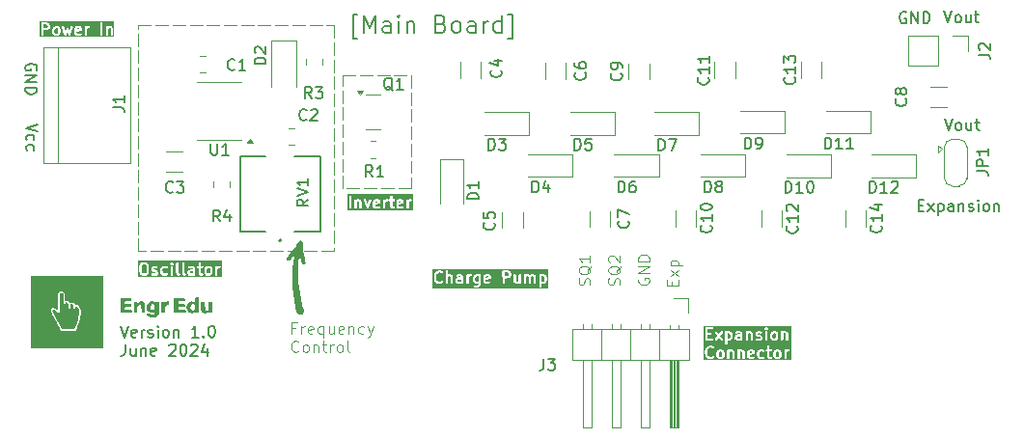
<source format=gbr>
%TF.GenerationSoftware,KiCad,Pcbnew,8.0.2*%
%TF.CreationDate,2024-07-15T23:49:25-06:00*%
%TF.ProjectId,2024_NE555_ChargePump,32303234-5f4e-4453-9535-355f43686172,rev?*%
%TF.SameCoordinates,Original*%
%TF.FileFunction,Legend,Top*%
%TF.FilePolarity,Positive*%
%FSLAX46Y46*%
G04 Gerber Fmt 4.6, Leading zero omitted, Abs format (unit mm)*
G04 Created by KiCad (PCBNEW 8.0.2) date 2024-07-15 23:49:25*
%MOMM*%
%LPD*%
G01*
G04 APERTURE LIST*
%ADD10C,0.100000*%
%ADD11C,0.125000*%
%ADD12C,0.200000*%
%ADD13C,0.150000*%
%ADD14C,0.120000*%
%ADD15C,0.000000*%
%ADD16C,0.127000*%
G04 APERTURE END LIST*
D10*
X123181800Y-66090800D02*
X124281800Y-66090800D01*
X124681800Y-66090800D02*
X125781800Y-66090800D01*
X126181800Y-66090800D02*
X127281800Y-66090800D01*
X127681800Y-66090800D02*
X128781800Y-66090800D01*
X129150800Y-66090800D02*
X129150800Y-67190800D01*
X129150800Y-67590800D02*
X129150800Y-68690800D01*
X129150800Y-69090800D02*
X129150800Y-70190800D01*
X129150800Y-70590800D02*
X129150800Y-71690800D01*
X129150800Y-72090800D02*
X129150800Y-73190800D01*
X129150800Y-73590800D02*
X129150800Y-74690800D01*
X129150800Y-75090800D02*
X129150800Y-76022200D01*
X129150800Y-76022200D02*
X128050800Y-76022200D01*
X127650800Y-76022200D02*
X126550800Y-76022200D01*
X126150800Y-76022200D02*
X125050800Y-76022200D01*
X124650800Y-76022200D02*
X123550800Y-76022200D01*
X123181800Y-76022200D02*
X123181800Y-74922200D01*
X123181800Y-74522200D02*
X123181800Y-73422200D01*
X123181800Y-73022200D02*
X123181800Y-71922200D01*
X123181800Y-71522200D02*
X123181800Y-70422200D01*
X123181800Y-70022200D02*
X123181800Y-68922200D01*
X123181800Y-68522200D02*
X123181800Y-67422200D01*
X123181800Y-67022200D02*
X123181800Y-66090800D01*
X105257600Y-61722000D02*
X106357600Y-61722000D01*
X106757600Y-61722000D02*
X107857600Y-61722000D01*
X108257600Y-61722000D02*
X109357600Y-61722000D01*
X109757600Y-61722000D02*
X110857600Y-61722000D01*
X111257600Y-61722000D02*
X112357600Y-61722000D01*
X112757600Y-61722000D02*
X113857600Y-61722000D01*
X114257600Y-61722000D02*
X115357600Y-61722000D01*
X115757600Y-61722000D02*
X116857600Y-61722000D01*
X117257600Y-61722000D02*
X118357600Y-61722000D01*
X118757600Y-61722000D02*
X119857600Y-61722000D01*
X120257600Y-61722000D02*
X121357600Y-61722000D01*
X121757600Y-61722000D02*
X122428000Y-61722000D01*
X122428000Y-61722000D02*
X122428000Y-62822000D01*
X122428000Y-63222000D02*
X122428000Y-64322000D01*
X122428000Y-64722000D02*
X122428000Y-65822000D01*
X122428000Y-66222000D02*
X122428000Y-67322000D01*
X122428000Y-67722000D02*
X122428000Y-68822000D01*
X122428000Y-69222000D02*
X122428000Y-70322000D01*
X122428000Y-70722000D02*
X122428000Y-71822000D01*
X122428000Y-72222000D02*
X122428000Y-73322000D01*
X122428000Y-73722000D02*
X122428000Y-74822000D01*
X122428000Y-75222000D02*
X122428000Y-76322000D01*
X122428000Y-76722000D02*
X122428000Y-77822000D01*
X122428000Y-78222000D02*
X122428000Y-79322000D01*
X122428000Y-79722000D02*
X122428000Y-80822000D01*
X122428000Y-81222000D02*
X122428000Y-81534000D01*
X122428000Y-81534000D02*
X121328000Y-81534000D01*
X120928000Y-81534000D02*
X119828000Y-81534000D01*
X119428000Y-81534000D02*
X118328000Y-81534000D01*
X117928000Y-81534000D02*
X116828000Y-81534000D01*
X116428000Y-81534000D02*
X115328000Y-81534000D01*
X114928000Y-81534000D02*
X113828000Y-81534000D01*
X113428000Y-81534000D02*
X112328000Y-81534000D01*
X111928000Y-81534000D02*
X110828000Y-81534000D01*
X110428000Y-81534000D02*
X109328000Y-81534000D01*
X108928000Y-81534000D02*
X107828000Y-81534000D01*
X107428000Y-81534000D02*
X106328000Y-81534000D01*
X105928000Y-81534000D02*
X105257600Y-81534000D01*
X105257600Y-81534000D02*
X105257600Y-80434000D01*
X105257600Y-80034000D02*
X105257600Y-78934000D01*
X105257600Y-78534000D02*
X105257600Y-77434000D01*
X105257600Y-77034000D02*
X105257600Y-75934000D01*
X105257600Y-75534000D02*
X105257600Y-74434000D01*
X105257600Y-74034000D02*
X105257600Y-72934000D01*
X105257600Y-72534000D02*
X105257600Y-71434000D01*
X105257600Y-71034000D02*
X105257600Y-69934000D01*
X105257600Y-69534000D02*
X105257600Y-68434000D01*
X105257600Y-68034000D02*
X105257600Y-66934000D01*
X105257600Y-66534000D02*
X105257600Y-65434000D01*
X105257600Y-65034000D02*
X105257600Y-63934000D01*
X105257600Y-63534000D02*
X105257600Y-62434000D01*
X105257600Y-62034000D02*
X105257600Y-61722000D01*
D11*
X152077509Y-84515668D02*
X152077509Y-84182335D01*
X152601319Y-84039478D02*
X152601319Y-84515668D01*
X152601319Y-84515668D02*
X151601319Y-84515668D01*
X151601319Y-84515668D02*
X151601319Y-84039478D01*
X152601319Y-83706144D02*
X151934652Y-83182335D01*
X151934652Y-83706144D02*
X152601319Y-83182335D01*
X151934652Y-82801382D02*
X152934652Y-82801382D01*
X151982271Y-82801382D02*
X151934652Y-82706144D01*
X151934652Y-82706144D02*
X151934652Y-82515668D01*
X151934652Y-82515668D02*
X151982271Y-82420430D01*
X151982271Y-82420430D02*
X152029890Y-82372811D01*
X152029890Y-82372811D02*
X152125128Y-82325192D01*
X152125128Y-82325192D02*
X152410842Y-82325192D01*
X152410842Y-82325192D02*
X152506080Y-82372811D01*
X152506080Y-82372811D02*
X152553700Y-82420430D01*
X152553700Y-82420430D02*
X152601319Y-82515668D01*
X152601319Y-82515668D02*
X152601319Y-82706144D01*
X152601319Y-82706144D02*
X152553700Y-82801382D01*
D12*
X96433580Y-70381616D02*
X95433580Y-70714949D01*
X95433580Y-70714949D02*
X96433580Y-71048282D01*
X95481200Y-71810187D02*
X95433580Y-71714949D01*
X95433580Y-71714949D02*
X95433580Y-71524473D01*
X95433580Y-71524473D02*
X95481200Y-71429235D01*
X95481200Y-71429235D02*
X95528819Y-71381616D01*
X95528819Y-71381616D02*
X95624057Y-71333997D01*
X95624057Y-71333997D02*
X95909771Y-71333997D01*
X95909771Y-71333997D02*
X96005009Y-71381616D01*
X96005009Y-71381616D02*
X96052628Y-71429235D01*
X96052628Y-71429235D02*
X96100247Y-71524473D01*
X96100247Y-71524473D02*
X96100247Y-71714949D01*
X96100247Y-71714949D02*
X96052628Y-71810187D01*
X95481200Y-72667330D02*
X95433580Y-72572092D01*
X95433580Y-72572092D02*
X95433580Y-72381616D01*
X95433580Y-72381616D02*
X95481200Y-72286378D01*
X95481200Y-72286378D02*
X95528819Y-72238759D01*
X95528819Y-72238759D02*
X95624057Y-72191140D01*
X95624057Y-72191140D02*
X95909771Y-72191140D01*
X95909771Y-72191140D02*
X96005009Y-72238759D01*
X96005009Y-72238759D02*
X96052628Y-72286378D01*
X96052628Y-72286378D02*
X96100247Y-72381616D01*
X96100247Y-72381616D02*
X96100247Y-72572092D01*
X96100247Y-72572092D02*
X96052628Y-72667330D01*
D11*
X147448300Y-84487087D02*
X147495919Y-84344230D01*
X147495919Y-84344230D02*
X147495919Y-84106135D01*
X147495919Y-84106135D02*
X147448300Y-84010897D01*
X147448300Y-84010897D02*
X147400680Y-83963278D01*
X147400680Y-83963278D02*
X147305442Y-83915659D01*
X147305442Y-83915659D02*
X147210204Y-83915659D01*
X147210204Y-83915659D02*
X147114966Y-83963278D01*
X147114966Y-83963278D02*
X147067347Y-84010897D01*
X147067347Y-84010897D02*
X147019728Y-84106135D01*
X147019728Y-84106135D02*
X146972109Y-84296611D01*
X146972109Y-84296611D02*
X146924490Y-84391849D01*
X146924490Y-84391849D02*
X146876871Y-84439468D01*
X146876871Y-84439468D02*
X146781633Y-84487087D01*
X146781633Y-84487087D02*
X146686395Y-84487087D01*
X146686395Y-84487087D02*
X146591157Y-84439468D01*
X146591157Y-84439468D02*
X146543538Y-84391849D01*
X146543538Y-84391849D02*
X146495919Y-84296611D01*
X146495919Y-84296611D02*
X146495919Y-84058516D01*
X146495919Y-84058516D02*
X146543538Y-83915659D01*
X147591157Y-82820421D02*
X147543538Y-82915659D01*
X147543538Y-82915659D02*
X147448300Y-83010897D01*
X147448300Y-83010897D02*
X147305442Y-83153754D01*
X147305442Y-83153754D02*
X147257823Y-83248992D01*
X147257823Y-83248992D02*
X147257823Y-83344230D01*
X147495919Y-83296611D02*
X147448300Y-83391849D01*
X147448300Y-83391849D02*
X147353061Y-83487087D01*
X147353061Y-83487087D02*
X147162585Y-83534706D01*
X147162585Y-83534706D02*
X146829252Y-83534706D01*
X146829252Y-83534706D02*
X146638776Y-83487087D01*
X146638776Y-83487087D02*
X146543538Y-83391849D01*
X146543538Y-83391849D02*
X146495919Y-83296611D01*
X146495919Y-83296611D02*
X146495919Y-83106135D01*
X146495919Y-83106135D02*
X146543538Y-83010897D01*
X146543538Y-83010897D02*
X146638776Y-82915659D01*
X146638776Y-82915659D02*
X146829252Y-82868040D01*
X146829252Y-82868040D02*
X147162585Y-82868040D01*
X147162585Y-82868040D02*
X147353061Y-82915659D01*
X147353061Y-82915659D02*
X147448300Y-83010897D01*
X147448300Y-83010897D02*
X147495919Y-83106135D01*
X147495919Y-83106135D02*
X147495919Y-83296611D01*
X146591157Y-82487087D02*
X146543538Y-82439468D01*
X146543538Y-82439468D02*
X146495919Y-82344230D01*
X146495919Y-82344230D02*
X146495919Y-82106135D01*
X146495919Y-82106135D02*
X146543538Y-82010897D01*
X146543538Y-82010897D02*
X146591157Y-81963278D01*
X146591157Y-81963278D02*
X146686395Y-81915659D01*
X146686395Y-81915659D02*
X146781633Y-81915659D01*
X146781633Y-81915659D02*
X146924490Y-81963278D01*
X146924490Y-81963278D02*
X147495919Y-82534706D01*
X147495919Y-82534706D02*
X147495919Y-81915659D01*
D12*
X173699273Y-77499209D02*
X174032606Y-77499209D01*
X174175463Y-78023019D02*
X173699273Y-78023019D01*
X173699273Y-78023019D02*
X173699273Y-77023019D01*
X173699273Y-77023019D02*
X174175463Y-77023019D01*
X174508797Y-78023019D02*
X175032606Y-77356352D01*
X174508797Y-77356352D02*
X175032606Y-78023019D01*
X175413559Y-77356352D02*
X175413559Y-78356352D01*
X175413559Y-77403971D02*
X175508797Y-77356352D01*
X175508797Y-77356352D02*
X175699273Y-77356352D01*
X175699273Y-77356352D02*
X175794511Y-77403971D01*
X175794511Y-77403971D02*
X175842130Y-77451590D01*
X175842130Y-77451590D02*
X175889749Y-77546828D01*
X175889749Y-77546828D02*
X175889749Y-77832542D01*
X175889749Y-77832542D02*
X175842130Y-77927780D01*
X175842130Y-77927780D02*
X175794511Y-77975400D01*
X175794511Y-77975400D02*
X175699273Y-78023019D01*
X175699273Y-78023019D02*
X175508797Y-78023019D01*
X175508797Y-78023019D02*
X175413559Y-77975400D01*
X176746892Y-78023019D02*
X176746892Y-77499209D01*
X176746892Y-77499209D02*
X176699273Y-77403971D01*
X176699273Y-77403971D02*
X176604035Y-77356352D01*
X176604035Y-77356352D02*
X176413559Y-77356352D01*
X176413559Y-77356352D02*
X176318321Y-77403971D01*
X176746892Y-77975400D02*
X176651654Y-78023019D01*
X176651654Y-78023019D02*
X176413559Y-78023019D01*
X176413559Y-78023019D02*
X176318321Y-77975400D01*
X176318321Y-77975400D02*
X176270702Y-77880161D01*
X176270702Y-77880161D02*
X176270702Y-77784923D01*
X176270702Y-77784923D02*
X176318321Y-77689685D01*
X176318321Y-77689685D02*
X176413559Y-77642066D01*
X176413559Y-77642066D02*
X176651654Y-77642066D01*
X176651654Y-77642066D02*
X176746892Y-77594447D01*
X177223083Y-77356352D02*
X177223083Y-78023019D01*
X177223083Y-77451590D02*
X177270702Y-77403971D01*
X177270702Y-77403971D02*
X177365940Y-77356352D01*
X177365940Y-77356352D02*
X177508797Y-77356352D01*
X177508797Y-77356352D02*
X177604035Y-77403971D01*
X177604035Y-77403971D02*
X177651654Y-77499209D01*
X177651654Y-77499209D02*
X177651654Y-78023019D01*
X178080226Y-77975400D02*
X178175464Y-78023019D01*
X178175464Y-78023019D02*
X178365940Y-78023019D01*
X178365940Y-78023019D02*
X178461178Y-77975400D01*
X178461178Y-77975400D02*
X178508797Y-77880161D01*
X178508797Y-77880161D02*
X178508797Y-77832542D01*
X178508797Y-77832542D02*
X178461178Y-77737304D01*
X178461178Y-77737304D02*
X178365940Y-77689685D01*
X178365940Y-77689685D02*
X178223083Y-77689685D01*
X178223083Y-77689685D02*
X178127845Y-77642066D01*
X178127845Y-77642066D02*
X178080226Y-77546828D01*
X178080226Y-77546828D02*
X178080226Y-77499209D01*
X178080226Y-77499209D02*
X178127845Y-77403971D01*
X178127845Y-77403971D02*
X178223083Y-77356352D01*
X178223083Y-77356352D02*
X178365940Y-77356352D01*
X178365940Y-77356352D02*
X178461178Y-77403971D01*
X178937369Y-78023019D02*
X178937369Y-77356352D01*
X178937369Y-77023019D02*
X178889750Y-77070638D01*
X178889750Y-77070638D02*
X178937369Y-77118257D01*
X178937369Y-77118257D02*
X178984988Y-77070638D01*
X178984988Y-77070638D02*
X178937369Y-77023019D01*
X178937369Y-77023019D02*
X178937369Y-77118257D01*
X179556416Y-78023019D02*
X179461178Y-77975400D01*
X179461178Y-77975400D02*
X179413559Y-77927780D01*
X179413559Y-77927780D02*
X179365940Y-77832542D01*
X179365940Y-77832542D02*
X179365940Y-77546828D01*
X179365940Y-77546828D02*
X179413559Y-77451590D01*
X179413559Y-77451590D02*
X179461178Y-77403971D01*
X179461178Y-77403971D02*
X179556416Y-77356352D01*
X179556416Y-77356352D02*
X179699273Y-77356352D01*
X179699273Y-77356352D02*
X179794511Y-77403971D01*
X179794511Y-77403971D02*
X179842130Y-77451590D01*
X179842130Y-77451590D02*
X179889749Y-77546828D01*
X179889749Y-77546828D02*
X179889749Y-77832542D01*
X179889749Y-77832542D02*
X179842130Y-77927780D01*
X179842130Y-77927780D02*
X179794511Y-77975400D01*
X179794511Y-77975400D02*
X179699273Y-78023019D01*
X179699273Y-78023019D02*
X179556416Y-78023019D01*
X180318321Y-77356352D02*
X180318321Y-78023019D01*
X180318321Y-77451590D02*
X180365940Y-77403971D01*
X180365940Y-77403971D02*
X180461178Y-77356352D01*
X180461178Y-77356352D02*
X180604035Y-77356352D01*
X180604035Y-77356352D02*
X180699273Y-77403971D01*
X180699273Y-77403971D02*
X180746892Y-77499209D01*
X180746892Y-77499209D02*
X180746892Y-78023019D01*
X96309761Y-65663482D02*
X96357380Y-65568244D01*
X96357380Y-65568244D02*
X96357380Y-65425387D01*
X96357380Y-65425387D02*
X96309761Y-65282530D01*
X96309761Y-65282530D02*
X96214523Y-65187292D01*
X96214523Y-65187292D02*
X96119285Y-65139673D01*
X96119285Y-65139673D02*
X95928809Y-65092054D01*
X95928809Y-65092054D02*
X95785952Y-65092054D01*
X95785952Y-65092054D02*
X95595476Y-65139673D01*
X95595476Y-65139673D02*
X95500238Y-65187292D01*
X95500238Y-65187292D02*
X95405000Y-65282530D01*
X95405000Y-65282530D02*
X95357380Y-65425387D01*
X95357380Y-65425387D02*
X95357380Y-65520625D01*
X95357380Y-65520625D02*
X95405000Y-65663482D01*
X95405000Y-65663482D02*
X95452619Y-65711101D01*
X95452619Y-65711101D02*
X95785952Y-65711101D01*
X95785952Y-65711101D02*
X95785952Y-65520625D01*
X95357380Y-66139673D02*
X96357380Y-66139673D01*
X96357380Y-66139673D02*
X95357380Y-66711101D01*
X95357380Y-66711101D02*
X96357380Y-66711101D01*
X95357380Y-67187292D02*
X96357380Y-67187292D01*
X96357380Y-67187292D02*
X96357380Y-67425387D01*
X96357380Y-67425387D02*
X96309761Y-67568244D01*
X96309761Y-67568244D02*
X96214523Y-67663482D01*
X96214523Y-67663482D02*
X96119285Y-67711101D01*
X96119285Y-67711101D02*
X95928809Y-67758720D01*
X95928809Y-67758720D02*
X95785952Y-67758720D01*
X95785952Y-67758720D02*
X95595476Y-67711101D01*
X95595476Y-67711101D02*
X95500238Y-67663482D01*
X95500238Y-67663482D02*
X95405000Y-67568244D01*
X95405000Y-67568244D02*
X95357380Y-67425387D01*
X95357380Y-67425387D02*
X95357380Y-67187292D01*
D11*
X144832100Y-84487087D02*
X144879719Y-84344230D01*
X144879719Y-84344230D02*
X144879719Y-84106135D01*
X144879719Y-84106135D02*
X144832100Y-84010897D01*
X144832100Y-84010897D02*
X144784480Y-83963278D01*
X144784480Y-83963278D02*
X144689242Y-83915659D01*
X144689242Y-83915659D02*
X144594004Y-83915659D01*
X144594004Y-83915659D02*
X144498766Y-83963278D01*
X144498766Y-83963278D02*
X144451147Y-84010897D01*
X144451147Y-84010897D02*
X144403528Y-84106135D01*
X144403528Y-84106135D02*
X144355909Y-84296611D01*
X144355909Y-84296611D02*
X144308290Y-84391849D01*
X144308290Y-84391849D02*
X144260671Y-84439468D01*
X144260671Y-84439468D02*
X144165433Y-84487087D01*
X144165433Y-84487087D02*
X144070195Y-84487087D01*
X144070195Y-84487087D02*
X143974957Y-84439468D01*
X143974957Y-84439468D02*
X143927338Y-84391849D01*
X143927338Y-84391849D02*
X143879719Y-84296611D01*
X143879719Y-84296611D02*
X143879719Y-84058516D01*
X143879719Y-84058516D02*
X143927338Y-83915659D01*
X144974957Y-82820421D02*
X144927338Y-82915659D01*
X144927338Y-82915659D02*
X144832100Y-83010897D01*
X144832100Y-83010897D02*
X144689242Y-83153754D01*
X144689242Y-83153754D02*
X144641623Y-83248992D01*
X144641623Y-83248992D02*
X144641623Y-83344230D01*
X144879719Y-83296611D02*
X144832100Y-83391849D01*
X144832100Y-83391849D02*
X144736861Y-83487087D01*
X144736861Y-83487087D02*
X144546385Y-83534706D01*
X144546385Y-83534706D02*
X144213052Y-83534706D01*
X144213052Y-83534706D02*
X144022576Y-83487087D01*
X144022576Y-83487087D02*
X143927338Y-83391849D01*
X143927338Y-83391849D02*
X143879719Y-83296611D01*
X143879719Y-83296611D02*
X143879719Y-83106135D01*
X143879719Y-83106135D02*
X143927338Y-83010897D01*
X143927338Y-83010897D02*
X144022576Y-82915659D01*
X144022576Y-82915659D02*
X144213052Y-82868040D01*
X144213052Y-82868040D02*
X144546385Y-82868040D01*
X144546385Y-82868040D02*
X144736861Y-82915659D01*
X144736861Y-82915659D02*
X144832100Y-83010897D01*
X144832100Y-83010897D02*
X144879719Y-83106135D01*
X144879719Y-83106135D02*
X144879719Y-83296611D01*
X144879719Y-81915659D02*
X144879719Y-82487087D01*
X144879719Y-82201373D02*
X143879719Y-82201373D01*
X143879719Y-82201373D02*
X144022576Y-82296611D01*
X144022576Y-82296611D02*
X144117814Y-82391849D01*
X144117814Y-82391849D02*
X144165433Y-82487087D01*
X119043064Y-88262965D02*
X118709731Y-88262965D01*
X118709731Y-88786775D02*
X118709731Y-87786775D01*
X118709731Y-87786775D02*
X119185921Y-87786775D01*
X119566874Y-88786775D02*
X119566874Y-88120108D01*
X119566874Y-88310584D02*
X119614493Y-88215346D01*
X119614493Y-88215346D02*
X119662112Y-88167727D01*
X119662112Y-88167727D02*
X119757350Y-88120108D01*
X119757350Y-88120108D02*
X119852588Y-88120108D01*
X120566874Y-88739156D02*
X120471636Y-88786775D01*
X120471636Y-88786775D02*
X120281160Y-88786775D01*
X120281160Y-88786775D02*
X120185922Y-88739156D01*
X120185922Y-88739156D02*
X120138303Y-88643917D01*
X120138303Y-88643917D02*
X120138303Y-88262965D01*
X120138303Y-88262965D02*
X120185922Y-88167727D01*
X120185922Y-88167727D02*
X120281160Y-88120108D01*
X120281160Y-88120108D02*
X120471636Y-88120108D01*
X120471636Y-88120108D02*
X120566874Y-88167727D01*
X120566874Y-88167727D02*
X120614493Y-88262965D01*
X120614493Y-88262965D02*
X120614493Y-88358203D01*
X120614493Y-88358203D02*
X120138303Y-88453441D01*
X121471636Y-88120108D02*
X121471636Y-89120108D01*
X121471636Y-88739156D02*
X121376398Y-88786775D01*
X121376398Y-88786775D02*
X121185922Y-88786775D01*
X121185922Y-88786775D02*
X121090684Y-88739156D01*
X121090684Y-88739156D02*
X121043065Y-88691536D01*
X121043065Y-88691536D02*
X120995446Y-88596298D01*
X120995446Y-88596298D02*
X120995446Y-88310584D01*
X120995446Y-88310584D02*
X121043065Y-88215346D01*
X121043065Y-88215346D02*
X121090684Y-88167727D01*
X121090684Y-88167727D02*
X121185922Y-88120108D01*
X121185922Y-88120108D02*
X121376398Y-88120108D01*
X121376398Y-88120108D02*
X121471636Y-88167727D01*
X122376398Y-88120108D02*
X122376398Y-88786775D01*
X121947827Y-88120108D02*
X121947827Y-88643917D01*
X121947827Y-88643917D02*
X121995446Y-88739156D01*
X121995446Y-88739156D02*
X122090684Y-88786775D01*
X122090684Y-88786775D02*
X122233541Y-88786775D01*
X122233541Y-88786775D02*
X122328779Y-88739156D01*
X122328779Y-88739156D02*
X122376398Y-88691536D01*
X123233541Y-88739156D02*
X123138303Y-88786775D01*
X123138303Y-88786775D02*
X122947827Y-88786775D01*
X122947827Y-88786775D02*
X122852589Y-88739156D01*
X122852589Y-88739156D02*
X122804970Y-88643917D01*
X122804970Y-88643917D02*
X122804970Y-88262965D01*
X122804970Y-88262965D02*
X122852589Y-88167727D01*
X122852589Y-88167727D02*
X122947827Y-88120108D01*
X122947827Y-88120108D02*
X123138303Y-88120108D01*
X123138303Y-88120108D02*
X123233541Y-88167727D01*
X123233541Y-88167727D02*
X123281160Y-88262965D01*
X123281160Y-88262965D02*
X123281160Y-88358203D01*
X123281160Y-88358203D02*
X122804970Y-88453441D01*
X123709732Y-88120108D02*
X123709732Y-88786775D01*
X123709732Y-88215346D02*
X123757351Y-88167727D01*
X123757351Y-88167727D02*
X123852589Y-88120108D01*
X123852589Y-88120108D02*
X123995446Y-88120108D01*
X123995446Y-88120108D02*
X124090684Y-88167727D01*
X124090684Y-88167727D02*
X124138303Y-88262965D01*
X124138303Y-88262965D02*
X124138303Y-88786775D01*
X125043065Y-88739156D02*
X124947827Y-88786775D01*
X124947827Y-88786775D02*
X124757351Y-88786775D01*
X124757351Y-88786775D02*
X124662113Y-88739156D01*
X124662113Y-88739156D02*
X124614494Y-88691536D01*
X124614494Y-88691536D02*
X124566875Y-88596298D01*
X124566875Y-88596298D02*
X124566875Y-88310584D01*
X124566875Y-88310584D02*
X124614494Y-88215346D01*
X124614494Y-88215346D02*
X124662113Y-88167727D01*
X124662113Y-88167727D02*
X124757351Y-88120108D01*
X124757351Y-88120108D02*
X124947827Y-88120108D01*
X124947827Y-88120108D02*
X125043065Y-88167727D01*
X125376399Y-88120108D02*
X125614494Y-88786775D01*
X125852589Y-88120108D02*
X125614494Y-88786775D01*
X125614494Y-88786775D02*
X125519256Y-89024870D01*
X125519256Y-89024870D02*
X125471637Y-89072489D01*
X125471637Y-89072489D02*
X125376399Y-89120108D01*
X119281159Y-90301480D02*
X119233540Y-90349100D01*
X119233540Y-90349100D02*
X119090683Y-90396719D01*
X119090683Y-90396719D02*
X118995445Y-90396719D01*
X118995445Y-90396719D02*
X118852588Y-90349100D01*
X118852588Y-90349100D02*
X118757350Y-90253861D01*
X118757350Y-90253861D02*
X118709731Y-90158623D01*
X118709731Y-90158623D02*
X118662112Y-89968147D01*
X118662112Y-89968147D02*
X118662112Y-89825290D01*
X118662112Y-89825290D02*
X118709731Y-89634814D01*
X118709731Y-89634814D02*
X118757350Y-89539576D01*
X118757350Y-89539576D02*
X118852588Y-89444338D01*
X118852588Y-89444338D02*
X118995445Y-89396719D01*
X118995445Y-89396719D02*
X119090683Y-89396719D01*
X119090683Y-89396719D02*
X119233540Y-89444338D01*
X119233540Y-89444338D02*
X119281159Y-89491957D01*
X119852588Y-90396719D02*
X119757350Y-90349100D01*
X119757350Y-90349100D02*
X119709731Y-90301480D01*
X119709731Y-90301480D02*
X119662112Y-90206242D01*
X119662112Y-90206242D02*
X119662112Y-89920528D01*
X119662112Y-89920528D02*
X119709731Y-89825290D01*
X119709731Y-89825290D02*
X119757350Y-89777671D01*
X119757350Y-89777671D02*
X119852588Y-89730052D01*
X119852588Y-89730052D02*
X119995445Y-89730052D01*
X119995445Y-89730052D02*
X120090683Y-89777671D01*
X120090683Y-89777671D02*
X120138302Y-89825290D01*
X120138302Y-89825290D02*
X120185921Y-89920528D01*
X120185921Y-89920528D02*
X120185921Y-90206242D01*
X120185921Y-90206242D02*
X120138302Y-90301480D01*
X120138302Y-90301480D02*
X120090683Y-90349100D01*
X120090683Y-90349100D02*
X119995445Y-90396719D01*
X119995445Y-90396719D02*
X119852588Y-90396719D01*
X120614493Y-89730052D02*
X120614493Y-90396719D01*
X120614493Y-89825290D02*
X120662112Y-89777671D01*
X120662112Y-89777671D02*
X120757350Y-89730052D01*
X120757350Y-89730052D02*
X120900207Y-89730052D01*
X120900207Y-89730052D02*
X120995445Y-89777671D01*
X120995445Y-89777671D02*
X121043064Y-89872909D01*
X121043064Y-89872909D02*
X121043064Y-90396719D01*
X121376398Y-89730052D02*
X121757350Y-89730052D01*
X121519255Y-89396719D02*
X121519255Y-90253861D01*
X121519255Y-90253861D02*
X121566874Y-90349100D01*
X121566874Y-90349100D02*
X121662112Y-90396719D01*
X121662112Y-90396719D02*
X121757350Y-90396719D01*
X122090684Y-90396719D02*
X122090684Y-89730052D01*
X122090684Y-89920528D02*
X122138303Y-89825290D01*
X122138303Y-89825290D02*
X122185922Y-89777671D01*
X122185922Y-89777671D02*
X122281160Y-89730052D01*
X122281160Y-89730052D02*
X122376398Y-89730052D01*
X122852589Y-90396719D02*
X122757351Y-90349100D01*
X122757351Y-90349100D02*
X122709732Y-90301480D01*
X122709732Y-90301480D02*
X122662113Y-90206242D01*
X122662113Y-90206242D02*
X122662113Y-89920528D01*
X122662113Y-89920528D02*
X122709732Y-89825290D01*
X122709732Y-89825290D02*
X122757351Y-89777671D01*
X122757351Y-89777671D02*
X122852589Y-89730052D01*
X122852589Y-89730052D02*
X122995446Y-89730052D01*
X122995446Y-89730052D02*
X123090684Y-89777671D01*
X123090684Y-89777671D02*
X123138303Y-89825290D01*
X123138303Y-89825290D02*
X123185922Y-89920528D01*
X123185922Y-89920528D02*
X123185922Y-90206242D01*
X123185922Y-90206242D02*
X123138303Y-90301480D01*
X123138303Y-90301480D02*
X123090684Y-90349100D01*
X123090684Y-90349100D02*
X122995446Y-90396719D01*
X122995446Y-90396719D02*
X122852589Y-90396719D01*
X123757351Y-90396719D02*
X123662113Y-90349100D01*
X123662113Y-90349100D02*
X123614494Y-90253861D01*
X123614494Y-90253861D02*
X123614494Y-89396719D01*
X149134338Y-83935556D02*
X149086719Y-84030794D01*
X149086719Y-84030794D02*
X149086719Y-84173651D01*
X149086719Y-84173651D02*
X149134338Y-84316508D01*
X149134338Y-84316508D02*
X149229576Y-84411746D01*
X149229576Y-84411746D02*
X149324814Y-84459365D01*
X149324814Y-84459365D02*
X149515290Y-84506984D01*
X149515290Y-84506984D02*
X149658147Y-84506984D01*
X149658147Y-84506984D02*
X149848623Y-84459365D01*
X149848623Y-84459365D02*
X149943861Y-84411746D01*
X149943861Y-84411746D02*
X150039100Y-84316508D01*
X150039100Y-84316508D02*
X150086719Y-84173651D01*
X150086719Y-84173651D02*
X150086719Y-84078413D01*
X150086719Y-84078413D02*
X150039100Y-83935556D01*
X150039100Y-83935556D02*
X149991480Y-83887937D01*
X149991480Y-83887937D02*
X149658147Y-83887937D01*
X149658147Y-83887937D02*
X149658147Y-84078413D01*
X150086719Y-83459365D02*
X149086719Y-83459365D01*
X149086719Y-83459365D02*
X150086719Y-82887937D01*
X150086719Y-82887937D02*
X149086719Y-82887937D01*
X150086719Y-82411746D02*
X149086719Y-82411746D01*
X149086719Y-82411746D02*
X149086719Y-82173651D01*
X149086719Y-82173651D02*
X149134338Y-82030794D01*
X149134338Y-82030794D02*
X149229576Y-81935556D01*
X149229576Y-81935556D02*
X149324814Y-81887937D01*
X149324814Y-81887937D02*
X149515290Y-81840318D01*
X149515290Y-81840318D02*
X149658147Y-81840318D01*
X149658147Y-81840318D02*
X149848623Y-81887937D01*
X149848623Y-81887937D02*
X149943861Y-81935556D01*
X149943861Y-81935556D02*
X150039100Y-82030794D01*
X150039100Y-82030794D02*
X150086719Y-82173651D01*
X150086719Y-82173651D02*
X150086719Y-82411746D01*
D12*
X172597482Y-60586038D02*
X172502244Y-60538419D01*
X172502244Y-60538419D02*
X172359387Y-60538419D01*
X172359387Y-60538419D02*
X172216530Y-60586038D01*
X172216530Y-60586038D02*
X172121292Y-60681276D01*
X172121292Y-60681276D02*
X172073673Y-60776514D01*
X172073673Y-60776514D02*
X172026054Y-60966990D01*
X172026054Y-60966990D02*
X172026054Y-61109847D01*
X172026054Y-61109847D02*
X172073673Y-61300323D01*
X172073673Y-61300323D02*
X172121292Y-61395561D01*
X172121292Y-61395561D02*
X172216530Y-61490800D01*
X172216530Y-61490800D02*
X172359387Y-61538419D01*
X172359387Y-61538419D02*
X172454625Y-61538419D01*
X172454625Y-61538419D02*
X172597482Y-61490800D01*
X172597482Y-61490800D02*
X172645101Y-61443180D01*
X172645101Y-61443180D02*
X172645101Y-61109847D01*
X172645101Y-61109847D02*
X172454625Y-61109847D01*
X173073673Y-61538419D02*
X173073673Y-60538419D01*
X173073673Y-60538419D02*
X173645101Y-61538419D01*
X173645101Y-61538419D02*
X173645101Y-60538419D01*
X174121292Y-61538419D02*
X174121292Y-60538419D01*
X174121292Y-60538419D02*
X174359387Y-60538419D01*
X174359387Y-60538419D02*
X174502244Y-60586038D01*
X174502244Y-60586038D02*
X174597482Y-60681276D01*
X174597482Y-60681276D02*
X174645101Y-60776514D01*
X174645101Y-60776514D02*
X174692720Y-60966990D01*
X174692720Y-60966990D02*
X174692720Y-61109847D01*
X174692720Y-61109847D02*
X174645101Y-61300323D01*
X174645101Y-61300323D02*
X174597482Y-61395561D01*
X174597482Y-61395561D02*
X174502244Y-61490800D01*
X174502244Y-61490800D02*
X174359387Y-61538419D01*
X174359387Y-61538419D02*
X174121292Y-61538419D01*
X175994816Y-69911019D02*
X176328149Y-70911019D01*
X176328149Y-70911019D02*
X176661482Y-69911019D01*
X177137673Y-70911019D02*
X177042435Y-70863400D01*
X177042435Y-70863400D02*
X176994816Y-70815780D01*
X176994816Y-70815780D02*
X176947197Y-70720542D01*
X176947197Y-70720542D02*
X176947197Y-70434828D01*
X176947197Y-70434828D02*
X176994816Y-70339590D01*
X176994816Y-70339590D02*
X177042435Y-70291971D01*
X177042435Y-70291971D02*
X177137673Y-70244352D01*
X177137673Y-70244352D02*
X177280530Y-70244352D01*
X177280530Y-70244352D02*
X177375768Y-70291971D01*
X177375768Y-70291971D02*
X177423387Y-70339590D01*
X177423387Y-70339590D02*
X177471006Y-70434828D01*
X177471006Y-70434828D02*
X177471006Y-70720542D01*
X177471006Y-70720542D02*
X177423387Y-70815780D01*
X177423387Y-70815780D02*
X177375768Y-70863400D01*
X177375768Y-70863400D02*
X177280530Y-70911019D01*
X177280530Y-70911019D02*
X177137673Y-70911019D01*
X178328149Y-70244352D02*
X178328149Y-70911019D01*
X177899578Y-70244352D02*
X177899578Y-70768161D01*
X177899578Y-70768161D02*
X177947197Y-70863400D01*
X177947197Y-70863400D02*
X178042435Y-70911019D01*
X178042435Y-70911019D02*
X178185292Y-70911019D01*
X178185292Y-70911019D02*
X178280530Y-70863400D01*
X178280530Y-70863400D02*
X178328149Y-70815780D01*
X178661483Y-70244352D02*
X179042435Y-70244352D01*
X178804340Y-69911019D02*
X178804340Y-70768161D01*
X178804340Y-70768161D02*
X178851959Y-70863400D01*
X178851959Y-70863400D02*
X178947197Y-70911019D01*
X178947197Y-70911019D02*
X179042435Y-70911019D01*
G36*
X105889308Y-82712684D02*
G01*
X105955698Y-82777440D01*
X105993952Y-82924865D01*
X105995631Y-83233329D01*
X105957896Y-83390190D01*
X105895452Y-83454210D01*
X105834584Y-83485813D01*
X105691255Y-83487124D01*
X105631864Y-83458552D01*
X105565475Y-83393796D01*
X105527221Y-83246371D01*
X105525542Y-82937908D01*
X105563277Y-82781046D01*
X105625720Y-82717027D01*
X105686588Y-82685424D01*
X105829918Y-82684113D01*
X105889308Y-82712684D01*
G37*
G36*
X110033795Y-83303881D02*
G01*
X110042393Y-83303269D01*
X110043006Y-83476496D01*
X110025132Y-83485776D01*
X109834270Y-83487200D01*
X109787598Y-83464746D01*
X109764989Y-83421201D01*
X109764177Y-83372736D01*
X109786222Y-83326913D01*
X109829375Y-83304508D01*
X110031162Y-83303003D01*
X110033795Y-83303881D01*
G37*
G36*
X111508708Y-83046186D02*
G01*
X111534485Y-83070848D01*
X111565482Y-83130548D01*
X111566983Y-83368969D01*
X111538115Y-83428976D01*
X111513453Y-83454754D01*
X111453521Y-83485871D01*
X111357675Y-83487005D01*
X111298180Y-83458383D01*
X111272406Y-83433724D01*
X111241408Y-83374020D01*
X111239907Y-83135600D01*
X111268775Y-83075593D01*
X111293437Y-83049816D01*
X111353368Y-83018699D01*
X111449215Y-83017565D01*
X111508708Y-83046186D01*
G37*
G36*
X112588826Y-83796730D02*
G01*
X105216143Y-83796730D01*
X105216143Y-82918952D01*
X105327254Y-82918952D01*
X105329034Y-83245974D01*
X105327372Y-83257146D01*
X105329161Y-83269243D01*
X105329175Y-83271794D01*
X105329739Y-83273157D01*
X105330240Y-83276539D01*
X105376794Y-83455954D01*
X105376794Y-83462270D01*
X105381181Y-83472862D01*
X105384454Y-83485475D01*
X105388879Y-83491447D01*
X105391725Y-83498318D01*
X105404162Y-83513471D01*
X105500550Y-83607488D01*
X105508799Y-83617000D01*
X105513034Y-83619666D01*
X105514553Y-83621147D01*
X105516993Y-83622157D01*
X105525390Y-83627443D01*
X105608407Y-83667381D01*
X105609792Y-83668766D01*
X105620541Y-83673218D01*
X105638936Y-83682068D01*
X105642519Y-83682322D01*
X105645840Y-83683698D01*
X105665349Y-83685619D01*
X105840856Y-83684013D01*
X105843318Y-83684834D01*
X105856933Y-83683866D01*
X105875334Y-83683698D01*
X105878654Y-83682322D01*
X105882238Y-83682068D01*
X105900546Y-83675062D01*
X105995574Y-83625722D01*
X106006621Y-83621147D01*
X106010467Y-83617989D01*
X106012374Y-83617000D01*
X106014104Y-83615005D01*
X106021774Y-83608710D01*
X106108443Y-83519853D01*
X106113491Y-83516825D01*
X106120107Y-83507894D01*
X106129449Y-83498318D01*
X106132294Y-83491447D01*
X106136720Y-83485475D01*
X106143315Y-83467015D01*
X106187894Y-83281702D01*
X106191999Y-83271794D01*
X106193191Y-83259684D01*
X106193802Y-83257146D01*
X106193584Y-83255687D01*
X106193920Y-83252285D01*
X106192883Y-83061809D01*
X106374873Y-83061809D01*
X106375860Y-83096313D01*
X106375658Y-83096921D01*
X106376025Y-83102098D01*
X106376794Y-83128937D01*
X106378169Y-83132257D01*
X106378424Y-83135841D01*
X106385430Y-83154149D01*
X106432467Y-83244743D01*
X106435616Y-83254189D01*
X106439990Y-83259233D01*
X106443492Y-83265977D01*
X106452962Y-83274190D01*
X106461180Y-83283666D01*
X106471053Y-83289880D01*
X106472969Y-83291542D01*
X106474507Y-83292054D01*
X106477771Y-83294109D01*
X106560788Y-83334047D01*
X106562173Y-83335432D01*
X106572922Y-83339884D01*
X106591317Y-83348734D01*
X106594900Y-83348988D01*
X106598221Y-83350364D01*
X106617730Y-83352285D01*
X106734928Y-83350898D01*
X106781196Y-83373157D01*
X106804075Y-83417223D01*
X106804115Y-83418589D01*
X106782572Y-83463370D01*
X106739346Y-83485813D01*
X106596017Y-83487124D01*
X106501286Y-83441551D01*
X106462366Y-83438785D01*
X106425350Y-83451124D01*
X106395873Y-83476688D01*
X106378424Y-83511587D01*
X106375658Y-83550507D01*
X106387997Y-83587523D01*
X106413561Y-83617000D01*
X106430152Y-83627443D01*
X106513169Y-83667381D01*
X106514554Y-83668766D01*
X106525303Y-83673218D01*
X106543698Y-83682068D01*
X106547281Y-83682322D01*
X106550602Y-83683698D01*
X106570111Y-83685619D01*
X106745618Y-83684013D01*
X106748080Y-83684834D01*
X106761695Y-83683866D01*
X106780096Y-83683698D01*
X106783416Y-83682322D01*
X106787000Y-83682068D01*
X106805308Y-83675062D01*
X106895902Y-83628024D01*
X106905348Y-83624876D01*
X106910391Y-83620501D01*
X106917136Y-83617000D01*
X106925351Y-83607526D01*
X106934825Y-83599311D01*
X106941038Y-83589439D01*
X106942701Y-83587523D01*
X106943213Y-83585984D01*
X106945268Y-83582721D01*
X106985206Y-83499702D01*
X106986591Y-83498318D01*
X106991043Y-83487569D01*
X106999893Y-83469174D01*
X107000147Y-83465590D01*
X107001523Y-83462270D01*
X107003444Y-83442761D01*
X107002456Y-83408256D01*
X107002659Y-83407649D01*
X107002291Y-83402471D01*
X107001523Y-83375633D01*
X107000147Y-83372312D01*
X106999893Y-83368729D01*
X106992887Y-83350420D01*
X106945847Y-83259822D01*
X106942701Y-83250381D01*
X106938328Y-83245338D01*
X106934825Y-83238592D01*
X106925349Y-83230374D01*
X106917136Y-83220904D01*
X106907264Y-83214690D01*
X106905348Y-83213028D01*
X106903809Y-83212514D01*
X106900546Y-83210461D01*
X106817528Y-83170522D01*
X106816144Y-83169138D01*
X106805394Y-83164685D01*
X106787000Y-83155836D01*
X106783416Y-83155581D01*
X106780096Y-83154206D01*
X106760587Y-83152285D01*
X106643388Y-83153671D01*
X106597121Y-83131413D01*
X106585706Y-83109428D01*
X107184397Y-83109428D01*
X107186099Y-83379883D01*
X107185182Y-83382635D01*
X107186207Y-83397061D01*
X107186318Y-83414651D01*
X107187693Y-83417971D01*
X107187948Y-83421555D01*
X107194954Y-83439863D01*
X107244291Y-83534887D01*
X107248868Y-83545937D01*
X107252026Y-83549785D01*
X107253016Y-83551691D01*
X107255010Y-83553420D01*
X107261305Y-83561090D01*
X107311405Y-83609023D01*
X107318323Y-83617000D01*
X107322472Y-83619611D01*
X107324077Y-83621147D01*
X107326517Y-83622157D01*
X107334914Y-83627443D01*
X107417931Y-83667381D01*
X107419316Y-83668766D01*
X107430065Y-83673218D01*
X107448460Y-83682068D01*
X107452043Y-83682322D01*
X107455364Y-83683698D01*
X107474873Y-83685619D01*
X107650380Y-83684013D01*
X107652842Y-83684834D01*
X107666457Y-83683866D01*
X107684858Y-83683698D01*
X107688178Y-83682322D01*
X107691762Y-83682068D01*
X107710070Y-83675062D01*
X107821898Y-83617000D01*
X107847463Y-83587523D01*
X107859801Y-83550507D01*
X107857036Y-83511587D01*
X107839587Y-83476689D01*
X107810110Y-83451124D01*
X107773094Y-83438785D01*
X107734174Y-83441551D01*
X107715865Y-83448557D01*
X107644108Y-83485813D01*
X107500779Y-83487124D01*
X107441036Y-83458383D01*
X107415262Y-83433724D01*
X107384264Y-83374020D01*
X107382763Y-83135600D01*
X107411631Y-83075593D01*
X107436293Y-83049816D01*
X107496112Y-83018757D01*
X107639442Y-83017446D01*
X107734174Y-83063020D01*
X107773094Y-83065786D01*
X107810110Y-83053447D01*
X107839587Y-83027882D01*
X107857036Y-82992984D01*
X107859801Y-82954064D01*
X107848098Y-82918952D01*
X108089159Y-82918952D01*
X108091080Y-83605128D01*
X108106012Y-83641176D01*
X108133602Y-83668766D01*
X108169650Y-83683698D01*
X108208668Y-83683698D01*
X108244716Y-83668766D01*
X108272306Y-83641176D01*
X108287238Y-83605128D01*
X108289159Y-83585619D01*
X108287238Y-82899443D01*
X108272306Y-82863395D01*
X108244716Y-82835805D01*
X108208668Y-82820873D01*
X108169650Y-82820873D01*
X108133602Y-82835805D01*
X108106012Y-82863395D01*
X108091080Y-82899443D01*
X108089159Y-82918952D01*
X107848098Y-82918952D01*
X107847463Y-82917048D01*
X107821898Y-82887571D01*
X107805308Y-82877128D01*
X107722290Y-82837189D01*
X107720906Y-82835805D01*
X107710156Y-82831352D01*
X107691762Y-82822503D01*
X107688178Y-82822248D01*
X107684858Y-82820873D01*
X107665349Y-82818952D01*
X107489841Y-82820557D01*
X107487380Y-82819737D01*
X107473764Y-82820704D01*
X107455364Y-82820873D01*
X107452043Y-82822248D01*
X107448460Y-82822503D01*
X107430151Y-82829509D01*
X107335117Y-82878851D01*
X107324077Y-82883424D01*
X107320231Y-82886579D01*
X107318323Y-82887571D01*
X107316590Y-82889568D01*
X107308924Y-82895861D01*
X107260992Y-82945961D01*
X107253016Y-82952879D01*
X107250403Y-82957028D01*
X107248869Y-82958633D01*
X107247858Y-82961072D01*
X107242573Y-82969469D01*
X107202634Y-83052486D01*
X107201250Y-83053871D01*
X107196797Y-83064620D01*
X107187948Y-83083015D01*
X107187693Y-83086598D01*
X107186318Y-83089919D01*
X107184397Y-83109428D01*
X106585706Y-83109428D01*
X106574241Y-83087345D01*
X106574202Y-83085980D01*
X106595745Y-83041199D01*
X106639081Y-83018699D01*
X106734928Y-83017565D01*
X106829412Y-83063020D01*
X106868332Y-83065786D01*
X106905348Y-83053447D01*
X106934825Y-83027882D01*
X106952274Y-82992984D01*
X106955039Y-82954064D01*
X106942701Y-82917048D01*
X106917136Y-82887571D01*
X106900546Y-82877128D01*
X106817528Y-82837189D01*
X106816144Y-82835805D01*
X106805394Y-82831352D01*
X106787000Y-82822503D01*
X106783416Y-82822248D01*
X106780096Y-82820873D01*
X106760587Y-82818952D01*
X106632430Y-82820468D01*
X106630237Y-82819737D01*
X106617454Y-82820645D01*
X106598221Y-82820873D01*
X106594900Y-82822248D01*
X106591317Y-82822503D01*
X106573008Y-82829509D01*
X106482410Y-82876548D01*
X106472969Y-82879695D01*
X106467926Y-82884067D01*
X106461180Y-82887571D01*
X106452962Y-82897046D01*
X106443492Y-82905260D01*
X106437278Y-82915131D01*
X106435616Y-82917048D01*
X106435102Y-82918586D01*
X106433049Y-82921850D01*
X106393110Y-83004867D01*
X106391726Y-83006252D01*
X106387273Y-83017001D01*
X106378424Y-83035396D01*
X106378169Y-83038979D01*
X106376794Y-83042300D01*
X106374873Y-83061809D01*
X106192883Y-83061809D01*
X106192139Y-82925262D01*
X106193802Y-82914091D01*
X106192012Y-82901993D01*
X106191999Y-82899443D01*
X106191434Y-82898079D01*
X106190934Y-82894698D01*
X106144380Y-82715282D01*
X106144380Y-82708967D01*
X106139993Y-82698376D01*
X106136720Y-82685762D01*
X106132293Y-82679787D01*
X106129448Y-82672919D01*
X106117012Y-82657765D01*
X106071865Y-82613729D01*
X108043461Y-82613729D01*
X108043461Y-82652747D01*
X108058393Y-82688795D01*
X108070829Y-82703949D01*
X108133601Y-82764004D01*
X108144159Y-82768377D01*
X108169650Y-82778936D01*
X108208668Y-82778936D01*
X108244716Y-82764004D01*
X108259870Y-82751568D01*
X108319925Y-82688796D01*
X108334856Y-82652747D01*
X108334856Y-82613729D01*
X108333372Y-82610146D01*
X108323213Y-82585619D01*
X108565349Y-82585619D01*
X108567192Y-83427076D01*
X108566134Y-83430253D01*
X108567233Y-83445727D01*
X108567270Y-83462270D01*
X108568645Y-83465590D01*
X108568900Y-83469173D01*
X108575906Y-83487482D01*
X108622943Y-83578077D01*
X108626092Y-83587523D01*
X108630466Y-83592567D01*
X108633968Y-83599311D01*
X108643439Y-83607525D01*
X108651656Y-83617000D01*
X108661526Y-83623212D01*
X108663444Y-83624876D01*
X108664984Y-83625389D01*
X108668247Y-83627443D01*
X108781793Y-83682068D01*
X108820713Y-83684834D01*
X108857729Y-83672495D01*
X108887206Y-83646930D01*
X108904655Y-83612032D01*
X108907420Y-83573112D01*
X108895082Y-83536096D01*
X108869517Y-83506619D01*
X108852927Y-83496176D01*
X108787597Y-83464746D01*
X108765303Y-83421808D01*
X108763471Y-82585619D01*
X109089159Y-82585619D01*
X109091002Y-83427076D01*
X109089944Y-83430253D01*
X109091043Y-83445727D01*
X109091080Y-83462270D01*
X109092455Y-83465590D01*
X109092710Y-83469173D01*
X109099716Y-83487482D01*
X109146753Y-83578077D01*
X109149902Y-83587523D01*
X109154276Y-83592567D01*
X109157778Y-83599311D01*
X109167249Y-83607525D01*
X109175466Y-83617000D01*
X109185336Y-83623212D01*
X109187254Y-83624876D01*
X109188794Y-83625389D01*
X109192057Y-83627443D01*
X109305603Y-83682068D01*
X109344523Y-83684834D01*
X109381539Y-83672495D01*
X109411016Y-83646930D01*
X109428465Y-83612032D01*
X109431230Y-83573112D01*
X109418892Y-83536096D01*
X109393327Y-83506619D01*
X109376737Y-83496176D01*
X109311407Y-83464746D01*
X109289113Y-83421808D01*
X109288950Y-83347523D01*
X109565350Y-83347523D01*
X109566706Y-83428539D01*
X109566135Y-83430253D01*
X109566919Y-83441297D01*
X109567271Y-83462270D01*
X109568646Y-83465590D01*
X109568901Y-83469173D01*
X109575907Y-83487482D01*
X109622944Y-83578077D01*
X109626093Y-83587523D01*
X109630467Y-83592567D01*
X109633969Y-83599311D01*
X109643440Y-83607525D01*
X109651657Y-83617000D01*
X109661527Y-83623212D01*
X109663445Y-83624876D01*
X109664985Y-83625389D01*
X109668248Y-83627443D01*
X109751265Y-83667381D01*
X109752650Y-83668766D01*
X109763399Y-83673218D01*
X109781794Y-83682068D01*
X109785377Y-83682322D01*
X109788698Y-83683698D01*
X109808207Y-83685619D01*
X110031162Y-83683956D01*
X110033795Y-83684834D01*
X110047900Y-83683831D01*
X110065811Y-83683698D01*
X110069131Y-83682322D01*
X110072715Y-83682068D01*
X110091023Y-83675062D01*
X110095531Y-83672721D01*
X110122031Y-83683698D01*
X110161049Y-83683698D01*
X110197097Y-83668766D01*
X110224687Y-83641176D01*
X110239619Y-83605128D01*
X110241540Y-83585619D01*
X110240076Y-83171587D01*
X110240754Y-83169554D01*
X110240033Y-83159405D01*
X110239742Y-83077352D01*
X110240755Y-83074316D01*
X110239678Y-83059170D01*
X110239619Y-83042300D01*
X110238243Y-83038979D01*
X110237989Y-83035396D01*
X110230983Y-83017087D01*
X110183943Y-82926489D01*
X110180797Y-82917048D01*
X110176424Y-82912005D01*
X110172921Y-82905259D01*
X110166215Y-82899443D01*
X110376795Y-82899443D01*
X110376795Y-82938461D01*
X110391727Y-82974509D01*
X110419317Y-83002099D01*
X110455365Y-83017031D01*
X110474874Y-83018952D01*
X110518680Y-83018741D01*
X110519574Y-83427076D01*
X110518516Y-83430253D01*
X110519615Y-83445727D01*
X110519652Y-83462270D01*
X110521027Y-83465590D01*
X110521282Y-83469173D01*
X110528288Y-83487482D01*
X110575325Y-83578077D01*
X110578474Y-83587523D01*
X110582848Y-83592567D01*
X110586350Y-83599311D01*
X110595821Y-83607525D01*
X110604038Y-83617000D01*
X110613908Y-83623212D01*
X110615826Y-83624876D01*
X110617366Y-83625389D01*
X110620629Y-83627443D01*
X110703646Y-83667381D01*
X110705031Y-83668766D01*
X110715780Y-83673218D01*
X110734175Y-83682068D01*
X110737758Y-83682322D01*
X110741079Y-83683698D01*
X110760588Y-83685619D01*
X110875335Y-83683698D01*
X110911383Y-83668766D01*
X110938973Y-83641176D01*
X110953905Y-83605128D01*
X110953905Y-83566110D01*
X110938973Y-83530062D01*
X110911383Y-83502472D01*
X110875335Y-83487540D01*
X110855826Y-83485619D01*
X110785801Y-83486791D01*
X110739979Y-83464746D01*
X110717685Y-83421808D01*
X110717000Y-83109428D01*
X111041541Y-83109428D01*
X111043243Y-83379883D01*
X111042326Y-83382635D01*
X111043351Y-83397061D01*
X111043462Y-83414651D01*
X111044837Y-83417971D01*
X111045092Y-83421555D01*
X111052098Y-83439863D01*
X111101435Y-83534887D01*
X111106012Y-83545937D01*
X111109170Y-83549785D01*
X111110160Y-83551691D01*
X111112154Y-83553420D01*
X111118449Y-83561090D01*
X111168549Y-83609023D01*
X111175467Y-83617000D01*
X111179616Y-83619611D01*
X111181221Y-83621147D01*
X111183661Y-83622157D01*
X111192058Y-83627443D01*
X111275075Y-83667381D01*
X111276460Y-83668766D01*
X111287209Y-83673218D01*
X111305604Y-83682068D01*
X111309187Y-83682322D01*
X111312508Y-83683698D01*
X111332017Y-83685619D01*
X111460173Y-83684102D01*
X111462367Y-83684834D01*
X111475149Y-83683925D01*
X111494383Y-83683698D01*
X111497703Y-83682322D01*
X111501287Y-83682068D01*
X111519595Y-83675062D01*
X111614623Y-83625722D01*
X111625670Y-83621147D01*
X111629516Y-83617989D01*
X111631423Y-83617000D01*
X111633153Y-83615005D01*
X111640823Y-83608710D01*
X111688756Y-83558607D01*
X111696731Y-83551692D01*
X111699342Y-83547542D01*
X111700879Y-83545937D01*
X111701890Y-83543495D01*
X111707174Y-83535101D01*
X111747112Y-83452083D01*
X111748497Y-83450699D01*
X111752949Y-83439949D01*
X111761799Y-83421555D01*
X111762053Y-83417971D01*
X111763429Y-83414651D01*
X111765350Y-83395142D01*
X111763647Y-83124686D01*
X111764565Y-83121935D01*
X111763539Y-83107508D01*
X111763429Y-83089919D01*
X111762053Y-83086598D01*
X111761799Y-83083015D01*
X111754793Y-83064706D01*
X111705450Y-82969672D01*
X111700878Y-82958632D01*
X111697722Y-82954786D01*
X111696731Y-82952878D01*
X111694733Y-82951145D01*
X111688441Y-82943479D01*
X111662804Y-82918952D01*
X111993922Y-82918952D01*
X111995843Y-83605128D01*
X112010775Y-83641176D01*
X112038365Y-83668766D01*
X112074413Y-83683698D01*
X112113431Y-83683698D01*
X112149479Y-83668766D01*
X112177069Y-83641176D01*
X112192001Y-83605128D01*
X112193922Y-83585619D01*
X112192659Y-83134828D01*
X112221156Y-83075593D01*
X112245818Y-83049816D01*
X112305957Y-83018591D01*
X112399145Y-83017031D01*
X112435193Y-83002099D01*
X112462783Y-82974509D01*
X112477715Y-82938461D01*
X112477715Y-82899443D01*
X112462783Y-82863395D01*
X112435193Y-82835805D01*
X112399145Y-82820873D01*
X112379636Y-82818952D01*
X112298618Y-82820308D01*
X112296905Y-82819737D01*
X112285860Y-82820521D01*
X112264889Y-82820873D01*
X112261568Y-82822248D01*
X112257985Y-82822503D01*
X112239676Y-82829509D01*
X112176160Y-82862486D01*
X112149479Y-82835805D01*
X112113431Y-82820873D01*
X112074413Y-82820873D01*
X112038365Y-82835805D01*
X112010775Y-82863395D01*
X111995843Y-82899443D01*
X111993922Y-82918952D01*
X111662804Y-82918952D01*
X111638340Y-82895547D01*
X111631423Y-82887571D01*
X111627273Y-82884958D01*
X111625669Y-82883424D01*
X111623229Y-82882413D01*
X111614833Y-82877128D01*
X111531815Y-82837189D01*
X111530431Y-82835805D01*
X111519681Y-82831352D01*
X111501287Y-82822503D01*
X111497703Y-82822248D01*
X111494383Y-82820873D01*
X111474874Y-82818952D01*
X111346717Y-82820468D01*
X111344524Y-82819737D01*
X111331741Y-82820645D01*
X111312508Y-82820873D01*
X111309187Y-82822248D01*
X111305604Y-82822503D01*
X111287295Y-82829509D01*
X111192261Y-82878851D01*
X111181221Y-82883424D01*
X111177375Y-82886579D01*
X111175467Y-82887571D01*
X111173734Y-82889568D01*
X111166068Y-82895861D01*
X111118136Y-82945961D01*
X111110160Y-82952879D01*
X111107547Y-82957028D01*
X111106013Y-82958633D01*
X111105002Y-82961072D01*
X111099717Y-82969469D01*
X111059778Y-83052486D01*
X111058394Y-83053871D01*
X111053941Y-83064620D01*
X111045092Y-83083015D01*
X111044837Y-83086598D01*
X111043462Y-83089919D01*
X111041541Y-83109428D01*
X110717000Y-83109428D01*
X110716799Y-83017791D01*
X110875335Y-83017031D01*
X110911383Y-83002099D01*
X110938973Y-82974509D01*
X110953905Y-82938461D01*
X110953905Y-82899443D01*
X110938973Y-82863395D01*
X110911383Y-82835805D01*
X110875335Y-82820873D01*
X110855826Y-82818952D01*
X110716365Y-82819620D01*
X110715810Y-82566110D01*
X110700878Y-82530062D01*
X110673288Y-82502472D01*
X110637240Y-82487540D01*
X110598222Y-82487540D01*
X110562174Y-82502472D01*
X110534584Y-82530062D01*
X110519652Y-82566110D01*
X110517731Y-82585619D01*
X110518245Y-82820571D01*
X110455365Y-82820873D01*
X110419317Y-82835805D01*
X110391727Y-82863395D01*
X110376795Y-82899443D01*
X110166215Y-82899443D01*
X110163445Y-82897041D01*
X110155232Y-82887571D01*
X110145360Y-82881357D01*
X110143444Y-82879695D01*
X110141905Y-82879181D01*
X110138642Y-82877128D01*
X110055624Y-82837189D01*
X110054240Y-82835805D01*
X110043490Y-82831352D01*
X110025096Y-82822503D01*
X110021512Y-82822248D01*
X110018192Y-82820873D01*
X109998683Y-82818952D01*
X109823175Y-82820557D01*
X109820714Y-82819737D01*
X109807098Y-82820704D01*
X109788698Y-82820873D01*
X109785377Y-82822248D01*
X109781794Y-82822503D01*
X109763485Y-82829509D01*
X109651657Y-82887571D01*
X109626093Y-82917048D01*
X109613754Y-82954064D01*
X109616520Y-82992984D01*
X109633969Y-83027883D01*
X109663446Y-83053447D01*
X109700462Y-83065786D01*
X109739382Y-83063020D01*
X109757690Y-83056014D01*
X109829446Y-83018757D01*
X109972776Y-83017446D01*
X110019292Y-83039824D01*
X110041614Y-83082816D01*
X110041661Y-83096241D01*
X110025132Y-83104823D01*
X109823346Y-83106328D01*
X109820714Y-83105451D01*
X109806608Y-83106453D01*
X109788698Y-83106587D01*
X109785377Y-83107962D01*
X109781794Y-83108217D01*
X109763485Y-83115223D01*
X109672887Y-83162262D01*
X109663446Y-83165409D01*
X109658403Y-83169781D01*
X109651657Y-83173285D01*
X109643439Y-83182760D01*
X109633969Y-83190974D01*
X109627755Y-83200845D01*
X109626093Y-83202762D01*
X109625579Y-83204300D01*
X109623526Y-83207564D01*
X109583587Y-83290581D01*
X109582203Y-83291966D01*
X109577750Y-83302715D01*
X109568901Y-83321110D01*
X109568646Y-83324693D01*
X109567271Y-83328014D01*
X109565350Y-83347523D01*
X109288950Y-83347523D01*
X109287238Y-82566110D01*
X109272306Y-82530062D01*
X109244716Y-82502472D01*
X109208668Y-82487540D01*
X109169650Y-82487540D01*
X109133602Y-82502472D01*
X109106012Y-82530062D01*
X109091080Y-82566110D01*
X109089159Y-82585619D01*
X108763471Y-82585619D01*
X108763428Y-82566110D01*
X108748496Y-82530062D01*
X108720906Y-82502472D01*
X108684858Y-82487540D01*
X108645840Y-82487540D01*
X108609792Y-82502472D01*
X108582202Y-82530062D01*
X108567270Y-82566110D01*
X108565349Y-82585619D01*
X108323213Y-82585619D01*
X108319925Y-82577680D01*
X108307488Y-82562527D01*
X108244716Y-82502472D01*
X108208668Y-82487540D01*
X108169650Y-82487540D01*
X108144159Y-82498098D01*
X108133601Y-82502472D01*
X108118448Y-82514909D01*
X108058394Y-82577680D01*
X108058393Y-82577681D01*
X108043461Y-82613729D01*
X106071865Y-82613729D01*
X106020622Y-82563748D01*
X106012374Y-82554238D01*
X106008137Y-82551571D01*
X106006620Y-82550091D01*
X106004180Y-82549080D01*
X105995784Y-82543795D01*
X105912766Y-82503856D01*
X105911382Y-82502472D01*
X105900632Y-82498019D01*
X105882238Y-82489170D01*
X105878654Y-82488915D01*
X105875334Y-82487540D01*
X105855825Y-82485619D01*
X105680317Y-82487224D01*
X105677856Y-82486404D01*
X105664240Y-82487371D01*
X105645840Y-82487540D01*
X105642519Y-82488915D01*
X105638936Y-82489170D01*
X105620627Y-82496176D01*
X105525593Y-82545518D01*
X105514554Y-82550091D01*
X105510709Y-82553246D01*
X105508799Y-82554238D01*
X105507066Y-82556235D01*
X105499400Y-82562527D01*
X105412732Y-82651382D01*
X105407683Y-82654412D01*
X105401063Y-82663346D01*
X105391726Y-82672919D01*
X105388880Y-82679787D01*
X105384454Y-82685762D01*
X105377859Y-82704223D01*
X105333279Y-82889533D01*
X105329175Y-82899443D01*
X105327982Y-82911552D01*
X105327372Y-82914091D01*
X105327589Y-82915549D01*
X105327254Y-82918952D01*
X105216143Y-82918952D01*
X105216143Y-82374508D01*
X112588826Y-82374508D01*
X112588826Y-83796730D01*
G37*
X103681016Y-88087675D02*
X104014349Y-89087675D01*
X104014349Y-89087675D02*
X104347682Y-88087675D01*
X105061968Y-89040056D02*
X104966730Y-89087675D01*
X104966730Y-89087675D02*
X104776254Y-89087675D01*
X104776254Y-89087675D02*
X104681016Y-89040056D01*
X104681016Y-89040056D02*
X104633397Y-88944817D01*
X104633397Y-88944817D02*
X104633397Y-88563865D01*
X104633397Y-88563865D02*
X104681016Y-88468627D01*
X104681016Y-88468627D02*
X104776254Y-88421008D01*
X104776254Y-88421008D02*
X104966730Y-88421008D01*
X104966730Y-88421008D02*
X105061968Y-88468627D01*
X105061968Y-88468627D02*
X105109587Y-88563865D01*
X105109587Y-88563865D02*
X105109587Y-88659103D01*
X105109587Y-88659103D02*
X104633397Y-88754341D01*
X105538159Y-89087675D02*
X105538159Y-88421008D01*
X105538159Y-88611484D02*
X105585778Y-88516246D01*
X105585778Y-88516246D02*
X105633397Y-88468627D01*
X105633397Y-88468627D02*
X105728635Y-88421008D01*
X105728635Y-88421008D02*
X105823873Y-88421008D01*
X106109588Y-89040056D02*
X106204826Y-89087675D01*
X106204826Y-89087675D02*
X106395302Y-89087675D01*
X106395302Y-89087675D02*
X106490540Y-89040056D01*
X106490540Y-89040056D02*
X106538159Y-88944817D01*
X106538159Y-88944817D02*
X106538159Y-88897198D01*
X106538159Y-88897198D02*
X106490540Y-88801960D01*
X106490540Y-88801960D02*
X106395302Y-88754341D01*
X106395302Y-88754341D02*
X106252445Y-88754341D01*
X106252445Y-88754341D02*
X106157207Y-88706722D01*
X106157207Y-88706722D02*
X106109588Y-88611484D01*
X106109588Y-88611484D02*
X106109588Y-88563865D01*
X106109588Y-88563865D02*
X106157207Y-88468627D01*
X106157207Y-88468627D02*
X106252445Y-88421008D01*
X106252445Y-88421008D02*
X106395302Y-88421008D01*
X106395302Y-88421008D02*
X106490540Y-88468627D01*
X106966731Y-89087675D02*
X106966731Y-88421008D01*
X106966731Y-88087675D02*
X106919112Y-88135294D01*
X106919112Y-88135294D02*
X106966731Y-88182913D01*
X106966731Y-88182913D02*
X107014350Y-88135294D01*
X107014350Y-88135294D02*
X106966731Y-88087675D01*
X106966731Y-88087675D02*
X106966731Y-88182913D01*
X107585778Y-89087675D02*
X107490540Y-89040056D01*
X107490540Y-89040056D02*
X107442921Y-88992436D01*
X107442921Y-88992436D02*
X107395302Y-88897198D01*
X107395302Y-88897198D02*
X107395302Y-88611484D01*
X107395302Y-88611484D02*
X107442921Y-88516246D01*
X107442921Y-88516246D02*
X107490540Y-88468627D01*
X107490540Y-88468627D02*
X107585778Y-88421008D01*
X107585778Y-88421008D02*
X107728635Y-88421008D01*
X107728635Y-88421008D02*
X107823873Y-88468627D01*
X107823873Y-88468627D02*
X107871492Y-88516246D01*
X107871492Y-88516246D02*
X107919111Y-88611484D01*
X107919111Y-88611484D02*
X107919111Y-88897198D01*
X107919111Y-88897198D02*
X107871492Y-88992436D01*
X107871492Y-88992436D02*
X107823873Y-89040056D01*
X107823873Y-89040056D02*
X107728635Y-89087675D01*
X107728635Y-89087675D02*
X107585778Y-89087675D01*
X108347683Y-88421008D02*
X108347683Y-89087675D01*
X108347683Y-88516246D02*
X108395302Y-88468627D01*
X108395302Y-88468627D02*
X108490540Y-88421008D01*
X108490540Y-88421008D02*
X108633397Y-88421008D01*
X108633397Y-88421008D02*
X108728635Y-88468627D01*
X108728635Y-88468627D02*
X108776254Y-88563865D01*
X108776254Y-88563865D02*
X108776254Y-89087675D01*
X110538159Y-89087675D02*
X109966731Y-89087675D01*
X110252445Y-89087675D02*
X110252445Y-88087675D01*
X110252445Y-88087675D02*
X110157207Y-88230532D01*
X110157207Y-88230532D02*
X110061969Y-88325770D01*
X110061969Y-88325770D02*
X109966731Y-88373389D01*
X110966731Y-88992436D02*
X111014350Y-89040056D01*
X111014350Y-89040056D02*
X110966731Y-89087675D01*
X110966731Y-89087675D02*
X110919112Y-89040056D01*
X110919112Y-89040056D02*
X110966731Y-88992436D01*
X110966731Y-88992436D02*
X110966731Y-89087675D01*
X111633397Y-88087675D02*
X111728635Y-88087675D01*
X111728635Y-88087675D02*
X111823873Y-88135294D01*
X111823873Y-88135294D02*
X111871492Y-88182913D01*
X111871492Y-88182913D02*
X111919111Y-88278151D01*
X111919111Y-88278151D02*
X111966730Y-88468627D01*
X111966730Y-88468627D02*
X111966730Y-88706722D01*
X111966730Y-88706722D02*
X111919111Y-88897198D01*
X111919111Y-88897198D02*
X111871492Y-88992436D01*
X111871492Y-88992436D02*
X111823873Y-89040056D01*
X111823873Y-89040056D02*
X111728635Y-89087675D01*
X111728635Y-89087675D02*
X111633397Y-89087675D01*
X111633397Y-89087675D02*
X111538159Y-89040056D01*
X111538159Y-89040056D02*
X111490540Y-88992436D01*
X111490540Y-88992436D02*
X111442921Y-88897198D01*
X111442921Y-88897198D02*
X111395302Y-88706722D01*
X111395302Y-88706722D02*
X111395302Y-88468627D01*
X111395302Y-88468627D02*
X111442921Y-88278151D01*
X111442921Y-88278151D02*
X111490540Y-88182913D01*
X111490540Y-88182913D02*
X111538159Y-88135294D01*
X111538159Y-88135294D02*
X111633397Y-88087675D01*
X104109587Y-89697619D02*
X104109587Y-90411904D01*
X104109587Y-90411904D02*
X104061968Y-90554761D01*
X104061968Y-90554761D02*
X103966730Y-90650000D01*
X103966730Y-90650000D02*
X103823873Y-90697619D01*
X103823873Y-90697619D02*
X103728635Y-90697619D01*
X105014349Y-90030952D02*
X105014349Y-90697619D01*
X104585778Y-90030952D02*
X104585778Y-90554761D01*
X104585778Y-90554761D02*
X104633397Y-90650000D01*
X104633397Y-90650000D02*
X104728635Y-90697619D01*
X104728635Y-90697619D02*
X104871492Y-90697619D01*
X104871492Y-90697619D02*
X104966730Y-90650000D01*
X104966730Y-90650000D02*
X105014349Y-90602380D01*
X105490540Y-90030952D02*
X105490540Y-90697619D01*
X105490540Y-90126190D02*
X105538159Y-90078571D01*
X105538159Y-90078571D02*
X105633397Y-90030952D01*
X105633397Y-90030952D02*
X105776254Y-90030952D01*
X105776254Y-90030952D02*
X105871492Y-90078571D01*
X105871492Y-90078571D02*
X105919111Y-90173809D01*
X105919111Y-90173809D02*
X105919111Y-90697619D01*
X106776254Y-90650000D02*
X106681016Y-90697619D01*
X106681016Y-90697619D02*
X106490540Y-90697619D01*
X106490540Y-90697619D02*
X106395302Y-90650000D01*
X106395302Y-90650000D02*
X106347683Y-90554761D01*
X106347683Y-90554761D02*
X106347683Y-90173809D01*
X106347683Y-90173809D02*
X106395302Y-90078571D01*
X106395302Y-90078571D02*
X106490540Y-90030952D01*
X106490540Y-90030952D02*
X106681016Y-90030952D01*
X106681016Y-90030952D02*
X106776254Y-90078571D01*
X106776254Y-90078571D02*
X106823873Y-90173809D01*
X106823873Y-90173809D02*
X106823873Y-90269047D01*
X106823873Y-90269047D02*
X106347683Y-90364285D01*
X107966731Y-89792857D02*
X108014350Y-89745238D01*
X108014350Y-89745238D02*
X108109588Y-89697619D01*
X108109588Y-89697619D02*
X108347683Y-89697619D01*
X108347683Y-89697619D02*
X108442921Y-89745238D01*
X108442921Y-89745238D02*
X108490540Y-89792857D01*
X108490540Y-89792857D02*
X108538159Y-89888095D01*
X108538159Y-89888095D02*
X108538159Y-89983333D01*
X108538159Y-89983333D02*
X108490540Y-90126190D01*
X108490540Y-90126190D02*
X107919112Y-90697619D01*
X107919112Y-90697619D02*
X108538159Y-90697619D01*
X109157207Y-89697619D02*
X109252445Y-89697619D01*
X109252445Y-89697619D02*
X109347683Y-89745238D01*
X109347683Y-89745238D02*
X109395302Y-89792857D01*
X109395302Y-89792857D02*
X109442921Y-89888095D01*
X109442921Y-89888095D02*
X109490540Y-90078571D01*
X109490540Y-90078571D02*
X109490540Y-90316666D01*
X109490540Y-90316666D02*
X109442921Y-90507142D01*
X109442921Y-90507142D02*
X109395302Y-90602380D01*
X109395302Y-90602380D02*
X109347683Y-90650000D01*
X109347683Y-90650000D02*
X109252445Y-90697619D01*
X109252445Y-90697619D02*
X109157207Y-90697619D01*
X109157207Y-90697619D02*
X109061969Y-90650000D01*
X109061969Y-90650000D02*
X109014350Y-90602380D01*
X109014350Y-90602380D02*
X108966731Y-90507142D01*
X108966731Y-90507142D02*
X108919112Y-90316666D01*
X108919112Y-90316666D02*
X108919112Y-90078571D01*
X108919112Y-90078571D02*
X108966731Y-89888095D01*
X108966731Y-89888095D02*
X109014350Y-89792857D01*
X109014350Y-89792857D02*
X109061969Y-89745238D01*
X109061969Y-89745238D02*
X109157207Y-89697619D01*
X109871493Y-89792857D02*
X109919112Y-89745238D01*
X109919112Y-89745238D02*
X110014350Y-89697619D01*
X110014350Y-89697619D02*
X110252445Y-89697619D01*
X110252445Y-89697619D02*
X110347683Y-89745238D01*
X110347683Y-89745238D02*
X110395302Y-89792857D01*
X110395302Y-89792857D02*
X110442921Y-89888095D01*
X110442921Y-89888095D02*
X110442921Y-89983333D01*
X110442921Y-89983333D02*
X110395302Y-90126190D01*
X110395302Y-90126190D02*
X109823874Y-90697619D01*
X109823874Y-90697619D02*
X110442921Y-90697619D01*
X111300064Y-90030952D02*
X111300064Y-90697619D01*
X111061969Y-89650000D02*
X110823874Y-90364285D01*
X110823874Y-90364285D02*
X111442921Y-90364285D01*
G36*
X135089468Y-83738939D02*
G01*
X135090508Y-84187786D01*
X135072737Y-84197013D01*
X134929408Y-84198324D01*
X134869665Y-84169583D01*
X134843891Y-84144924D01*
X134812893Y-84085220D01*
X134811392Y-83846800D01*
X134840260Y-83786793D01*
X134864922Y-83761016D01*
X134924741Y-83729957D01*
X135068071Y-83728646D01*
X135089468Y-83738939D01*
G37*
G36*
X140842098Y-83757386D02*
G01*
X140867875Y-83782048D01*
X140898872Y-83841748D01*
X140900373Y-84080169D01*
X140871505Y-84140176D01*
X140846843Y-84165954D01*
X140787023Y-84197013D01*
X140643694Y-84198324D01*
X140621716Y-84187751D01*
X140620871Y-83739384D01*
X140639027Y-83729957D01*
X140782357Y-83728646D01*
X140842098Y-83757386D01*
G37*
G36*
X133557661Y-84015081D02*
G01*
X133566259Y-84014469D01*
X133566872Y-84187696D01*
X133548998Y-84196976D01*
X133358136Y-84198400D01*
X133311464Y-84175946D01*
X133288855Y-84132401D01*
X133288043Y-84083936D01*
X133310088Y-84038113D01*
X133353241Y-84015708D01*
X133555028Y-84014203D01*
X133557661Y-84015081D01*
G37*
G36*
X135971730Y-83751024D02*
G01*
X135990555Y-83787282D01*
X135716297Y-83843220D01*
X135716086Y-83799321D01*
X135738660Y-83752399D01*
X135781884Y-83729957D01*
X135925214Y-83728646D01*
X135971730Y-83751024D01*
G37*
G36*
X137699241Y-83424053D02*
G01*
X137725018Y-83448715D01*
X137756135Y-83508646D01*
X137757269Y-83604493D01*
X137728647Y-83663988D01*
X137703989Y-83689761D01*
X137644346Y-83720729D01*
X137383371Y-83721980D01*
X137382758Y-83396347D01*
X137639094Y-83395117D01*
X137699241Y-83424053D01*
G37*
G36*
X141209851Y-84841263D02*
G01*
X131073343Y-84841263D01*
X131073343Y-83725390D01*
X131184454Y-83725390D01*
X131186081Y-83862963D01*
X131184572Y-83873108D01*
X131186343Y-83885086D01*
X131186375Y-83887756D01*
X131186939Y-83889119D01*
X131187440Y-83892501D01*
X131234944Y-84075580D01*
X131235624Y-84085136D01*
X131241215Y-84099748D01*
X131241654Y-84101437D01*
X131242084Y-84102017D01*
X131242630Y-84103444D01*
X131291966Y-84198466D01*
X131296544Y-84209518D01*
X131299702Y-84213366D01*
X131300692Y-84215272D01*
X131302686Y-84217001D01*
X131308981Y-84224671D01*
X131394926Y-84308502D01*
X131395931Y-84310512D01*
X131405455Y-84318772D01*
X131419372Y-84332347D01*
X131422691Y-84333722D01*
X131425407Y-84336077D01*
X131443307Y-84344068D01*
X131586391Y-84389974D01*
X131598278Y-84394898D01*
X131603270Y-84395389D01*
X131605279Y-84396034D01*
X131607913Y-84395846D01*
X131617787Y-84396819D01*
X131713929Y-84395209D01*
X131725532Y-84396034D01*
X131730368Y-84394934D01*
X131732534Y-84394898D01*
X131734976Y-84393886D01*
X131744648Y-84391687D01*
X131873025Y-84347278D01*
X131875392Y-84347278D01*
X131887384Y-84342310D01*
X131905405Y-84336077D01*
X131908120Y-84333722D01*
X131911440Y-84332347D01*
X131926593Y-84319910D01*
X131986649Y-84257137D01*
X132001580Y-84221088D01*
X132001579Y-84182070D01*
X131986648Y-84146022D01*
X131959057Y-84118432D01*
X131923009Y-84103501D01*
X131883991Y-84103502D01*
X131847943Y-84118433D01*
X131832789Y-84130870D01*
X131803459Y-84161527D01*
X131700848Y-84197022D01*
X131637361Y-84198085D01*
X131530621Y-84163840D01*
X131463482Y-84098352D01*
X131427861Y-84029745D01*
X131384382Y-83862180D01*
X131382976Y-83743373D01*
X131423216Y-83576100D01*
X131459138Y-83501430D01*
X131526445Y-83432424D01*
X131629963Y-83396615D01*
X131693449Y-83395552D01*
X131800630Y-83429939D01*
X131847943Y-83475204D01*
X131883992Y-83490135D01*
X131923010Y-83490135D01*
X131959058Y-83475204D01*
X131986648Y-83447614D01*
X132001579Y-83411566D01*
X132001579Y-83372548D01*
X131986648Y-83336499D01*
X131974211Y-83321346D01*
X131948574Y-83296819D01*
X132232073Y-83296819D01*
X132233994Y-84316328D01*
X132248926Y-84352376D01*
X132276516Y-84379966D01*
X132312564Y-84394898D01*
X132351582Y-84394898D01*
X132387630Y-84379966D01*
X132415220Y-84352376D01*
X132430152Y-84316328D01*
X132432073Y-84296819D01*
X132431073Y-83766531D01*
X132436350Y-83761016D01*
X132496281Y-83729899D01*
X132592128Y-83728765D01*
X132638396Y-83751024D01*
X132660718Y-83794016D01*
X132662565Y-84316328D01*
X132677497Y-84352376D01*
X132705087Y-84379966D01*
X132741135Y-84394898D01*
X132780153Y-84394898D01*
X132816201Y-84379966D01*
X132843791Y-84352376D01*
X132858723Y-84316328D01*
X132860644Y-84296819D01*
X132859802Y-84058723D01*
X133089216Y-84058723D01*
X133090572Y-84139739D01*
X133090001Y-84141453D01*
X133090785Y-84152497D01*
X133091137Y-84173470D01*
X133092512Y-84176790D01*
X133092767Y-84180373D01*
X133099773Y-84198682D01*
X133146810Y-84289277D01*
X133149959Y-84298723D01*
X133154333Y-84303767D01*
X133157835Y-84310511D01*
X133167306Y-84318725D01*
X133175523Y-84328200D01*
X133185393Y-84334412D01*
X133187311Y-84336076D01*
X133188851Y-84336589D01*
X133192114Y-84338643D01*
X133275131Y-84378581D01*
X133276516Y-84379966D01*
X133287265Y-84384418D01*
X133305660Y-84393268D01*
X133309243Y-84393522D01*
X133312564Y-84394898D01*
X133332073Y-84396819D01*
X133555028Y-84395156D01*
X133557661Y-84396034D01*
X133571766Y-84395031D01*
X133589677Y-84394898D01*
X133592997Y-84393522D01*
X133596581Y-84393268D01*
X133614889Y-84386262D01*
X133619397Y-84383921D01*
X133645897Y-84394898D01*
X133684915Y-84394898D01*
X133720963Y-84379966D01*
X133748553Y-84352376D01*
X133763485Y-84316328D01*
X133765406Y-84296819D01*
X133763942Y-83882787D01*
X133764620Y-83880754D01*
X133763899Y-83870605D01*
X133763608Y-83788552D01*
X133764621Y-83785516D01*
X133763544Y-83770370D01*
X133763485Y-83753500D01*
X133762109Y-83750179D01*
X133761855Y-83746596D01*
X133754849Y-83728287D01*
X133707809Y-83637689D01*
X133705297Y-83630152D01*
X134041597Y-83630152D01*
X134043518Y-84316328D01*
X134058450Y-84352376D01*
X134086040Y-84379966D01*
X134122088Y-84394898D01*
X134161106Y-84394898D01*
X134197154Y-84379966D01*
X134224744Y-84352376D01*
X134239676Y-84316328D01*
X134241597Y-84296819D01*
X134240334Y-83846028D01*
X134252554Y-83820628D01*
X134613026Y-83820628D01*
X134614728Y-84091083D01*
X134613811Y-84093835D01*
X134614836Y-84108261D01*
X134614947Y-84125851D01*
X134616322Y-84129171D01*
X134616577Y-84132755D01*
X134623583Y-84151063D01*
X134672920Y-84246087D01*
X134677497Y-84257137D01*
X134680655Y-84260985D01*
X134681645Y-84262891D01*
X134683639Y-84264620D01*
X134689934Y-84272290D01*
X134740034Y-84320223D01*
X134746952Y-84328200D01*
X134751101Y-84330811D01*
X134752706Y-84332347D01*
X134755146Y-84333357D01*
X134763543Y-84338643D01*
X134846560Y-84378581D01*
X134847945Y-84379966D01*
X134858694Y-84384418D01*
X134877089Y-84393268D01*
X134880672Y-84393522D01*
X134883993Y-84394898D01*
X134903502Y-84396819D01*
X135079009Y-84395213D01*
X135081471Y-84396034D01*
X135090989Y-84395357D01*
X135091030Y-84413128D01*
X135061980Y-84473512D01*
X135037322Y-84499285D01*
X134977387Y-84530404D01*
X134881541Y-84531538D01*
X134787058Y-84486084D01*
X134748138Y-84483318D01*
X134711122Y-84495657D01*
X134681645Y-84521221D01*
X134664196Y-84556120D01*
X134661430Y-84595040D01*
X134673769Y-84632056D01*
X134699333Y-84661533D01*
X134715924Y-84671976D01*
X134798941Y-84711914D01*
X134800326Y-84713299D01*
X134811075Y-84717751D01*
X134829470Y-84726601D01*
X134833053Y-84726855D01*
X134836374Y-84728231D01*
X134855883Y-84730152D01*
X134984039Y-84728635D01*
X134986233Y-84729367D01*
X134999015Y-84728458D01*
X135018249Y-84728231D01*
X135021569Y-84726855D01*
X135025153Y-84726601D01*
X135043461Y-84719595D01*
X135138490Y-84670254D01*
X135149535Y-84665680D01*
X135153381Y-84662523D01*
X135155289Y-84661533D01*
X135157018Y-84659538D01*
X135164689Y-84653244D01*
X135212622Y-84603141D01*
X135220597Y-84596226D01*
X135223208Y-84592076D01*
X135224744Y-84590472D01*
X135225754Y-84588031D01*
X135231040Y-84579635D01*
X135270978Y-84496617D01*
X135272363Y-84495233D01*
X135276815Y-84484483D01*
X135285665Y-84466089D01*
X135285919Y-84462505D01*
X135287295Y-84459185D01*
X135289216Y-84439676D01*
X135287671Y-83773009D01*
X135517788Y-83773009D01*
X135518680Y-83959078D01*
X135517788Y-83963590D01*
X135518724Y-83968273D01*
X135519541Y-84138547D01*
X135518573Y-84141453D01*
X135519626Y-84156277D01*
X135519709Y-84173470D01*
X135521084Y-84176790D01*
X135521339Y-84180373D01*
X135528345Y-84198682D01*
X135575382Y-84289277D01*
X135578531Y-84298723D01*
X135582905Y-84303767D01*
X135586407Y-84310511D01*
X135595878Y-84318725D01*
X135604095Y-84328200D01*
X135613965Y-84334412D01*
X135615883Y-84336076D01*
X135617423Y-84336589D01*
X135620686Y-84338643D01*
X135703703Y-84378581D01*
X135705088Y-84379966D01*
X135715837Y-84384418D01*
X135734232Y-84393268D01*
X135737815Y-84393522D01*
X135741136Y-84394898D01*
X135760645Y-84396819D01*
X135936152Y-84395213D01*
X135938614Y-84396034D01*
X135952229Y-84395066D01*
X135970630Y-84394898D01*
X135973950Y-84393522D01*
X135977534Y-84393268D01*
X135995842Y-84386262D01*
X136107670Y-84328200D01*
X136133235Y-84298723D01*
X136145573Y-84261707D01*
X136142808Y-84222787D01*
X136125359Y-84187889D01*
X136095882Y-84162324D01*
X136058866Y-84149985D01*
X136019946Y-84152751D01*
X136001637Y-84159757D01*
X135929880Y-84197013D01*
X135786551Y-84198324D01*
X135740036Y-84175946D01*
X135717686Y-84132902D01*
X135717266Y-84045253D01*
X136104244Y-83966326D01*
X136113487Y-83966326D01*
X136122452Y-83962612D01*
X136132343Y-83960595D01*
X136140483Y-83955143D01*
X136149535Y-83951394D01*
X136156536Y-83944392D01*
X136164762Y-83938884D01*
X136170196Y-83930732D01*
X136177125Y-83923804D01*
X136180914Y-83914656D01*
X136186406Y-83906419D01*
X136188307Y-83896808D01*
X136192057Y-83887756D01*
X136193978Y-83868247D01*
X136193976Y-83868150D01*
X136193978Y-83868142D01*
X136193976Y-83868132D01*
X136192621Y-83787229D01*
X136193193Y-83785516D01*
X136192408Y-83774471D01*
X136192057Y-83753500D01*
X136190681Y-83750179D01*
X136190427Y-83746596D01*
X136183421Y-83728287D01*
X136136381Y-83637689D01*
X136133235Y-83628248D01*
X136128862Y-83623205D01*
X136125359Y-83616459D01*
X136115883Y-83608241D01*
X136107670Y-83598771D01*
X136097798Y-83592557D01*
X136095882Y-83590895D01*
X136094343Y-83590381D01*
X136091080Y-83588328D01*
X136008062Y-83548389D01*
X136006678Y-83547005D01*
X135995928Y-83542552D01*
X135977534Y-83533703D01*
X135973950Y-83533448D01*
X135970630Y-83532073D01*
X135951121Y-83530152D01*
X135775613Y-83531757D01*
X135773152Y-83530937D01*
X135759536Y-83531904D01*
X135741136Y-83532073D01*
X135737815Y-83533448D01*
X135734232Y-83533703D01*
X135715923Y-83540709D01*
X135625325Y-83587748D01*
X135615884Y-83590895D01*
X135610841Y-83595267D01*
X135604095Y-83598771D01*
X135595877Y-83608246D01*
X135586407Y-83616460D01*
X135580193Y-83626331D01*
X135578531Y-83628248D01*
X135578017Y-83629786D01*
X135575964Y-83633050D01*
X135536025Y-83716067D01*
X135534641Y-83717452D01*
X135530188Y-83728201D01*
X135521339Y-83746596D01*
X135521084Y-83750179D01*
X135519709Y-83753500D01*
X135517788Y-83773009D01*
X135287671Y-83773009D01*
X135287453Y-83679010D01*
X135288430Y-83665264D01*
X135287414Y-83662217D01*
X135287295Y-83610643D01*
X135272363Y-83574595D01*
X135244773Y-83547005D01*
X135208725Y-83532073D01*
X135169707Y-83532073D01*
X135141597Y-83543716D01*
X135138785Y-83542552D01*
X135120391Y-83533703D01*
X135116807Y-83533448D01*
X135113487Y-83532073D01*
X135093978Y-83530152D01*
X134918470Y-83531757D01*
X134916009Y-83530937D01*
X134902393Y-83531904D01*
X134883993Y-83532073D01*
X134880672Y-83533448D01*
X134877089Y-83533703D01*
X134858780Y-83540709D01*
X134763746Y-83590051D01*
X134752706Y-83594624D01*
X134748860Y-83597779D01*
X134746952Y-83598771D01*
X134745219Y-83600768D01*
X134737553Y-83607061D01*
X134689621Y-83657161D01*
X134681645Y-83664079D01*
X134679032Y-83668228D01*
X134677498Y-83669833D01*
X134676487Y-83672272D01*
X134671202Y-83680669D01*
X134631263Y-83763686D01*
X134629879Y-83765071D01*
X134625427Y-83775819D01*
X134616577Y-83794215D01*
X134616322Y-83797798D01*
X134614947Y-83801119D01*
X134613026Y-83820628D01*
X134252554Y-83820628D01*
X134268831Y-83786793D01*
X134293493Y-83761016D01*
X134353632Y-83729791D01*
X134446820Y-83728231D01*
X134482868Y-83713299D01*
X134510458Y-83685709D01*
X134525390Y-83649661D01*
X134525390Y-83610643D01*
X134510458Y-83574595D01*
X134482868Y-83547005D01*
X134446820Y-83532073D01*
X134427311Y-83530152D01*
X134346293Y-83531508D01*
X134344580Y-83530937D01*
X134333535Y-83531721D01*
X134312564Y-83532073D01*
X134309243Y-83533448D01*
X134305660Y-83533703D01*
X134287351Y-83540709D01*
X134223835Y-83573686D01*
X134197154Y-83547005D01*
X134161106Y-83532073D01*
X134122088Y-83532073D01*
X134086040Y-83547005D01*
X134058450Y-83574595D01*
X134043518Y-83610643D01*
X134041597Y-83630152D01*
X133705297Y-83630152D01*
X133704663Y-83628248D01*
X133700290Y-83623205D01*
X133696787Y-83616459D01*
X133687311Y-83608241D01*
X133679098Y-83598771D01*
X133669226Y-83592557D01*
X133667310Y-83590895D01*
X133665771Y-83590381D01*
X133662508Y-83588328D01*
X133579490Y-83548389D01*
X133578106Y-83547005D01*
X133567356Y-83542552D01*
X133548962Y-83533703D01*
X133545378Y-83533448D01*
X133542058Y-83532073D01*
X133522549Y-83530152D01*
X133347041Y-83531757D01*
X133344580Y-83530937D01*
X133330964Y-83531904D01*
X133312564Y-83532073D01*
X133309243Y-83533448D01*
X133305660Y-83533703D01*
X133287351Y-83540709D01*
X133175523Y-83598771D01*
X133149959Y-83628248D01*
X133137620Y-83665264D01*
X133140386Y-83704184D01*
X133157835Y-83739083D01*
X133187312Y-83764647D01*
X133224328Y-83776986D01*
X133263248Y-83774220D01*
X133281556Y-83767214D01*
X133353312Y-83729957D01*
X133496642Y-83728646D01*
X133543158Y-83751024D01*
X133565480Y-83794016D01*
X133565527Y-83807441D01*
X133548998Y-83816023D01*
X133347212Y-83817528D01*
X133344580Y-83816651D01*
X133330474Y-83817653D01*
X133312564Y-83817787D01*
X133309243Y-83819162D01*
X133305660Y-83819417D01*
X133287351Y-83826423D01*
X133196753Y-83873462D01*
X133187312Y-83876609D01*
X133182269Y-83880981D01*
X133175523Y-83884485D01*
X133167305Y-83893960D01*
X133157835Y-83902174D01*
X133151621Y-83912045D01*
X133149959Y-83913962D01*
X133149445Y-83915500D01*
X133147392Y-83918764D01*
X133107453Y-84001781D01*
X133106069Y-84003166D01*
X133101616Y-84013915D01*
X133092767Y-84032310D01*
X133092512Y-84035893D01*
X133091137Y-84039214D01*
X133089216Y-84058723D01*
X132859802Y-84058723D01*
X132858846Y-83788552D01*
X132859859Y-83785516D01*
X132858782Y-83770370D01*
X132858723Y-83753500D01*
X132857347Y-83750179D01*
X132857093Y-83746596D01*
X132850087Y-83728287D01*
X132803047Y-83637689D01*
X132799901Y-83628248D01*
X132795528Y-83623205D01*
X132792025Y-83616459D01*
X132782549Y-83608241D01*
X132774336Y-83598771D01*
X132764464Y-83592557D01*
X132762548Y-83590895D01*
X132761009Y-83590381D01*
X132757746Y-83588328D01*
X132674728Y-83548389D01*
X132673344Y-83547005D01*
X132662594Y-83542552D01*
X132644200Y-83533703D01*
X132640616Y-83533448D01*
X132637296Y-83532073D01*
X132617787Y-83530152D01*
X132489630Y-83531668D01*
X132487437Y-83530937D01*
X132474654Y-83531845D01*
X132455421Y-83532073D01*
X132452100Y-83533448D01*
X132448517Y-83533703D01*
X132430647Y-83540540D01*
X132430189Y-83296819D01*
X137184455Y-83296819D01*
X137186376Y-84316328D01*
X137201308Y-84352376D01*
X137228898Y-84379966D01*
X137264946Y-84394898D01*
X137303964Y-84394898D01*
X137340012Y-84379966D01*
X137367602Y-84352376D01*
X137382534Y-84316328D01*
X137384455Y-84296819D01*
X137383745Y-83920151D01*
X137649994Y-83918874D01*
X137652900Y-83919843D01*
X137667724Y-83918789D01*
X137684916Y-83918707D01*
X137688236Y-83917331D01*
X137691820Y-83917077D01*
X137710128Y-83910071D01*
X137805157Y-83860730D01*
X137816202Y-83856156D01*
X137820048Y-83852999D01*
X137821956Y-83852009D01*
X137823685Y-83850014D01*
X137831356Y-83843720D01*
X137879289Y-83793617D01*
X137887264Y-83786702D01*
X137889875Y-83782552D01*
X137891411Y-83780948D01*
X137892421Y-83778507D01*
X137897707Y-83770111D01*
X137937645Y-83687093D01*
X137939030Y-83685709D01*
X137943482Y-83674959D01*
X137952332Y-83656565D01*
X137952586Y-83652981D01*
X137953962Y-83649661D01*
X137955883Y-83630152D01*
X138184455Y-83630152D01*
X138186252Y-84138416D01*
X138185240Y-84141453D01*
X138186316Y-84156598D01*
X138186376Y-84173470D01*
X138187751Y-84176790D01*
X138188006Y-84180373D01*
X138195012Y-84198682D01*
X138242049Y-84289277D01*
X138245198Y-84298723D01*
X138249572Y-84303767D01*
X138253074Y-84310511D01*
X138262545Y-84318725D01*
X138270762Y-84328200D01*
X138280632Y-84334412D01*
X138282550Y-84336076D01*
X138284090Y-84336589D01*
X138287353Y-84338643D01*
X138370370Y-84378581D01*
X138371755Y-84379966D01*
X138382504Y-84384418D01*
X138400899Y-84393268D01*
X138404482Y-84393522D01*
X138407803Y-84394898D01*
X138427312Y-84396819D01*
X138555468Y-84395302D01*
X138557662Y-84396034D01*
X138570444Y-84395125D01*
X138589678Y-84394898D01*
X138592998Y-84393522D01*
X138596582Y-84393268D01*
X138614890Y-84386262D01*
X138647061Y-84369558D01*
X138657469Y-84379966D01*
X138693517Y-84394898D01*
X138732535Y-84394898D01*
X138768583Y-84379966D01*
X138796173Y-84352376D01*
X138811105Y-84316328D01*
X138813026Y-84296819D01*
X138811160Y-83630152D01*
X139089217Y-83630152D01*
X139091138Y-84316328D01*
X139106070Y-84352376D01*
X139133660Y-84379966D01*
X139169708Y-84394898D01*
X139208726Y-84394898D01*
X139244774Y-84379966D01*
X139272364Y-84352376D01*
X139287296Y-84316328D01*
X139289217Y-84296819D01*
X139287733Y-83767037D01*
X139293494Y-83761016D01*
X139353425Y-83729899D01*
X139449272Y-83728765D01*
X139495540Y-83751024D01*
X139517862Y-83794016D01*
X139519709Y-84316328D01*
X139534641Y-84352376D01*
X139562231Y-84379966D01*
X139598279Y-84394898D01*
X139637297Y-84394898D01*
X139673345Y-84379966D01*
X139700935Y-84352376D01*
X139715867Y-84316328D01*
X139717788Y-84296819D01*
X139716029Y-83799441D01*
X139738660Y-83752399D01*
X139781996Y-83729899D01*
X139877843Y-83728765D01*
X139924112Y-83751024D01*
X139946434Y-83794016D01*
X139948281Y-84316328D01*
X139963213Y-84352376D01*
X139990803Y-84379966D01*
X140026851Y-84394898D01*
X140065869Y-84394898D01*
X140101917Y-84379966D01*
X140129507Y-84352376D01*
X140144439Y-84316328D01*
X140146360Y-84296819D01*
X140144562Y-83788552D01*
X140145575Y-83785516D01*
X140144498Y-83770370D01*
X140144439Y-83753500D01*
X140143063Y-83750179D01*
X140142809Y-83746596D01*
X140135803Y-83728287D01*
X140088765Y-83637692D01*
X140086252Y-83630152D01*
X140422550Y-83630152D01*
X140423729Y-84256155D01*
X140423335Y-84261707D01*
X140423742Y-84262928D01*
X140424471Y-84649661D01*
X140439403Y-84685709D01*
X140466993Y-84713299D01*
X140503041Y-84728231D01*
X140542059Y-84728231D01*
X140578107Y-84713299D01*
X140605697Y-84685709D01*
X140620629Y-84649661D01*
X140622550Y-84630152D01*
X140622110Y-84396779D01*
X140793295Y-84395213D01*
X140795757Y-84396034D01*
X140809372Y-84395066D01*
X140827773Y-84394898D01*
X140831093Y-84393522D01*
X140834677Y-84393268D01*
X140852985Y-84386262D01*
X140948013Y-84336922D01*
X140959060Y-84332347D01*
X140962906Y-84329189D01*
X140964813Y-84328200D01*
X140966543Y-84326205D01*
X140974213Y-84319910D01*
X141022146Y-84269807D01*
X141030121Y-84262892D01*
X141032732Y-84258742D01*
X141034269Y-84257137D01*
X141035280Y-84254695D01*
X141040564Y-84246301D01*
X141080502Y-84163283D01*
X141081887Y-84161899D01*
X141086339Y-84151149D01*
X141095189Y-84132755D01*
X141095443Y-84129171D01*
X141096819Y-84125851D01*
X141098740Y-84106342D01*
X141097037Y-83835886D01*
X141097955Y-83833135D01*
X141096929Y-83818708D01*
X141096819Y-83801119D01*
X141095443Y-83797798D01*
X141095189Y-83794215D01*
X141088183Y-83775906D01*
X141038840Y-83680872D01*
X141034268Y-83669832D01*
X141031112Y-83665986D01*
X141030121Y-83664078D01*
X141028123Y-83662345D01*
X141021831Y-83654679D01*
X140971730Y-83606747D01*
X140964813Y-83598771D01*
X140960663Y-83596158D01*
X140959059Y-83594624D01*
X140956619Y-83593613D01*
X140948223Y-83588328D01*
X140865205Y-83548389D01*
X140863821Y-83547005D01*
X140853071Y-83542552D01*
X140834677Y-83533703D01*
X140831093Y-83533448D01*
X140827773Y-83532073D01*
X140808264Y-83530152D01*
X140632756Y-83531757D01*
X140630295Y-83530937D01*
X140616679Y-83531904D01*
X140598279Y-83532073D01*
X140594958Y-83533448D01*
X140591375Y-83533703D01*
X140573066Y-83540709D01*
X140568558Y-83543049D01*
X140542059Y-83532073D01*
X140503041Y-83532073D01*
X140466993Y-83547005D01*
X140439403Y-83574595D01*
X140424471Y-83610643D01*
X140422550Y-83630152D01*
X140086252Y-83630152D01*
X140085617Y-83628247D01*
X140081242Y-83623203D01*
X140077741Y-83616459D01*
X140068266Y-83608242D01*
X140060052Y-83598771D01*
X140050180Y-83592557D01*
X140048264Y-83590895D01*
X140046725Y-83590381D01*
X140043462Y-83588328D01*
X139960444Y-83548390D01*
X139959059Y-83547005D01*
X139948304Y-83542550D01*
X139929914Y-83533703D01*
X139926331Y-83533448D01*
X139923011Y-83532073D01*
X139903502Y-83530152D01*
X139775345Y-83531668D01*
X139773152Y-83530937D01*
X139760369Y-83531845D01*
X139741136Y-83532073D01*
X139737815Y-83533448D01*
X139734232Y-83533703D01*
X139715923Y-83540709D01*
X139625325Y-83587748D01*
X139617900Y-83590222D01*
X139614890Y-83588328D01*
X139531872Y-83548389D01*
X139530488Y-83547005D01*
X139519738Y-83542552D01*
X139501344Y-83533703D01*
X139497760Y-83533448D01*
X139494440Y-83532073D01*
X139474931Y-83530152D01*
X139346774Y-83531668D01*
X139344581Y-83530937D01*
X139331798Y-83531845D01*
X139312565Y-83532073D01*
X139309244Y-83533448D01*
X139305661Y-83533703D01*
X139287352Y-83540709D01*
X139255181Y-83557412D01*
X139244774Y-83547005D01*
X139208726Y-83532073D01*
X139169708Y-83532073D01*
X139133660Y-83547005D01*
X139106070Y-83574595D01*
X139091138Y-83610643D01*
X139089217Y-83630152D01*
X138811160Y-83630152D01*
X138811105Y-83610643D01*
X138796173Y-83574595D01*
X138768583Y-83547005D01*
X138732535Y-83532073D01*
X138693517Y-83532073D01*
X138657469Y-83547005D01*
X138629879Y-83574595D01*
X138614947Y-83610643D01*
X138613026Y-83630152D01*
X138614509Y-84159933D01*
X138608748Y-84165954D01*
X138548816Y-84197071D01*
X138452970Y-84198205D01*
X138406703Y-84175946D01*
X138384380Y-84132953D01*
X138382534Y-83610643D01*
X138367602Y-83574595D01*
X138340012Y-83547005D01*
X138303964Y-83532073D01*
X138264946Y-83532073D01*
X138228898Y-83547005D01*
X138201308Y-83574595D01*
X138186376Y-83610643D01*
X138184455Y-83630152D01*
X137955883Y-83630152D01*
X137954366Y-83501995D01*
X137955098Y-83499802D01*
X137954189Y-83487019D01*
X137953962Y-83467786D01*
X137952586Y-83464465D01*
X137952332Y-83460882D01*
X137945326Y-83442573D01*
X137895983Y-83347539D01*
X137891411Y-83336499D01*
X137888255Y-83332653D01*
X137887264Y-83330745D01*
X137885266Y-83329012D01*
X137878974Y-83321346D01*
X137828873Y-83273414D01*
X137821956Y-83265438D01*
X137817806Y-83262825D01*
X137816202Y-83261291D01*
X137813762Y-83260280D01*
X137805366Y-83254995D01*
X137722348Y-83215056D01*
X137720964Y-83213672D01*
X137710214Y-83209219D01*
X137691820Y-83200370D01*
X137688236Y-83200115D01*
X137684916Y-83198740D01*
X137665407Y-83196819D01*
X137264946Y-83198740D01*
X137228898Y-83213672D01*
X137201308Y-83241262D01*
X137186376Y-83277310D01*
X137184455Y-83296819D01*
X132430189Y-83296819D01*
X132430152Y-83277310D01*
X132415220Y-83241262D01*
X132387630Y-83213672D01*
X132351582Y-83198740D01*
X132312564Y-83198740D01*
X132276516Y-83213672D01*
X132248926Y-83241262D01*
X132233994Y-83277310D01*
X132232073Y-83296819D01*
X131948574Y-83296819D01*
X131935448Y-83284261D01*
X131934881Y-83283126D01*
X131928255Y-83277379D01*
X131911439Y-83261291D01*
X131908120Y-83259916D01*
X131905405Y-83257561D01*
X131887504Y-83249570D01*
X131744424Y-83203665D01*
X131732534Y-83198740D01*
X131727540Y-83198248D01*
X131725532Y-83197604D01*
X131722898Y-83197791D01*
X131713025Y-83196819D01*
X131616881Y-83198428D01*
X131605279Y-83197604D01*
X131600443Y-83198703D01*
X131598278Y-83198740D01*
X131595836Y-83199751D01*
X131586164Y-83201951D01*
X131457790Y-83246359D01*
X131455421Y-83246359D01*
X131443424Y-83251328D01*
X131425407Y-83257561D01*
X131422691Y-83259916D01*
X131419373Y-83261291D01*
X131404219Y-83273727D01*
X131310202Y-83370116D01*
X131300692Y-83378365D01*
X131298025Y-83382601D01*
X131296545Y-83384119D01*
X131295534Y-83386558D01*
X131290249Y-83394955D01*
X131246820Y-83485226D01*
X131241654Y-83492200D01*
X131236426Y-83506832D01*
X131235624Y-83508501D01*
X131235572Y-83509223D01*
X131235059Y-83510661D01*
X131190479Y-83695971D01*
X131186375Y-83705881D01*
X131185182Y-83717990D01*
X131184572Y-83720529D01*
X131184789Y-83721987D01*
X131184454Y-83725390D01*
X131073343Y-83725390D01*
X131073343Y-83085708D01*
X141209851Y-83085708D01*
X141209851Y-84841263D01*
G37*
X175944016Y-60462219D02*
X176277349Y-61462219D01*
X176277349Y-61462219D02*
X176610682Y-60462219D01*
X177086873Y-61462219D02*
X176991635Y-61414600D01*
X176991635Y-61414600D02*
X176944016Y-61366980D01*
X176944016Y-61366980D02*
X176896397Y-61271742D01*
X176896397Y-61271742D02*
X176896397Y-60986028D01*
X176896397Y-60986028D02*
X176944016Y-60890790D01*
X176944016Y-60890790D02*
X176991635Y-60843171D01*
X176991635Y-60843171D02*
X177086873Y-60795552D01*
X177086873Y-60795552D02*
X177229730Y-60795552D01*
X177229730Y-60795552D02*
X177324968Y-60843171D01*
X177324968Y-60843171D02*
X177372587Y-60890790D01*
X177372587Y-60890790D02*
X177420206Y-60986028D01*
X177420206Y-60986028D02*
X177420206Y-61271742D01*
X177420206Y-61271742D02*
X177372587Y-61366980D01*
X177372587Y-61366980D02*
X177324968Y-61414600D01*
X177324968Y-61414600D02*
X177229730Y-61462219D01*
X177229730Y-61462219D02*
X177086873Y-61462219D01*
X178277349Y-60795552D02*
X178277349Y-61462219D01*
X177848778Y-60795552D02*
X177848778Y-61319361D01*
X177848778Y-61319361D02*
X177896397Y-61414600D01*
X177896397Y-61414600D02*
X177991635Y-61462219D01*
X177991635Y-61462219D02*
X178134492Y-61462219D01*
X178134492Y-61462219D02*
X178229730Y-61414600D01*
X178229730Y-61414600D02*
X178277349Y-61366980D01*
X178610683Y-60795552D02*
X178991635Y-60795552D01*
X178753540Y-60462219D02*
X178753540Y-61319361D01*
X178753540Y-61319361D02*
X178801159Y-61414600D01*
X178801159Y-61414600D02*
X178896397Y-61462219D01*
X178896397Y-61462219D02*
X178991635Y-61462219D01*
G36*
X98158421Y-61989586D02*
G01*
X98184198Y-62014248D01*
X98215195Y-62073948D01*
X98216696Y-62312369D01*
X98187828Y-62372376D01*
X98163166Y-62398154D01*
X98103234Y-62429271D01*
X98007388Y-62430405D01*
X97947893Y-62401783D01*
X97922119Y-62377124D01*
X97891121Y-62317420D01*
X97889620Y-62079000D01*
X97918488Y-62018993D01*
X97943150Y-61993216D01*
X98003081Y-61962099D01*
X98098928Y-61960965D01*
X98158421Y-61989586D01*
G37*
G36*
X100097577Y-61983224D02*
G01*
X100116402Y-62019482D01*
X99842144Y-62075420D01*
X99841933Y-62031521D01*
X99864507Y-61984599D01*
X99907731Y-61962157D01*
X100051061Y-61960846D01*
X100097577Y-61983224D01*
G37*
G36*
X97253659Y-61656253D02*
G01*
X97279436Y-61680915D01*
X97310553Y-61740846D01*
X97311687Y-61836693D01*
X97283065Y-61896188D01*
X97258407Y-61921961D01*
X97198764Y-61952929D01*
X96937789Y-61954180D01*
X96937176Y-61628547D01*
X97193512Y-61627317D01*
X97253659Y-61656253D01*
G37*
G36*
X103145222Y-62740130D02*
G01*
X96627762Y-62740130D01*
X96627762Y-61529019D01*
X96738873Y-61529019D01*
X96740794Y-62548528D01*
X96755726Y-62584576D01*
X96783316Y-62612166D01*
X96819364Y-62627098D01*
X96858382Y-62627098D01*
X96894430Y-62612166D01*
X96922020Y-62584576D01*
X96936952Y-62548528D01*
X96938873Y-62529019D01*
X96938163Y-62152351D01*
X97204412Y-62151074D01*
X97207318Y-62152043D01*
X97222142Y-62150989D01*
X97239334Y-62150907D01*
X97242654Y-62149531D01*
X97246238Y-62149277D01*
X97264546Y-62142271D01*
X97359575Y-62092930D01*
X97370620Y-62088356D01*
X97374466Y-62085199D01*
X97376374Y-62084209D01*
X97378103Y-62082214D01*
X97385774Y-62075920D01*
X97407866Y-62052828D01*
X97691254Y-62052828D01*
X97692956Y-62323283D01*
X97692039Y-62326035D01*
X97693064Y-62340461D01*
X97693175Y-62358051D01*
X97694550Y-62361371D01*
X97694805Y-62364955D01*
X97701811Y-62383263D01*
X97751148Y-62478287D01*
X97755725Y-62489337D01*
X97758883Y-62493185D01*
X97759873Y-62495091D01*
X97761867Y-62496820D01*
X97768162Y-62504490D01*
X97818262Y-62552423D01*
X97825180Y-62560400D01*
X97829329Y-62563011D01*
X97830934Y-62564547D01*
X97833374Y-62565557D01*
X97841771Y-62570843D01*
X97924788Y-62610781D01*
X97926173Y-62612166D01*
X97936922Y-62616618D01*
X97955317Y-62625468D01*
X97958900Y-62625722D01*
X97962221Y-62627098D01*
X97981730Y-62629019D01*
X98109886Y-62627502D01*
X98112080Y-62628234D01*
X98124862Y-62627325D01*
X98144096Y-62627098D01*
X98147416Y-62625722D01*
X98151000Y-62625468D01*
X98169308Y-62618462D01*
X98264336Y-62569122D01*
X98275383Y-62564547D01*
X98279229Y-62561389D01*
X98281136Y-62560400D01*
X98282866Y-62558405D01*
X98290536Y-62552110D01*
X98338469Y-62502007D01*
X98346444Y-62495092D01*
X98349055Y-62490942D01*
X98350592Y-62489337D01*
X98351603Y-62486895D01*
X98356887Y-62478501D01*
X98396825Y-62395483D01*
X98398210Y-62394099D01*
X98402662Y-62383349D01*
X98411512Y-62364955D01*
X98411766Y-62361371D01*
X98413142Y-62358051D01*
X98415063Y-62338542D01*
X98413360Y-62068086D01*
X98414278Y-62065335D01*
X98413252Y-62050908D01*
X98413142Y-62033319D01*
X98411766Y-62029998D01*
X98411512Y-62026415D01*
X98404506Y-62008106D01*
X98355163Y-61913072D01*
X98350591Y-61902032D01*
X98347435Y-61898186D01*
X98346444Y-61896278D01*
X98344446Y-61894545D01*
X98338154Y-61886879D01*
X98321074Y-61870538D01*
X98548732Y-61870538D01*
X98552245Y-61889824D01*
X98740966Y-62543675D01*
X98741040Y-62549722D01*
X98746158Y-62561665D01*
X98749927Y-62574722D01*
X98753897Y-62579723D01*
X98756410Y-62585586D01*
X98765921Y-62594868D01*
X98774188Y-62605281D01*
X98779765Y-62608379D01*
X98784334Y-62612838D01*
X98796683Y-62617777D01*
X98808296Y-62624229D01*
X98814631Y-62624957D01*
X98820561Y-62627329D01*
X98833854Y-62627166D01*
X98847059Y-62628684D01*
X98853198Y-62626929D01*
X98859576Y-62626852D01*
X98871786Y-62621619D01*
X98884576Y-62617965D01*
X98889577Y-62613994D01*
X98895440Y-62611482D01*
X98904722Y-62601970D01*
X98915135Y-62593704D01*
X98918233Y-62588126D01*
X98922692Y-62583558D01*
X98931721Y-62566158D01*
X99029314Y-62319595D01*
X99123936Y-62553696D01*
X99124614Y-62559596D01*
X99130878Y-62570871D01*
X99136006Y-62583558D01*
X99140464Y-62588126D01*
X99143563Y-62593704D01*
X99153975Y-62601970D01*
X99163258Y-62611482D01*
X99169121Y-62613994D01*
X99174122Y-62617965D01*
X99186909Y-62621618D01*
X99199121Y-62626852D01*
X99205499Y-62626929D01*
X99211639Y-62628684D01*
X99224850Y-62627165D01*
X99238137Y-62627328D01*
X99244060Y-62624958D01*
X99250402Y-62624230D01*
X99262025Y-62617772D01*
X99274364Y-62612837D01*
X99278930Y-62608380D01*
X99284510Y-62605281D01*
X99292777Y-62594867D01*
X99302288Y-62585586D01*
X99304800Y-62579723D01*
X99308771Y-62574722D01*
X99315977Y-62556491D01*
X99471881Y-62005209D01*
X99643635Y-62005209D01*
X99644527Y-62191278D01*
X99643635Y-62195790D01*
X99644571Y-62200473D01*
X99645388Y-62370747D01*
X99644420Y-62373653D01*
X99645473Y-62388477D01*
X99645556Y-62405670D01*
X99646931Y-62408990D01*
X99647186Y-62412573D01*
X99654192Y-62430882D01*
X99701229Y-62521477D01*
X99704378Y-62530923D01*
X99708752Y-62535967D01*
X99712254Y-62542711D01*
X99721725Y-62550925D01*
X99729942Y-62560400D01*
X99739812Y-62566612D01*
X99741730Y-62568276D01*
X99743270Y-62568789D01*
X99746533Y-62570843D01*
X99829550Y-62610781D01*
X99830935Y-62612166D01*
X99841684Y-62616618D01*
X99860079Y-62625468D01*
X99863662Y-62625722D01*
X99866983Y-62627098D01*
X99886492Y-62629019D01*
X100061999Y-62627413D01*
X100064461Y-62628234D01*
X100078076Y-62627266D01*
X100096477Y-62627098D01*
X100099797Y-62625722D01*
X100103381Y-62625468D01*
X100121689Y-62618462D01*
X100233517Y-62560400D01*
X100259082Y-62530923D01*
X100271420Y-62493907D01*
X100268655Y-62454987D01*
X100251206Y-62420089D01*
X100221729Y-62394524D01*
X100184713Y-62382185D01*
X100145793Y-62384951D01*
X100127484Y-62391957D01*
X100055727Y-62429213D01*
X99912398Y-62430524D01*
X99865883Y-62408146D01*
X99843533Y-62365102D01*
X99843113Y-62277453D01*
X100230091Y-62198526D01*
X100239334Y-62198526D01*
X100248299Y-62194812D01*
X100258190Y-62192795D01*
X100266330Y-62187343D01*
X100275382Y-62183594D01*
X100282383Y-62176592D01*
X100290609Y-62171084D01*
X100296043Y-62162932D01*
X100302972Y-62156004D01*
X100306761Y-62146856D01*
X100312253Y-62138619D01*
X100314154Y-62129008D01*
X100317904Y-62119956D01*
X100319825Y-62100447D01*
X100319823Y-62100350D01*
X100319825Y-62100342D01*
X100319823Y-62100332D01*
X100318468Y-62019429D01*
X100319040Y-62017716D01*
X100318255Y-62006671D01*
X100317904Y-61985700D01*
X100316528Y-61982379D01*
X100316274Y-61978796D01*
X100309268Y-61960487D01*
X100262228Y-61869889D01*
X100259716Y-61862352D01*
X100548397Y-61862352D01*
X100550318Y-62548528D01*
X100565250Y-62584576D01*
X100592840Y-62612166D01*
X100628888Y-62627098D01*
X100667906Y-62627098D01*
X100703954Y-62612166D01*
X100731544Y-62584576D01*
X100746476Y-62548528D01*
X100748397Y-62529019D01*
X100747134Y-62078228D01*
X100775631Y-62018993D01*
X100800293Y-61993216D01*
X100860432Y-61961991D01*
X100953620Y-61960431D01*
X100989668Y-61945499D01*
X101017258Y-61917909D01*
X101032190Y-61881861D01*
X101032190Y-61842843D01*
X101017258Y-61806795D01*
X100989668Y-61779205D01*
X100953620Y-61764273D01*
X100934111Y-61762352D01*
X100853093Y-61763708D01*
X100851380Y-61763137D01*
X100840335Y-61763921D01*
X100819364Y-61764273D01*
X100816043Y-61765648D01*
X100812460Y-61765903D01*
X100794151Y-61772909D01*
X100730635Y-61805886D01*
X100703954Y-61779205D01*
X100667906Y-61764273D01*
X100628888Y-61764273D01*
X100592840Y-61779205D01*
X100565250Y-61806795D01*
X100550318Y-61842843D01*
X100548397Y-61862352D01*
X100259716Y-61862352D01*
X100259082Y-61860448D01*
X100254709Y-61855405D01*
X100251206Y-61848659D01*
X100241730Y-61840441D01*
X100233517Y-61830971D01*
X100223645Y-61824757D01*
X100221729Y-61823095D01*
X100220190Y-61822581D01*
X100216927Y-61820528D01*
X100133909Y-61780589D01*
X100132525Y-61779205D01*
X100121775Y-61774752D01*
X100103381Y-61765903D01*
X100099797Y-61765648D01*
X100096477Y-61764273D01*
X100076968Y-61762352D01*
X99901460Y-61763957D01*
X99898999Y-61763137D01*
X99885383Y-61764104D01*
X99866983Y-61764273D01*
X99863662Y-61765648D01*
X99860079Y-61765903D01*
X99841770Y-61772909D01*
X99751172Y-61819948D01*
X99741731Y-61823095D01*
X99736688Y-61827467D01*
X99729942Y-61830971D01*
X99721724Y-61840446D01*
X99712254Y-61848660D01*
X99706040Y-61858531D01*
X99704378Y-61860448D01*
X99703864Y-61861986D01*
X99701811Y-61865250D01*
X99661872Y-61948267D01*
X99660488Y-61949652D01*
X99656035Y-61960401D01*
X99647186Y-61978796D01*
X99646931Y-61982379D01*
X99645556Y-61985700D01*
X99643635Y-62005209D01*
X99471881Y-62005209D01*
X99509966Y-61870538D01*
X99505511Y-61831775D01*
X99486563Y-61797667D01*
X99456004Y-61773406D01*
X99418487Y-61762687D01*
X99379724Y-61767142D01*
X99345616Y-61786090D01*
X99321355Y-61816649D01*
X99314149Y-61834880D01*
X99204225Y-62223573D01*
X99127192Y-62032986D01*
X99127182Y-62032125D01*
X99121242Y-62018265D01*
X99113168Y-61998289D01*
X99112299Y-61997399D01*
X99111812Y-61996261D01*
X99098715Y-61983480D01*
X99085916Y-61970365D01*
X99084775Y-61969876D01*
X99083888Y-61969010D01*
X99066874Y-61962204D01*
X99050052Y-61954995D01*
X99048813Y-61954979D01*
X99047661Y-61954519D01*
X99029370Y-61954742D01*
X99011037Y-61954518D01*
X99009882Y-61954979D01*
X99008645Y-61954995D01*
X98991850Y-61962192D01*
X98974810Y-61969009D01*
X98973920Y-61969877D01*
X98972782Y-61970365D01*
X98959991Y-61983470D01*
X98946886Y-61996261D01*
X98946398Y-61997399D01*
X98945530Y-61998289D01*
X98936501Y-62015689D01*
X98854550Y-62222729D01*
X98737343Y-61816649D01*
X98713082Y-61786090D01*
X98678974Y-61767141D01*
X98640211Y-61762687D01*
X98602694Y-61773406D01*
X98572135Y-61797667D01*
X98553186Y-61831775D01*
X98548732Y-61870538D01*
X98321074Y-61870538D01*
X98288053Y-61838947D01*
X98281136Y-61830971D01*
X98276986Y-61828358D01*
X98275382Y-61826824D01*
X98272942Y-61825813D01*
X98264546Y-61820528D01*
X98181528Y-61780589D01*
X98180144Y-61779205D01*
X98169394Y-61774752D01*
X98151000Y-61765903D01*
X98147416Y-61765648D01*
X98144096Y-61764273D01*
X98124587Y-61762352D01*
X97996430Y-61763868D01*
X97994237Y-61763137D01*
X97981454Y-61764045D01*
X97962221Y-61764273D01*
X97958900Y-61765648D01*
X97955317Y-61765903D01*
X97937008Y-61772909D01*
X97841974Y-61822251D01*
X97830934Y-61826824D01*
X97827088Y-61829979D01*
X97825180Y-61830971D01*
X97823447Y-61832968D01*
X97815781Y-61839261D01*
X97767849Y-61889361D01*
X97759873Y-61896279D01*
X97757260Y-61900428D01*
X97755726Y-61902033D01*
X97754715Y-61904472D01*
X97749430Y-61912869D01*
X97709491Y-61995886D01*
X97708107Y-61997271D01*
X97703655Y-62008019D01*
X97694805Y-62026415D01*
X97694550Y-62029998D01*
X97693175Y-62033319D01*
X97691254Y-62052828D01*
X97407866Y-62052828D01*
X97433707Y-62025817D01*
X97441682Y-62018902D01*
X97444293Y-62014752D01*
X97445829Y-62013148D01*
X97446839Y-62010707D01*
X97452125Y-62002311D01*
X97492063Y-61919293D01*
X97493448Y-61917909D01*
X97497900Y-61907159D01*
X97506750Y-61888765D01*
X97507004Y-61885181D01*
X97508380Y-61881861D01*
X97510301Y-61862352D01*
X97508784Y-61734195D01*
X97509516Y-61732002D01*
X97508607Y-61719219D01*
X97508380Y-61699986D01*
X97507004Y-61696665D01*
X97506750Y-61693082D01*
X97499744Y-61674773D01*
X97450401Y-61579739D01*
X97445829Y-61568699D01*
X97442673Y-61564853D01*
X97441682Y-61562945D01*
X97439684Y-61561212D01*
X97433392Y-61553546D01*
X97407755Y-61529019D01*
X101929350Y-61529019D01*
X101931271Y-62548528D01*
X101946203Y-62584576D01*
X101973793Y-62612166D01*
X102009841Y-62627098D01*
X102048859Y-62627098D01*
X102084907Y-62612166D01*
X102112497Y-62584576D01*
X102127429Y-62548528D01*
X102129350Y-62529019D01*
X102128094Y-61862352D01*
X102405540Y-61862352D01*
X102407461Y-62548528D01*
X102422393Y-62584576D01*
X102449983Y-62612166D01*
X102486031Y-62627098D01*
X102525049Y-62627098D01*
X102561097Y-62612166D01*
X102588687Y-62584576D01*
X102603619Y-62548528D01*
X102605540Y-62529019D01*
X102604056Y-61999237D01*
X102609817Y-61993216D01*
X102669748Y-61962099D01*
X102765595Y-61960965D01*
X102811863Y-61983224D01*
X102834185Y-62026216D01*
X102836032Y-62548528D01*
X102850964Y-62584576D01*
X102878554Y-62612166D01*
X102914602Y-62627098D01*
X102953620Y-62627098D01*
X102989668Y-62612166D01*
X103017258Y-62584576D01*
X103032190Y-62548528D01*
X103034111Y-62529019D01*
X103032313Y-62020752D01*
X103033326Y-62017716D01*
X103032249Y-62002570D01*
X103032190Y-61985700D01*
X103030814Y-61982379D01*
X103030560Y-61978796D01*
X103023554Y-61960487D01*
X102976514Y-61869889D01*
X102973368Y-61860448D01*
X102968995Y-61855405D01*
X102965492Y-61848659D01*
X102956016Y-61840441D01*
X102947803Y-61830971D01*
X102937931Y-61824757D01*
X102936015Y-61823095D01*
X102934476Y-61822581D01*
X102931213Y-61820528D01*
X102848195Y-61780589D01*
X102846811Y-61779205D01*
X102836061Y-61774752D01*
X102817667Y-61765903D01*
X102814083Y-61765648D01*
X102810763Y-61764273D01*
X102791254Y-61762352D01*
X102663097Y-61763868D01*
X102660904Y-61763137D01*
X102648121Y-61764045D01*
X102628888Y-61764273D01*
X102625567Y-61765648D01*
X102621984Y-61765903D01*
X102603675Y-61772909D01*
X102571504Y-61789612D01*
X102561097Y-61779205D01*
X102525049Y-61764273D01*
X102486031Y-61764273D01*
X102449983Y-61779205D01*
X102422393Y-61806795D01*
X102407461Y-61842843D01*
X102405540Y-61862352D01*
X102128094Y-61862352D01*
X102127429Y-61509510D01*
X102112497Y-61473462D01*
X102084907Y-61445872D01*
X102048859Y-61430940D01*
X102009841Y-61430940D01*
X101973793Y-61445872D01*
X101946203Y-61473462D01*
X101931271Y-61509510D01*
X101929350Y-61529019D01*
X97407755Y-61529019D01*
X97383291Y-61505614D01*
X97376374Y-61497638D01*
X97372224Y-61495025D01*
X97370620Y-61493491D01*
X97368180Y-61492480D01*
X97359784Y-61487195D01*
X97276766Y-61447256D01*
X97275382Y-61445872D01*
X97264632Y-61441419D01*
X97246238Y-61432570D01*
X97242654Y-61432315D01*
X97239334Y-61430940D01*
X97219825Y-61429019D01*
X96819364Y-61430940D01*
X96783316Y-61445872D01*
X96755726Y-61473462D01*
X96740794Y-61509510D01*
X96738873Y-61529019D01*
X96627762Y-61529019D01*
X96627762Y-61317908D01*
X103145222Y-61317908D01*
X103145222Y-62740130D01*
G37*
G36*
X126280053Y-77172424D02*
G01*
X126298878Y-77208682D01*
X126024620Y-77264620D01*
X126024409Y-77220721D01*
X126046983Y-77173799D01*
X126090207Y-77151357D01*
X126233537Y-77150046D01*
X126280053Y-77172424D01*
G37*
G36*
X128327673Y-77172424D02*
G01*
X128346498Y-77208682D01*
X128072240Y-77264620D01*
X128072029Y-77220721D01*
X128094603Y-77173799D01*
X128137827Y-77151357D01*
X128281157Y-77150046D01*
X128327673Y-77172424D01*
G37*
G36*
X129373397Y-77929330D02*
G01*
X123619762Y-77929330D01*
X123619762Y-76718219D01*
X123730873Y-76718219D01*
X123732794Y-77737728D01*
X123747726Y-77773776D01*
X123775316Y-77801366D01*
X123811364Y-77816298D01*
X123850382Y-77816298D01*
X123886430Y-77801366D01*
X123914020Y-77773776D01*
X123928952Y-77737728D01*
X123930873Y-77718219D01*
X123929617Y-77051552D01*
X124207063Y-77051552D01*
X124208984Y-77737728D01*
X124223916Y-77773776D01*
X124251506Y-77801366D01*
X124287554Y-77816298D01*
X124326572Y-77816298D01*
X124362620Y-77801366D01*
X124390210Y-77773776D01*
X124405142Y-77737728D01*
X124407063Y-77718219D01*
X124405579Y-77188437D01*
X124411340Y-77182416D01*
X124471271Y-77151299D01*
X124567118Y-77150165D01*
X124613386Y-77172424D01*
X124635708Y-77215416D01*
X124637555Y-77737728D01*
X124652487Y-77773776D01*
X124680077Y-77801366D01*
X124716125Y-77816298D01*
X124755143Y-77816298D01*
X124791191Y-77801366D01*
X124818781Y-77773776D01*
X124833713Y-77737728D01*
X124835634Y-77718219D01*
X124833836Y-77209952D01*
X124834849Y-77206916D01*
X124833772Y-77191770D01*
X124833713Y-77174900D01*
X124832337Y-77171579D01*
X124832083Y-77167996D01*
X124825077Y-77149687D01*
X124781712Y-77066167D01*
X125017660Y-77066167D01*
X125022413Y-77085186D01*
X125257459Y-77737870D01*
X125257693Y-77742574D01*
X125263782Y-77755429D01*
X125268878Y-77769579D01*
X125272248Y-77773301D01*
X125274396Y-77777836D01*
X125285247Y-77787659D01*
X125295065Y-77798504D01*
X125299597Y-77800651D01*
X125303322Y-77804023D01*
X125317112Y-77808947D01*
X125330327Y-77815208D01*
X125335337Y-77815457D01*
X125340067Y-77817146D01*
X125354688Y-77816418D01*
X125369297Y-77817145D01*
X125374022Y-77815457D01*
X125379037Y-77815208D01*
X125392263Y-77808942D01*
X125406042Y-77804022D01*
X125409762Y-77800653D01*
X125414299Y-77798505D01*
X125424121Y-77787654D01*
X125434968Y-77777836D01*
X125437115Y-77773301D01*
X125440486Y-77769579D01*
X125448856Y-77751853D01*
X125646285Y-77194409D01*
X125826111Y-77194409D01*
X125827003Y-77380478D01*
X125826111Y-77384990D01*
X125827047Y-77389673D01*
X125827864Y-77559947D01*
X125826896Y-77562853D01*
X125827949Y-77577677D01*
X125828032Y-77594870D01*
X125829407Y-77598190D01*
X125829662Y-77601773D01*
X125836668Y-77620082D01*
X125883705Y-77710677D01*
X125886854Y-77720123D01*
X125891228Y-77725167D01*
X125894730Y-77731911D01*
X125904201Y-77740125D01*
X125912418Y-77749600D01*
X125922288Y-77755812D01*
X125924206Y-77757476D01*
X125925746Y-77757989D01*
X125929009Y-77760043D01*
X126012026Y-77799981D01*
X126013411Y-77801366D01*
X126024160Y-77805818D01*
X126042555Y-77814668D01*
X126046138Y-77814922D01*
X126049459Y-77816298D01*
X126068968Y-77818219D01*
X126244475Y-77816613D01*
X126246937Y-77817434D01*
X126260552Y-77816466D01*
X126278953Y-77816298D01*
X126282273Y-77814922D01*
X126285857Y-77814668D01*
X126304165Y-77807662D01*
X126415993Y-77749600D01*
X126441558Y-77720123D01*
X126453896Y-77683107D01*
X126451131Y-77644187D01*
X126433682Y-77609289D01*
X126404205Y-77583724D01*
X126367189Y-77571385D01*
X126328269Y-77574151D01*
X126309960Y-77581157D01*
X126238203Y-77618413D01*
X126094874Y-77619724D01*
X126048359Y-77597346D01*
X126026009Y-77554302D01*
X126025589Y-77466653D01*
X126412567Y-77387726D01*
X126421810Y-77387726D01*
X126430775Y-77384012D01*
X126440666Y-77381995D01*
X126448806Y-77376543D01*
X126457858Y-77372794D01*
X126464859Y-77365792D01*
X126473085Y-77360284D01*
X126478519Y-77352132D01*
X126485448Y-77345204D01*
X126489237Y-77336056D01*
X126494729Y-77327819D01*
X126496630Y-77318208D01*
X126500380Y-77309156D01*
X126502301Y-77289647D01*
X126502299Y-77289550D01*
X126502301Y-77289542D01*
X126502299Y-77289532D01*
X126500944Y-77208629D01*
X126501516Y-77206916D01*
X126500731Y-77195871D01*
X126500380Y-77174900D01*
X126499004Y-77171579D01*
X126498750Y-77167996D01*
X126491744Y-77149687D01*
X126444704Y-77059089D01*
X126442192Y-77051552D01*
X126730873Y-77051552D01*
X126732794Y-77737728D01*
X126747726Y-77773776D01*
X126775316Y-77801366D01*
X126811364Y-77816298D01*
X126850382Y-77816298D01*
X126886430Y-77801366D01*
X126914020Y-77773776D01*
X126928952Y-77737728D01*
X126930873Y-77718219D01*
X126929610Y-77267428D01*
X126958107Y-77208193D01*
X126982769Y-77182416D01*
X127042908Y-77151191D01*
X127136096Y-77149631D01*
X127172144Y-77134699D01*
X127199734Y-77107109D01*
X127211825Y-77077918D01*
X127223917Y-77107109D01*
X127251507Y-77134699D01*
X127287555Y-77149631D01*
X127307064Y-77151552D01*
X127350870Y-77151341D01*
X127351764Y-77559676D01*
X127350706Y-77562853D01*
X127351805Y-77578327D01*
X127351842Y-77594870D01*
X127353217Y-77598190D01*
X127353472Y-77601773D01*
X127360478Y-77620082D01*
X127407515Y-77710677D01*
X127410664Y-77720123D01*
X127415038Y-77725167D01*
X127418540Y-77731911D01*
X127428011Y-77740125D01*
X127436228Y-77749600D01*
X127446098Y-77755812D01*
X127448016Y-77757476D01*
X127449556Y-77757989D01*
X127452819Y-77760043D01*
X127535836Y-77799981D01*
X127537221Y-77801366D01*
X127547970Y-77805818D01*
X127566365Y-77814668D01*
X127569948Y-77814922D01*
X127573269Y-77816298D01*
X127592778Y-77818219D01*
X127707525Y-77816298D01*
X127743573Y-77801366D01*
X127771163Y-77773776D01*
X127786095Y-77737728D01*
X127786095Y-77698710D01*
X127771163Y-77662662D01*
X127743573Y-77635072D01*
X127707525Y-77620140D01*
X127688016Y-77618219D01*
X127617991Y-77619391D01*
X127572169Y-77597346D01*
X127549875Y-77554408D01*
X127549086Y-77194409D01*
X127873731Y-77194409D01*
X127874623Y-77380478D01*
X127873731Y-77384990D01*
X127874667Y-77389673D01*
X127875484Y-77559947D01*
X127874516Y-77562853D01*
X127875569Y-77577677D01*
X127875652Y-77594870D01*
X127877027Y-77598190D01*
X127877282Y-77601773D01*
X127884288Y-77620082D01*
X127931325Y-77710677D01*
X127934474Y-77720123D01*
X127938848Y-77725167D01*
X127942350Y-77731911D01*
X127951821Y-77740125D01*
X127960038Y-77749600D01*
X127969908Y-77755812D01*
X127971826Y-77757476D01*
X127973366Y-77757989D01*
X127976629Y-77760043D01*
X128059646Y-77799981D01*
X128061031Y-77801366D01*
X128071780Y-77805818D01*
X128090175Y-77814668D01*
X128093758Y-77814922D01*
X128097079Y-77816298D01*
X128116588Y-77818219D01*
X128292095Y-77816613D01*
X128294557Y-77817434D01*
X128308172Y-77816466D01*
X128326573Y-77816298D01*
X128329893Y-77814922D01*
X128333477Y-77814668D01*
X128351785Y-77807662D01*
X128463613Y-77749600D01*
X128489178Y-77720123D01*
X128501516Y-77683107D01*
X128498751Y-77644187D01*
X128481302Y-77609289D01*
X128451825Y-77583724D01*
X128414809Y-77571385D01*
X128375889Y-77574151D01*
X128357580Y-77581157D01*
X128285823Y-77618413D01*
X128142494Y-77619724D01*
X128095979Y-77597346D01*
X128073629Y-77554302D01*
X128073209Y-77466653D01*
X128460187Y-77387726D01*
X128469430Y-77387726D01*
X128478395Y-77384012D01*
X128488286Y-77381995D01*
X128496426Y-77376543D01*
X128505478Y-77372794D01*
X128512479Y-77365792D01*
X128520705Y-77360284D01*
X128526139Y-77352132D01*
X128533068Y-77345204D01*
X128536857Y-77336056D01*
X128542349Y-77327819D01*
X128544250Y-77318208D01*
X128548000Y-77309156D01*
X128549921Y-77289647D01*
X128549919Y-77289550D01*
X128549921Y-77289542D01*
X128549919Y-77289532D01*
X128548564Y-77208629D01*
X128549136Y-77206916D01*
X128548351Y-77195871D01*
X128548000Y-77174900D01*
X128546624Y-77171579D01*
X128546370Y-77167996D01*
X128539364Y-77149687D01*
X128492324Y-77059089D01*
X128489812Y-77051552D01*
X128778493Y-77051552D01*
X128780414Y-77737728D01*
X128795346Y-77773776D01*
X128822936Y-77801366D01*
X128858984Y-77816298D01*
X128898002Y-77816298D01*
X128934050Y-77801366D01*
X128961640Y-77773776D01*
X128976572Y-77737728D01*
X128978493Y-77718219D01*
X128977230Y-77267428D01*
X129005727Y-77208193D01*
X129030389Y-77182416D01*
X129090528Y-77151191D01*
X129183716Y-77149631D01*
X129219764Y-77134699D01*
X129247354Y-77107109D01*
X129262286Y-77071061D01*
X129262286Y-77032043D01*
X129247354Y-76995995D01*
X129219764Y-76968405D01*
X129183716Y-76953473D01*
X129164207Y-76951552D01*
X129083189Y-76952908D01*
X129081476Y-76952337D01*
X129070431Y-76953121D01*
X129049460Y-76953473D01*
X129046139Y-76954848D01*
X129042556Y-76955103D01*
X129024247Y-76962109D01*
X128960731Y-76995086D01*
X128934050Y-76968405D01*
X128898002Y-76953473D01*
X128858984Y-76953473D01*
X128822936Y-76968405D01*
X128795346Y-76995995D01*
X128780414Y-77032043D01*
X128778493Y-77051552D01*
X128489812Y-77051552D01*
X128489178Y-77049648D01*
X128484805Y-77044605D01*
X128481302Y-77037859D01*
X128471826Y-77029641D01*
X128463613Y-77020171D01*
X128453741Y-77013957D01*
X128451825Y-77012295D01*
X128450286Y-77011781D01*
X128447023Y-77009728D01*
X128364005Y-76969789D01*
X128362621Y-76968405D01*
X128351871Y-76963952D01*
X128333477Y-76955103D01*
X128329893Y-76954848D01*
X128326573Y-76953473D01*
X128307064Y-76951552D01*
X128131556Y-76953157D01*
X128129095Y-76952337D01*
X128115479Y-76953304D01*
X128097079Y-76953473D01*
X128093758Y-76954848D01*
X128090175Y-76955103D01*
X128071866Y-76962109D01*
X127981268Y-77009148D01*
X127971827Y-77012295D01*
X127966784Y-77016667D01*
X127960038Y-77020171D01*
X127951820Y-77029646D01*
X127942350Y-77037860D01*
X127936136Y-77047731D01*
X127934474Y-77049648D01*
X127933960Y-77051186D01*
X127931907Y-77054450D01*
X127891968Y-77137467D01*
X127890584Y-77138852D01*
X127886131Y-77149601D01*
X127877282Y-77167996D01*
X127877027Y-77171579D01*
X127875652Y-77174900D01*
X127873731Y-77194409D01*
X127549086Y-77194409D01*
X127548989Y-77150391D01*
X127707525Y-77149631D01*
X127743573Y-77134699D01*
X127771163Y-77107109D01*
X127786095Y-77071061D01*
X127786095Y-77032043D01*
X127771163Y-76995995D01*
X127743573Y-76968405D01*
X127707525Y-76953473D01*
X127688016Y-76951552D01*
X127548555Y-76952220D01*
X127548000Y-76698710D01*
X127533068Y-76662662D01*
X127505478Y-76635072D01*
X127469430Y-76620140D01*
X127430412Y-76620140D01*
X127394364Y-76635072D01*
X127366774Y-76662662D01*
X127351842Y-76698710D01*
X127349921Y-76718219D01*
X127350435Y-76953171D01*
X127287555Y-76953473D01*
X127251507Y-76968405D01*
X127223917Y-76995995D01*
X127211825Y-77025185D01*
X127199734Y-76995995D01*
X127172144Y-76968405D01*
X127136096Y-76953473D01*
X127116587Y-76951552D01*
X127035569Y-76952908D01*
X127033856Y-76952337D01*
X127022811Y-76953121D01*
X127001840Y-76953473D01*
X126998519Y-76954848D01*
X126994936Y-76955103D01*
X126976627Y-76962109D01*
X126913111Y-76995086D01*
X126886430Y-76968405D01*
X126850382Y-76953473D01*
X126811364Y-76953473D01*
X126775316Y-76968405D01*
X126747726Y-76995995D01*
X126732794Y-77032043D01*
X126730873Y-77051552D01*
X126442192Y-77051552D01*
X126441558Y-77049648D01*
X126437185Y-77044605D01*
X126433682Y-77037859D01*
X126424206Y-77029641D01*
X126415993Y-77020171D01*
X126406121Y-77013957D01*
X126404205Y-77012295D01*
X126402666Y-77011781D01*
X126399403Y-77009728D01*
X126316385Y-76969789D01*
X126315001Y-76968405D01*
X126304251Y-76963952D01*
X126285857Y-76955103D01*
X126282273Y-76954848D01*
X126278953Y-76953473D01*
X126259444Y-76951552D01*
X126083936Y-76953157D01*
X126081475Y-76952337D01*
X126067859Y-76953304D01*
X126049459Y-76953473D01*
X126046138Y-76954848D01*
X126042555Y-76955103D01*
X126024246Y-76962109D01*
X125933648Y-77009148D01*
X125924207Y-77012295D01*
X125919164Y-77016667D01*
X125912418Y-77020171D01*
X125904200Y-77029646D01*
X125894730Y-77037860D01*
X125888516Y-77047731D01*
X125886854Y-77049648D01*
X125886340Y-77051186D01*
X125884287Y-77054450D01*
X125844348Y-77137467D01*
X125842964Y-77138852D01*
X125838511Y-77149601D01*
X125829662Y-77167996D01*
X125829407Y-77171579D01*
X125828032Y-77174900D01*
X125826111Y-77194409D01*
X125646285Y-77194409D01*
X125691704Y-77066167D01*
X125689766Y-77027197D01*
X125673063Y-76991935D01*
X125644137Y-76965749D01*
X125607392Y-76952626D01*
X125568422Y-76954563D01*
X125533160Y-76971267D01*
X125506973Y-77000192D01*
X125498603Y-77017919D01*
X125354896Y-77423675D01*
X125202391Y-77000192D01*
X125176204Y-76971266D01*
X125140942Y-76954563D01*
X125101972Y-76952625D01*
X125065227Y-76965748D01*
X125036301Y-76991935D01*
X125019598Y-77027197D01*
X125017660Y-77066167D01*
X124781712Y-77066167D01*
X124778037Y-77059089D01*
X124774891Y-77049648D01*
X124770518Y-77044605D01*
X124767015Y-77037859D01*
X124757539Y-77029641D01*
X124749326Y-77020171D01*
X124739454Y-77013957D01*
X124737538Y-77012295D01*
X124735999Y-77011781D01*
X124732736Y-77009728D01*
X124649718Y-76969789D01*
X124648334Y-76968405D01*
X124637584Y-76963952D01*
X124619190Y-76955103D01*
X124615606Y-76954848D01*
X124612286Y-76953473D01*
X124592777Y-76951552D01*
X124464620Y-76953068D01*
X124462427Y-76952337D01*
X124449644Y-76953245D01*
X124430411Y-76953473D01*
X124427090Y-76954848D01*
X124423507Y-76955103D01*
X124405198Y-76962109D01*
X124373027Y-76978812D01*
X124362620Y-76968405D01*
X124326572Y-76953473D01*
X124287554Y-76953473D01*
X124251506Y-76968405D01*
X124223916Y-76995995D01*
X124208984Y-77032043D01*
X124207063Y-77051552D01*
X123929617Y-77051552D01*
X123928952Y-76698710D01*
X123914020Y-76662662D01*
X123886430Y-76635072D01*
X123850382Y-76620140D01*
X123811364Y-76620140D01*
X123775316Y-76635072D01*
X123747726Y-76662662D01*
X123732794Y-76698710D01*
X123730873Y-76718219D01*
X123619762Y-76718219D01*
X123619762Y-76509029D01*
X129373397Y-76509029D01*
X129373397Y-77929330D01*
G37*
G36*
X156426021Y-90361386D02*
G01*
X156451798Y-90386048D01*
X156482795Y-90445748D01*
X156484296Y-90684169D01*
X156455428Y-90744176D01*
X156430766Y-90769954D01*
X156370834Y-90801071D01*
X156274988Y-90802205D01*
X156215493Y-90773583D01*
X156189719Y-90748924D01*
X156158721Y-90689220D01*
X156157220Y-90450800D01*
X156186088Y-90390793D01*
X156210750Y-90365016D01*
X156270681Y-90333899D01*
X156366528Y-90332765D01*
X156426021Y-90361386D01*
G37*
G36*
X159127082Y-90355024D02*
G01*
X159145907Y-90391282D01*
X158871649Y-90447220D01*
X158871438Y-90403321D01*
X158894012Y-90356399D01*
X158937236Y-90333957D01*
X159080566Y-90332646D01*
X159127082Y-90355024D01*
G37*
G36*
X161426022Y-90361386D02*
G01*
X161451799Y-90386048D01*
X161482796Y-90445748D01*
X161484297Y-90684169D01*
X161455429Y-90744176D01*
X161430767Y-90769954D01*
X161370835Y-90801071D01*
X161274989Y-90802205D01*
X161215494Y-90773583D01*
X161189720Y-90748924D01*
X161158722Y-90689220D01*
X161157221Y-90450800D01*
X161186089Y-90390793D01*
X161210751Y-90365016D01*
X161270682Y-90333899D01*
X161366529Y-90332765D01*
X161426022Y-90361386D01*
G37*
G36*
X157140307Y-88751442D02*
G01*
X157166084Y-88776104D01*
X157197081Y-88835804D01*
X157198582Y-89074225D01*
X157169714Y-89134232D01*
X157145052Y-89160010D01*
X157085232Y-89191069D01*
X156941903Y-89192380D01*
X156919925Y-89181807D01*
X156919080Y-88733440D01*
X156937236Y-88724013D01*
X157080566Y-88722702D01*
X157140307Y-88751442D01*
G37*
G36*
X158046347Y-89009137D02*
G01*
X158054945Y-89008525D01*
X158055558Y-89181752D01*
X158037684Y-89191032D01*
X157846822Y-89192456D01*
X157800150Y-89170002D01*
X157777541Y-89126457D01*
X157776729Y-89077992D01*
X157798774Y-89032169D01*
X157841927Y-89009764D01*
X158043714Y-89008259D01*
X158046347Y-89009137D01*
G37*
G36*
X161140307Y-88751442D02*
G01*
X161166084Y-88776104D01*
X161197081Y-88835804D01*
X161198582Y-89074225D01*
X161169714Y-89134232D01*
X161145052Y-89160010D01*
X161085120Y-89191127D01*
X160989274Y-89192261D01*
X160929779Y-89163639D01*
X160904005Y-89138980D01*
X160873007Y-89079276D01*
X160871506Y-88840856D01*
X160900374Y-88780849D01*
X160925036Y-88755072D01*
X160984967Y-88723955D01*
X161080814Y-88722821D01*
X161140307Y-88751442D01*
G37*
G36*
X162506140Y-91111930D02*
G01*
X154847743Y-91111930D01*
X154847743Y-90329390D01*
X154958854Y-90329390D01*
X154960481Y-90466963D01*
X154958972Y-90477108D01*
X154960743Y-90489086D01*
X154960775Y-90491756D01*
X154961339Y-90493119D01*
X154961840Y-90496501D01*
X155009344Y-90679580D01*
X155010024Y-90689136D01*
X155015615Y-90703748D01*
X155016054Y-90705437D01*
X155016484Y-90706017D01*
X155017030Y-90707444D01*
X155066366Y-90802466D01*
X155070944Y-90813518D01*
X155074102Y-90817366D01*
X155075092Y-90819272D01*
X155077086Y-90821001D01*
X155083381Y-90828671D01*
X155169326Y-90912502D01*
X155170331Y-90914512D01*
X155179855Y-90922772D01*
X155193772Y-90936347D01*
X155197091Y-90937722D01*
X155199807Y-90940077D01*
X155217707Y-90948068D01*
X155360791Y-90993974D01*
X155372678Y-90998898D01*
X155377670Y-90999389D01*
X155379679Y-91000034D01*
X155382313Y-90999846D01*
X155392187Y-91000819D01*
X155488329Y-90999209D01*
X155499932Y-91000034D01*
X155504768Y-90998934D01*
X155506934Y-90998898D01*
X155509376Y-90997886D01*
X155519048Y-90995687D01*
X155647425Y-90951278D01*
X155649792Y-90951278D01*
X155661784Y-90946310D01*
X155679805Y-90940077D01*
X155682520Y-90937722D01*
X155685840Y-90936347D01*
X155700993Y-90923910D01*
X155761049Y-90861137D01*
X155775980Y-90825088D01*
X155775979Y-90786070D01*
X155761048Y-90750022D01*
X155733457Y-90722432D01*
X155697409Y-90707501D01*
X155658391Y-90707502D01*
X155622343Y-90722433D01*
X155607189Y-90734870D01*
X155577859Y-90765527D01*
X155475248Y-90801022D01*
X155411761Y-90802085D01*
X155305021Y-90767840D01*
X155237882Y-90702352D01*
X155202261Y-90633745D01*
X155158782Y-90466180D01*
X155158290Y-90424628D01*
X155958854Y-90424628D01*
X155960556Y-90695083D01*
X155959639Y-90697835D01*
X155960664Y-90712261D01*
X155960775Y-90729851D01*
X155962150Y-90733171D01*
X155962405Y-90736755D01*
X155969411Y-90755063D01*
X156018748Y-90850087D01*
X156023325Y-90861137D01*
X156026483Y-90864985D01*
X156027473Y-90866891D01*
X156029467Y-90868620D01*
X156035762Y-90876290D01*
X156085862Y-90924223D01*
X156092780Y-90932200D01*
X156096929Y-90934811D01*
X156098534Y-90936347D01*
X156100974Y-90937357D01*
X156109371Y-90942643D01*
X156192388Y-90982581D01*
X156193773Y-90983966D01*
X156204522Y-90988418D01*
X156222917Y-90997268D01*
X156226500Y-90997522D01*
X156229821Y-90998898D01*
X156249330Y-91000819D01*
X156377486Y-90999302D01*
X156379680Y-91000034D01*
X156392462Y-90999125D01*
X156411696Y-90998898D01*
X156415016Y-90997522D01*
X156418600Y-90997268D01*
X156436908Y-90990262D01*
X156531936Y-90940922D01*
X156542983Y-90936347D01*
X156546829Y-90933189D01*
X156548736Y-90932200D01*
X156550466Y-90930205D01*
X156558136Y-90923910D01*
X156606069Y-90873807D01*
X156614044Y-90866892D01*
X156616655Y-90862742D01*
X156618192Y-90861137D01*
X156619203Y-90858695D01*
X156624487Y-90850301D01*
X156664425Y-90767283D01*
X156665810Y-90765899D01*
X156670262Y-90755149D01*
X156679112Y-90736755D01*
X156679366Y-90733171D01*
X156680742Y-90729851D01*
X156682663Y-90710342D01*
X156680960Y-90439886D01*
X156681878Y-90437135D01*
X156680852Y-90422708D01*
X156680742Y-90405119D01*
X156679366Y-90401798D01*
X156679112Y-90398215D01*
X156672106Y-90379906D01*
X156622763Y-90284872D01*
X156618191Y-90273832D01*
X156615035Y-90269986D01*
X156614044Y-90268078D01*
X156612046Y-90266345D01*
X156605754Y-90258679D01*
X156580117Y-90234152D01*
X156911235Y-90234152D01*
X156913156Y-90920328D01*
X156928088Y-90956376D01*
X156955678Y-90983966D01*
X156991726Y-90998898D01*
X157030744Y-90998898D01*
X157066792Y-90983966D01*
X157094382Y-90956376D01*
X157109314Y-90920328D01*
X157111235Y-90900819D01*
X157109751Y-90371037D01*
X157115512Y-90365016D01*
X157175443Y-90333899D01*
X157271290Y-90332765D01*
X157317558Y-90355024D01*
X157339880Y-90398016D01*
X157341727Y-90920328D01*
X157356659Y-90956376D01*
X157384249Y-90983966D01*
X157420297Y-90998898D01*
X157459315Y-90998898D01*
X157495363Y-90983966D01*
X157522953Y-90956376D01*
X157537885Y-90920328D01*
X157539806Y-90900819D01*
X157538008Y-90392552D01*
X157539021Y-90389516D01*
X157537944Y-90374370D01*
X157537885Y-90357500D01*
X157536509Y-90354179D01*
X157536255Y-90350596D01*
X157529249Y-90332287D01*
X157482209Y-90241689D01*
X157479697Y-90234152D01*
X157815997Y-90234152D01*
X157817918Y-90920328D01*
X157832850Y-90956376D01*
X157860440Y-90983966D01*
X157896488Y-90998898D01*
X157935506Y-90998898D01*
X157971554Y-90983966D01*
X157999144Y-90956376D01*
X158014076Y-90920328D01*
X158015997Y-90900819D01*
X158014513Y-90371037D01*
X158020274Y-90365016D01*
X158080205Y-90333899D01*
X158176052Y-90332765D01*
X158222320Y-90355024D01*
X158244642Y-90398016D01*
X158246489Y-90920328D01*
X158261421Y-90956376D01*
X158289011Y-90983966D01*
X158325059Y-90998898D01*
X158364077Y-90998898D01*
X158400125Y-90983966D01*
X158427715Y-90956376D01*
X158442647Y-90920328D01*
X158444568Y-90900819D01*
X158442770Y-90392552D01*
X158443783Y-90389516D01*
X158442894Y-90377009D01*
X158673140Y-90377009D01*
X158674032Y-90563078D01*
X158673140Y-90567590D01*
X158674076Y-90572273D01*
X158674893Y-90742547D01*
X158673925Y-90745453D01*
X158674978Y-90760277D01*
X158675061Y-90777470D01*
X158676436Y-90780790D01*
X158676691Y-90784373D01*
X158683697Y-90802682D01*
X158730734Y-90893277D01*
X158733883Y-90902723D01*
X158738257Y-90907767D01*
X158741759Y-90914511D01*
X158751230Y-90922725D01*
X158759447Y-90932200D01*
X158769317Y-90938412D01*
X158771235Y-90940076D01*
X158772775Y-90940589D01*
X158776038Y-90942643D01*
X158859055Y-90982581D01*
X158860440Y-90983966D01*
X158871189Y-90988418D01*
X158889584Y-90997268D01*
X158893167Y-90997522D01*
X158896488Y-90998898D01*
X158915997Y-91000819D01*
X159091504Y-90999213D01*
X159093966Y-91000034D01*
X159107581Y-90999066D01*
X159125982Y-90998898D01*
X159129302Y-90997522D01*
X159132886Y-90997268D01*
X159151194Y-90990262D01*
X159263022Y-90932200D01*
X159288587Y-90902723D01*
X159300925Y-90865707D01*
X159298160Y-90826787D01*
X159280711Y-90791889D01*
X159251234Y-90766324D01*
X159214218Y-90753985D01*
X159175298Y-90756751D01*
X159156989Y-90763757D01*
X159085232Y-90801013D01*
X158941903Y-90802324D01*
X158895388Y-90779946D01*
X158873038Y-90736902D01*
X158872618Y-90649253D01*
X159259596Y-90570326D01*
X159268839Y-90570326D01*
X159277804Y-90566612D01*
X159287695Y-90564595D01*
X159295835Y-90559143D01*
X159304887Y-90555394D01*
X159311888Y-90548392D01*
X159320114Y-90542884D01*
X159325548Y-90534732D01*
X159332477Y-90527804D01*
X159336266Y-90518656D01*
X159341758Y-90510419D01*
X159343659Y-90500808D01*
X159347409Y-90491756D01*
X159349330Y-90472247D01*
X159349328Y-90472150D01*
X159349330Y-90472142D01*
X159349328Y-90472132D01*
X159348532Y-90424628D01*
X159530283Y-90424628D01*
X159531985Y-90695083D01*
X159531068Y-90697835D01*
X159532093Y-90712261D01*
X159532204Y-90729851D01*
X159533579Y-90733171D01*
X159533834Y-90736755D01*
X159540840Y-90755063D01*
X159590177Y-90850087D01*
X159594754Y-90861137D01*
X159597912Y-90864985D01*
X159598902Y-90866891D01*
X159600896Y-90868620D01*
X159607191Y-90876290D01*
X159657291Y-90924223D01*
X159664209Y-90932200D01*
X159668358Y-90934811D01*
X159669963Y-90936347D01*
X159672403Y-90937357D01*
X159680800Y-90942643D01*
X159763817Y-90982581D01*
X159765202Y-90983966D01*
X159775951Y-90988418D01*
X159794346Y-90997268D01*
X159797929Y-90997522D01*
X159801250Y-90998898D01*
X159820759Y-91000819D01*
X159996266Y-90999213D01*
X159998728Y-91000034D01*
X160012343Y-90999066D01*
X160030744Y-90998898D01*
X160034064Y-90997522D01*
X160037648Y-90997268D01*
X160055956Y-90990262D01*
X160167784Y-90932200D01*
X160193349Y-90902723D01*
X160205687Y-90865707D01*
X160202922Y-90826787D01*
X160185473Y-90791889D01*
X160155996Y-90766324D01*
X160118980Y-90753985D01*
X160080060Y-90756751D01*
X160061751Y-90763757D01*
X159989994Y-90801013D01*
X159846665Y-90802324D01*
X159786922Y-90773583D01*
X159761148Y-90748924D01*
X159730150Y-90689220D01*
X159728649Y-90450800D01*
X159757517Y-90390793D01*
X159782179Y-90365016D01*
X159841998Y-90333957D01*
X159985328Y-90332646D01*
X160080060Y-90378220D01*
X160118980Y-90380986D01*
X160155996Y-90368647D01*
X160185473Y-90343082D01*
X160202922Y-90308184D01*
X160205687Y-90269264D01*
X160193349Y-90232248D01*
X160178080Y-90214643D01*
X160294109Y-90214643D01*
X160294109Y-90253661D01*
X160309041Y-90289709D01*
X160336631Y-90317299D01*
X160372679Y-90332231D01*
X160392188Y-90334152D01*
X160435994Y-90333941D01*
X160436888Y-90742276D01*
X160435830Y-90745453D01*
X160436929Y-90760927D01*
X160436966Y-90777470D01*
X160438341Y-90780790D01*
X160438596Y-90784373D01*
X160445602Y-90802682D01*
X160492639Y-90893277D01*
X160495788Y-90902723D01*
X160500162Y-90907767D01*
X160503664Y-90914511D01*
X160513135Y-90922725D01*
X160521352Y-90932200D01*
X160531222Y-90938412D01*
X160533140Y-90940076D01*
X160534680Y-90940589D01*
X160537943Y-90942643D01*
X160620960Y-90982581D01*
X160622345Y-90983966D01*
X160633094Y-90988418D01*
X160651489Y-90997268D01*
X160655072Y-90997522D01*
X160658393Y-90998898D01*
X160677902Y-91000819D01*
X160792649Y-90998898D01*
X160828697Y-90983966D01*
X160856287Y-90956376D01*
X160871219Y-90920328D01*
X160871219Y-90881310D01*
X160856287Y-90845262D01*
X160828697Y-90817672D01*
X160792649Y-90802740D01*
X160773140Y-90800819D01*
X160703115Y-90801991D01*
X160657293Y-90779946D01*
X160634999Y-90737008D01*
X160634314Y-90424628D01*
X160958855Y-90424628D01*
X160960557Y-90695083D01*
X160959640Y-90697835D01*
X160960665Y-90712261D01*
X160960776Y-90729851D01*
X160962151Y-90733171D01*
X160962406Y-90736755D01*
X160969412Y-90755063D01*
X161018749Y-90850087D01*
X161023326Y-90861137D01*
X161026484Y-90864985D01*
X161027474Y-90866891D01*
X161029468Y-90868620D01*
X161035763Y-90876290D01*
X161085863Y-90924223D01*
X161092781Y-90932200D01*
X161096930Y-90934811D01*
X161098535Y-90936347D01*
X161100975Y-90937357D01*
X161109372Y-90942643D01*
X161192389Y-90982581D01*
X161193774Y-90983966D01*
X161204523Y-90988418D01*
X161222918Y-90997268D01*
X161226501Y-90997522D01*
X161229822Y-90998898D01*
X161249331Y-91000819D01*
X161377487Y-90999302D01*
X161379681Y-91000034D01*
X161392463Y-90999125D01*
X161411697Y-90998898D01*
X161415017Y-90997522D01*
X161418601Y-90997268D01*
X161436909Y-90990262D01*
X161531937Y-90940922D01*
X161542984Y-90936347D01*
X161546830Y-90933189D01*
X161548737Y-90932200D01*
X161550467Y-90930205D01*
X161558137Y-90923910D01*
X161606070Y-90873807D01*
X161614045Y-90866892D01*
X161616656Y-90862742D01*
X161618193Y-90861137D01*
X161619204Y-90858695D01*
X161624488Y-90850301D01*
X161664426Y-90767283D01*
X161665811Y-90765899D01*
X161670263Y-90755149D01*
X161679113Y-90736755D01*
X161679367Y-90733171D01*
X161680743Y-90729851D01*
X161682664Y-90710342D01*
X161680961Y-90439886D01*
X161681879Y-90437135D01*
X161680853Y-90422708D01*
X161680743Y-90405119D01*
X161679367Y-90401798D01*
X161679113Y-90398215D01*
X161672107Y-90379906D01*
X161622764Y-90284872D01*
X161618192Y-90273832D01*
X161615036Y-90269986D01*
X161614045Y-90268078D01*
X161612047Y-90266345D01*
X161605755Y-90258679D01*
X161580118Y-90234152D01*
X161911236Y-90234152D01*
X161913157Y-90920328D01*
X161928089Y-90956376D01*
X161955679Y-90983966D01*
X161991727Y-90998898D01*
X162030745Y-90998898D01*
X162066793Y-90983966D01*
X162094383Y-90956376D01*
X162109315Y-90920328D01*
X162111236Y-90900819D01*
X162109973Y-90450028D01*
X162138470Y-90390793D01*
X162163132Y-90365016D01*
X162223271Y-90333791D01*
X162316459Y-90332231D01*
X162352507Y-90317299D01*
X162380097Y-90289709D01*
X162395029Y-90253661D01*
X162395029Y-90214643D01*
X162380097Y-90178595D01*
X162352507Y-90151005D01*
X162316459Y-90136073D01*
X162296950Y-90134152D01*
X162215932Y-90135508D01*
X162214219Y-90134937D01*
X162203174Y-90135721D01*
X162182203Y-90136073D01*
X162178882Y-90137448D01*
X162175299Y-90137703D01*
X162156990Y-90144709D01*
X162093474Y-90177686D01*
X162066793Y-90151005D01*
X162030745Y-90136073D01*
X161991727Y-90136073D01*
X161955679Y-90151005D01*
X161928089Y-90178595D01*
X161913157Y-90214643D01*
X161911236Y-90234152D01*
X161580118Y-90234152D01*
X161555654Y-90210747D01*
X161548737Y-90202771D01*
X161544587Y-90200158D01*
X161542983Y-90198624D01*
X161540543Y-90197613D01*
X161532147Y-90192328D01*
X161449129Y-90152389D01*
X161447745Y-90151005D01*
X161436995Y-90146552D01*
X161418601Y-90137703D01*
X161415017Y-90137448D01*
X161411697Y-90136073D01*
X161392188Y-90134152D01*
X161264031Y-90135668D01*
X161261838Y-90134937D01*
X161249055Y-90135845D01*
X161229822Y-90136073D01*
X161226501Y-90137448D01*
X161222918Y-90137703D01*
X161204609Y-90144709D01*
X161109575Y-90194051D01*
X161098535Y-90198624D01*
X161094689Y-90201779D01*
X161092781Y-90202771D01*
X161091048Y-90204768D01*
X161083382Y-90211061D01*
X161035450Y-90261161D01*
X161027474Y-90268079D01*
X161024861Y-90272228D01*
X161023327Y-90273833D01*
X161022316Y-90276272D01*
X161017031Y-90284669D01*
X160977092Y-90367686D01*
X160975708Y-90369071D01*
X160971256Y-90379819D01*
X160962406Y-90398215D01*
X160962151Y-90401798D01*
X160960776Y-90405119D01*
X160958855Y-90424628D01*
X160634314Y-90424628D01*
X160634113Y-90332991D01*
X160792649Y-90332231D01*
X160828697Y-90317299D01*
X160856287Y-90289709D01*
X160871219Y-90253661D01*
X160871219Y-90214643D01*
X160856287Y-90178595D01*
X160828697Y-90151005D01*
X160792649Y-90136073D01*
X160773140Y-90134152D01*
X160633679Y-90134820D01*
X160633124Y-89881310D01*
X160618192Y-89845262D01*
X160590602Y-89817672D01*
X160554554Y-89802740D01*
X160515536Y-89802740D01*
X160479488Y-89817672D01*
X160451898Y-89845262D01*
X160436966Y-89881310D01*
X160435045Y-89900819D01*
X160435559Y-90135771D01*
X160372679Y-90136073D01*
X160336631Y-90151005D01*
X160309041Y-90178595D01*
X160294109Y-90214643D01*
X160178080Y-90214643D01*
X160167784Y-90202771D01*
X160151194Y-90192328D01*
X160068176Y-90152389D01*
X160066792Y-90151005D01*
X160056042Y-90146552D01*
X160037648Y-90137703D01*
X160034064Y-90137448D01*
X160030744Y-90136073D01*
X160011235Y-90134152D01*
X159835727Y-90135757D01*
X159833266Y-90134937D01*
X159819650Y-90135904D01*
X159801250Y-90136073D01*
X159797929Y-90137448D01*
X159794346Y-90137703D01*
X159776037Y-90144709D01*
X159681003Y-90194051D01*
X159669963Y-90198624D01*
X159666117Y-90201779D01*
X159664209Y-90202771D01*
X159662476Y-90204768D01*
X159654810Y-90211061D01*
X159606878Y-90261161D01*
X159598902Y-90268079D01*
X159596289Y-90272228D01*
X159594755Y-90273833D01*
X159593744Y-90276272D01*
X159588459Y-90284669D01*
X159548520Y-90367686D01*
X159547136Y-90369071D01*
X159542684Y-90379819D01*
X159533834Y-90398215D01*
X159533579Y-90401798D01*
X159532204Y-90405119D01*
X159530283Y-90424628D01*
X159348532Y-90424628D01*
X159347973Y-90391229D01*
X159348545Y-90389516D01*
X159347760Y-90378471D01*
X159347409Y-90357500D01*
X159346033Y-90354179D01*
X159345779Y-90350596D01*
X159338773Y-90332287D01*
X159291733Y-90241689D01*
X159288587Y-90232248D01*
X159284214Y-90227205D01*
X159280711Y-90220459D01*
X159271235Y-90212241D01*
X159263022Y-90202771D01*
X159253150Y-90196557D01*
X159251234Y-90194895D01*
X159249695Y-90194381D01*
X159246432Y-90192328D01*
X159163414Y-90152389D01*
X159162030Y-90151005D01*
X159151280Y-90146552D01*
X159132886Y-90137703D01*
X159129302Y-90137448D01*
X159125982Y-90136073D01*
X159106473Y-90134152D01*
X158930965Y-90135757D01*
X158928504Y-90134937D01*
X158914888Y-90135904D01*
X158896488Y-90136073D01*
X158893167Y-90137448D01*
X158889584Y-90137703D01*
X158871275Y-90144709D01*
X158780677Y-90191748D01*
X158771236Y-90194895D01*
X158766193Y-90199267D01*
X158759447Y-90202771D01*
X158751229Y-90212246D01*
X158741759Y-90220460D01*
X158735545Y-90230331D01*
X158733883Y-90232248D01*
X158733369Y-90233786D01*
X158731316Y-90237050D01*
X158691377Y-90320067D01*
X158689993Y-90321452D01*
X158685540Y-90332201D01*
X158676691Y-90350596D01*
X158676436Y-90354179D01*
X158675061Y-90357500D01*
X158673140Y-90377009D01*
X158442894Y-90377009D01*
X158442706Y-90374370D01*
X158442647Y-90357500D01*
X158441271Y-90354179D01*
X158441017Y-90350596D01*
X158434011Y-90332287D01*
X158386971Y-90241689D01*
X158383825Y-90232248D01*
X158379452Y-90227205D01*
X158375949Y-90220459D01*
X158366473Y-90212241D01*
X158358260Y-90202771D01*
X158348388Y-90196557D01*
X158346472Y-90194895D01*
X158344933Y-90194381D01*
X158341670Y-90192328D01*
X158258652Y-90152389D01*
X158257268Y-90151005D01*
X158246518Y-90146552D01*
X158228124Y-90137703D01*
X158224540Y-90137448D01*
X158221220Y-90136073D01*
X158201711Y-90134152D01*
X158073554Y-90135668D01*
X158071361Y-90134937D01*
X158058578Y-90135845D01*
X158039345Y-90136073D01*
X158036024Y-90137448D01*
X158032441Y-90137703D01*
X158014132Y-90144709D01*
X157981961Y-90161412D01*
X157971554Y-90151005D01*
X157935506Y-90136073D01*
X157896488Y-90136073D01*
X157860440Y-90151005D01*
X157832850Y-90178595D01*
X157817918Y-90214643D01*
X157815997Y-90234152D01*
X157479697Y-90234152D01*
X157479063Y-90232248D01*
X157474690Y-90227205D01*
X157471187Y-90220459D01*
X157461711Y-90212241D01*
X157453498Y-90202771D01*
X157443626Y-90196557D01*
X157441710Y-90194895D01*
X157440171Y-90194381D01*
X157436908Y-90192328D01*
X157353890Y-90152389D01*
X157352506Y-90151005D01*
X157341756Y-90146552D01*
X157323362Y-90137703D01*
X157319778Y-90137448D01*
X157316458Y-90136073D01*
X157296949Y-90134152D01*
X157168792Y-90135668D01*
X157166599Y-90134937D01*
X157153816Y-90135845D01*
X157134583Y-90136073D01*
X157131262Y-90137448D01*
X157127679Y-90137703D01*
X157109370Y-90144709D01*
X157077199Y-90161412D01*
X157066792Y-90151005D01*
X157030744Y-90136073D01*
X156991726Y-90136073D01*
X156955678Y-90151005D01*
X156928088Y-90178595D01*
X156913156Y-90214643D01*
X156911235Y-90234152D01*
X156580117Y-90234152D01*
X156555653Y-90210747D01*
X156548736Y-90202771D01*
X156544586Y-90200158D01*
X156542982Y-90198624D01*
X156540542Y-90197613D01*
X156532146Y-90192328D01*
X156449128Y-90152389D01*
X156447744Y-90151005D01*
X156436994Y-90146552D01*
X156418600Y-90137703D01*
X156415016Y-90137448D01*
X156411696Y-90136073D01*
X156392187Y-90134152D01*
X156264030Y-90135668D01*
X156261837Y-90134937D01*
X156249054Y-90135845D01*
X156229821Y-90136073D01*
X156226500Y-90137448D01*
X156222917Y-90137703D01*
X156204608Y-90144709D01*
X156109574Y-90194051D01*
X156098534Y-90198624D01*
X156094688Y-90201779D01*
X156092780Y-90202771D01*
X156091047Y-90204768D01*
X156083381Y-90211061D01*
X156035449Y-90261161D01*
X156027473Y-90268079D01*
X156024860Y-90272228D01*
X156023326Y-90273833D01*
X156022315Y-90276272D01*
X156017030Y-90284669D01*
X155977091Y-90367686D01*
X155975707Y-90369071D01*
X155971255Y-90379819D01*
X155962405Y-90398215D01*
X155962150Y-90401798D01*
X155960775Y-90405119D01*
X155958854Y-90424628D01*
X155158290Y-90424628D01*
X155157376Y-90347373D01*
X155197616Y-90180100D01*
X155233538Y-90105430D01*
X155300845Y-90036424D01*
X155404363Y-90000615D01*
X155467849Y-89999552D01*
X155575030Y-90033939D01*
X155622343Y-90079204D01*
X155658392Y-90094135D01*
X155697410Y-90094135D01*
X155733458Y-90079204D01*
X155761048Y-90051614D01*
X155775979Y-90015566D01*
X155775979Y-89976548D01*
X155761048Y-89940499D01*
X155748611Y-89925346D01*
X155709848Y-89888261D01*
X155709281Y-89887126D01*
X155702655Y-89881379D01*
X155685839Y-89865291D01*
X155682520Y-89863916D01*
X155679805Y-89861561D01*
X155661904Y-89853570D01*
X155518824Y-89807665D01*
X155506934Y-89802740D01*
X155501940Y-89802248D01*
X155499932Y-89801604D01*
X155497298Y-89801791D01*
X155487425Y-89800819D01*
X155391281Y-89802428D01*
X155379679Y-89801604D01*
X155374843Y-89802703D01*
X155372678Y-89802740D01*
X155370236Y-89803751D01*
X155360564Y-89805951D01*
X155232190Y-89850359D01*
X155229821Y-89850359D01*
X155217824Y-89855328D01*
X155199807Y-89861561D01*
X155197091Y-89863916D01*
X155193773Y-89865291D01*
X155178619Y-89877727D01*
X155084602Y-89974116D01*
X155075092Y-89982365D01*
X155072425Y-89986601D01*
X155070945Y-89988119D01*
X155069934Y-89990558D01*
X155064649Y-89998955D01*
X155021220Y-90089226D01*
X155016054Y-90096200D01*
X155010826Y-90110832D01*
X155010024Y-90112501D01*
X155009972Y-90113223D01*
X155009459Y-90114661D01*
X154964879Y-90299971D01*
X154960775Y-90309881D01*
X154959582Y-90321990D01*
X154958972Y-90324529D01*
X154959189Y-90325987D01*
X154958854Y-90329390D01*
X154847743Y-90329390D01*
X154847743Y-88290875D01*
X155006473Y-88290875D01*
X155008394Y-89310384D01*
X155023326Y-89346432D01*
X155050916Y-89374022D01*
X155086964Y-89388954D01*
X155106473Y-89390875D01*
X155602172Y-89388954D01*
X155638220Y-89374022D01*
X155665810Y-89346432D01*
X155680742Y-89310384D01*
X155680742Y-89271366D01*
X155665810Y-89235318D01*
X155638220Y-89207728D01*
X155602172Y-89192796D01*
X155582663Y-89190875D01*
X155206287Y-89192333D01*
X155205673Y-88866524D01*
X155459315Y-88865144D01*
X155495363Y-88850212D01*
X155522953Y-88822622D01*
X155537885Y-88786574D01*
X155537885Y-88747556D01*
X155522953Y-88711508D01*
X155495363Y-88683918D01*
X155459315Y-88668986D01*
X155439806Y-88667065D01*
X155205299Y-88668341D01*
X155205230Y-88631892D01*
X155816293Y-88631892D01*
X155826823Y-88669463D01*
X155837365Y-88685990D01*
X156051921Y-88957820D01*
X155826823Y-89245620D01*
X155816293Y-89283191D01*
X155820942Y-89321931D01*
X155840061Y-89355943D01*
X155870742Y-89380049D01*
X155908313Y-89390579D01*
X155947053Y-89385930D01*
X155981065Y-89366811D01*
X155994629Y-89352657D01*
X156178256Y-89117880D01*
X156374738Y-89366811D01*
X156408750Y-89385930D01*
X156447490Y-89390579D01*
X156485061Y-89380049D01*
X156515742Y-89355943D01*
X156534861Y-89321931D01*
X156539510Y-89283191D01*
X156528980Y-89245620D01*
X156518438Y-89229093D01*
X156303881Y-88957262D01*
X156528980Y-88669463D01*
X156539510Y-88631892D01*
X156538588Y-88624208D01*
X156720759Y-88624208D01*
X156721938Y-89250211D01*
X156721544Y-89255763D01*
X156721951Y-89256984D01*
X156722680Y-89643717D01*
X156737612Y-89679765D01*
X156765202Y-89707355D01*
X156801250Y-89722287D01*
X156840268Y-89722287D01*
X156876316Y-89707355D01*
X156903906Y-89679765D01*
X156918838Y-89643717D01*
X156920759Y-89624208D01*
X156920319Y-89390835D01*
X157091504Y-89389269D01*
X157093966Y-89390090D01*
X157107581Y-89389122D01*
X157125982Y-89388954D01*
X157129302Y-89387578D01*
X157132886Y-89387324D01*
X157151194Y-89380318D01*
X157246222Y-89330978D01*
X157257269Y-89326403D01*
X157261115Y-89323245D01*
X157263022Y-89322256D01*
X157264752Y-89320261D01*
X157272422Y-89313966D01*
X157320355Y-89263863D01*
X157328330Y-89256948D01*
X157330941Y-89252798D01*
X157332478Y-89251193D01*
X157333489Y-89248751D01*
X157338773Y-89240357D01*
X157378711Y-89157339D01*
X157380096Y-89155955D01*
X157384548Y-89145205D01*
X157393398Y-89126811D01*
X157393652Y-89123227D01*
X157395028Y-89119907D01*
X157396949Y-89100398D01*
X157396649Y-89052779D01*
X157577902Y-89052779D01*
X157579258Y-89133795D01*
X157578687Y-89135509D01*
X157579471Y-89146553D01*
X157579823Y-89167526D01*
X157581198Y-89170846D01*
X157581453Y-89174429D01*
X157588459Y-89192738D01*
X157635496Y-89283333D01*
X157638645Y-89292779D01*
X157643019Y-89297823D01*
X157646521Y-89304567D01*
X157655992Y-89312781D01*
X157664209Y-89322256D01*
X157674079Y-89328468D01*
X157675997Y-89330132D01*
X157677537Y-89330645D01*
X157680800Y-89332699D01*
X157763817Y-89372637D01*
X157765202Y-89374022D01*
X157775951Y-89378474D01*
X157794346Y-89387324D01*
X157797929Y-89387578D01*
X157801250Y-89388954D01*
X157820759Y-89390875D01*
X158043714Y-89389212D01*
X158046347Y-89390090D01*
X158060452Y-89389087D01*
X158078363Y-89388954D01*
X158081683Y-89387578D01*
X158085267Y-89387324D01*
X158103575Y-89380318D01*
X158108083Y-89377977D01*
X158134583Y-89388954D01*
X158173601Y-89388954D01*
X158209649Y-89374022D01*
X158237239Y-89346432D01*
X158252171Y-89310384D01*
X158254092Y-89290875D01*
X158252628Y-88876843D01*
X158253306Y-88874810D01*
X158252585Y-88864661D01*
X158252294Y-88782608D01*
X158253307Y-88779572D01*
X158252230Y-88764426D01*
X158252171Y-88747556D01*
X158250795Y-88744235D01*
X158250541Y-88740652D01*
X158243535Y-88722343D01*
X158196495Y-88631745D01*
X158193983Y-88624208D01*
X158530283Y-88624208D01*
X158532204Y-89310384D01*
X158547136Y-89346432D01*
X158574726Y-89374022D01*
X158610774Y-89388954D01*
X158649792Y-89388954D01*
X158685840Y-89374022D01*
X158713430Y-89346432D01*
X158728362Y-89310384D01*
X158730283Y-89290875D01*
X158728799Y-88761093D01*
X158734560Y-88755072D01*
X158794491Y-88723955D01*
X158890338Y-88722821D01*
X158936606Y-88745080D01*
X158958928Y-88788072D01*
X158960775Y-89310384D01*
X158975707Y-89346432D01*
X159003297Y-89374022D01*
X159039345Y-89388954D01*
X159078363Y-89388954D01*
X159114411Y-89374022D01*
X159142001Y-89346432D01*
X159156933Y-89310384D01*
X159158854Y-89290875D01*
X159157056Y-88782608D01*
X159158069Y-88779572D01*
X159157180Y-88767065D01*
X159387426Y-88767065D01*
X159388413Y-88801569D01*
X159388211Y-88802177D01*
X159388578Y-88807354D01*
X159389347Y-88834193D01*
X159390722Y-88837513D01*
X159390977Y-88841097D01*
X159397983Y-88859405D01*
X159445020Y-88949999D01*
X159448169Y-88959445D01*
X159452543Y-88964489D01*
X159456045Y-88971233D01*
X159465515Y-88979446D01*
X159473733Y-88988922D01*
X159483606Y-88995136D01*
X159485522Y-88996798D01*
X159487060Y-88997310D01*
X159490324Y-88999365D01*
X159573341Y-89039303D01*
X159574726Y-89040688D01*
X159585475Y-89045140D01*
X159603870Y-89053990D01*
X159607453Y-89054244D01*
X159610774Y-89055620D01*
X159630283Y-89057541D01*
X159747481Y-89056154D01*
X159793749Y-89078413D01*
X159816628Y-89122479D01*
X159816668Y-89123845D01*
X159795125Y-89168626D01*
X159751899Y-89191069D01*
X159608570Y-89192380D01*
X159513839Y-89146807D01*
X159474919Y-89144041D01*
X159437903Y-89156380D01*
X159408426Y-89181944D01*
X159390977Y-89216843D01*
X159388211Y-89255763D01*
X159400550Y-89292779D01*
X159426114Y-89322256D01*
X159442705Y-89332699D01*
X159525722Y-89372637D01*
X159527107Y-89374022D01*
X159537856Y-89378474D01*
X159556251Y-89387324D01*
X159559834Y-89387578D01*
X159563155Y-89388954D01*
X159582664Y-89390875D01*
X159758171Y-89389269D01*
X159760633Y-89390090D01*
X159774248Y-89389122D01*
X159792649Y-89388954D01*
X159795969Y-89387578D01*
X159799553Y-89387324D01*
X159817861Y-89380318D01*
X159908455Y-89333280D01*
X159917901Y-89330132D01*
X159922944Y-89325757D01*
X159929689Y-89322256D01*
X159937904Y-89312782D01*
X159947378Y-89304567D01*
X159953591Y-89294695D01*
X159955254Y-89292779D01*
X159955766Y-89291240D01*
X159957821Y-89287977D01*
X159997759Y-89204958D01*
X159999144Y-89203574D01*
X160003596Y-89192825D01*
X160012446Y-89174430D01*
X160012700Y-89170846D01*
X160014076Y-89167526D01*
X160015997Y-89148017D01*
X160015009Y-89113512D01*
X160015212Y-89112905D01*
X160014844Y-89107727D01*
X160014076Y-89080889D01*
X160012700Y-89077568D01*
X160012446Y-89073985D01*
X160005440Y-89055676D01*
X159958400Y-88965078D01*
X159955254Y-88955637D01*
X159950881Y-88950594D01*
X159947378Y-88943848D01*
X159937902Y-88935630D01*
X159929689Y-88926160D01*
X159919817Y-88919946D01*
X159917901Y-88918284D01*
X159916362Y-88917770D01*
X159913099Y-88915717D01*
X159830081Y-88875778D01*
X159828697Y-88874394D01*
X159817947Y-88869941D01*
X159799553Y-88861092D01*
X159795969Y-88860837D01*
X159792649Y-88859462D01*
X159773140Y-88857541D01*
X159655941Y-88858927D01*
X159609674Y-88836669D01*
X159586794Y-88792601D01*
X159586755Y-88791236D01*
X159608298Y-88746455D01*
X159651634Y-88723955D01*
X159747481Y-88722821D01*
X159841965Y-88768276D01*
X159880885Y-88771042D01*
X159917901Y-88758703D01*
X159947378Y-88733138D01*
X159964827Y-88698240D01*
X159967592Y-88659320D01*
X159955889Y-88624208D01*
X160244569Y-88624208D01*
X160246490Y-89310384D01*
X160261422Y-89346432D01*
X160289012Y-89374022D01*
X160325060Y-89388954D01*
X160364078Y-89388954D01*
X160400126Y-89374022D01*
X160427716Y-89346432D01*
X160442648Y-89310384D01*
X160444569Y-89290875D01*
X160443236Y-88814684D01*
X160673140Y-88814684D01*
X160674842Y-89085139D01*
X160673925Y-89087891D01*
X160674950Y-89102317D01*
X160675061Y-89119907D01*
X160676436Y-89123227D01*
X160676691Y-89126811D01*
X160683697Y-89145119D01*
X160733034Y-89240143D01*
X160737611Y-89251193D01*
X160740769Y-89255041D01*
X160741759Y-89256947D01*
X160743753Y-89258676D01*
X160750048Y-89266346D01*
X160800148Y-89314279D01*
X160807066Y-89322256D01*
X160811215Y-89324867D01*
X160812820Y-89326403D01*
X160815260Y-89327413D01*
X160823657Y-89332699D01*
X160906674Y-89372637D01*
X160908059Y-89374022D01*
X160918808Y-89378474D01*
X160937203Y-89387324D01*
X160940786Y-89387578D01*
X160944107Y-89388954D01*
X160963616Y-89390875D01*
X161091772Y-89389358D01*
X161093966Y-89390090D01*
X161106748Y-89389181D01*
X161125982Y-89388954D01*
X161129302Y-89387578D01*
X161132886Y-89387324D01*
X161151194Y-89380318D01*
X161246222Y-89330978D01*
X161257269Y-89326403D01*
X161261115Y-89323245D01*
X161263022Y-89322256D01*
X161264752Y-89320261D01*
X161272422Y-89313966D01*
X161320355Y-89263863D01*
X161328330Y-89256948D01*
X161330941Y-89252798D01*
X161332478Y-89251193D01*
X161333489Y-89248751D01*
X161338773Y-89240357D01*
X161378711Y-89157339D01*
X161380096Y-89155955D01*
X161384548Y-89145205D01*
X161393398Y-89126811D01*
X161393652Y-89123227D01*
X161395028Y-89119907D01*
X161396949Y-89100398D01*
X161395246Y-88829942D01*
X161396164Y-88827191D01*
X161395138Y-88812764D01*
X161395028Y-88795175D01*
X161393652Y-88791854D01*
X161393398Y-88788271D01*
X161386392Y-88769962D01*
X161337049Y-88674928D01*
X161332477Y-88663888D01*
X161329321Y-88660042D01*
X161328330Y-88658134D01*
X161326332Y-88656401D01*
X161320040Y-88648735D01*
X161294403Y-88624208D01*
X161625521Y-88624208D01*
X161627442Y-89310384D01*
X161642374Y-89346432D01*
X161669964Y-89374022D01*
X161706012Y-89388954D01*
X161745030Y-89388954D01*
X161781078Y-89374022D01*
X161808668Y-89346432D01*
X161823600Y-89310384D01*
X161825521Y-89290875D01*
X161824037Y-88761093D01*
X161829798Y-88755072D01*
X161889729Y-88723955D01*
X161985576Y-88722821D01*
X162031844Y-88745080D01*
X162054166Y-88788072D01*
X162056013Y-89310384D01*
X162070945Y-89346432D01*
X162098535Y-89374022D01*
X162134583Y-89388954D01*
X162173601Y-89388954D01*
X162209649Y-89374022D01*
X162237239Y-89346432D01*
X162252171Y-89310384D01*
X162254092Y-89290875D01*
X162252294Y-88782608D01*
X162253307Y-88779572D01*
X162252230Y-88764426D01*
X162252171Y-88747556D01*
X162250795Y-88744235D01*
X162250541Y-88740652D01*
X162243535Y-88722343D01*
X162196495Y-88631745D01*
X162193349Y-88622304D01*
X162188976Y-88617261D01*
X162185473Y-88610515D01*
X162175997Y-88602297D01*
X162167784Y-88592827D01*
X162157912Y-88586613D01*
X162155996Y-88584951D01*
X162154457Y-88584437D01*
X162151194Y-88582384D01*
X162068176Y-88542445D01*
X162066792Y-88541061D01*
X162056042Y-88536608D01*
X162037648Y-88527759D01*
X162034064Y-88527504D01*
X162030744Y-88526129D01*
X162011235Y-88524208D01*
X161883078Y-88525724D01*
X161880885Y-88524993D01*
X161868102Y-88525901D01*
X161848869Y-88526129D01*
X161845548Y-88527504D01*
X161841965Y-88527759D01*
X161823656Y-88534765D01*
X161791485Y-88551468D01*
X161781078Y-88541061D01*
X161745030Y-88526129D01*
X161706012Y-88526129D01*
X161669964Y-88541061D01*
X161642374Y-88568651D01*
X161627442Y-88604699D01*
X161625521Y-88624208D01*
X161294403Y-88624208D01*
X161269939Y-88600803D01*
X161263022Y-88592827D01*
X161258872Y-88590214D01*
X161257268Y-88588680D01*
X161254828Y-88587669D01*
X161246432Y-88582384D01*
X161163414Y-88542445D01*
X161162030Y-88541061D01*
X161151280Y-88536608D01*
X161132886Y-88527759D01*
X161129302Y-88527504D01*
X161125982Y-88526129D01*
X161106473Y-88524208D01*
X160978316Y-88525724D01*
X160976123Y-88524993D01*
X160963340Y-88525901D01*
X160944107Y-88526129D01*
X160940786Y-88527504D01*
X160937203Y-88527759D01*
X160918894Y-88534765D01*
X160823860Y-88584107D01*
X160812820Y-88588680D01*
X160808974Y-88591835D01*
X160807066Y-88592827D01*
X160805333Y-88594824D01*
X160797667Y-88601117D01*
X160749735Y-88651217D01*
X160741759Y-88658135D01*
X160739146Y-88662284D01*
X160737612Y-88663889D01*
X160736601Y-88666328D01*
X160731316Y-88674725D01*
X160691377Y-88757742D01*
X160689993Y-88759127D01*
X160685540Y-88769876D01*
X160676691Y-88788271D01*
X160676436Y-88791854D01*
X160675061Y-88795175D01*
X160673140Y-88814684D01*
X160443236Y-88814684D01*
X160442648Y-88604699D01*
X160427716Y-88568651D01*
X160400126Y-88541061D01*
X160364078Y-88526129D01*
X160325060Y-88526129D01*
X160289012Y-88541061D01*
X160261422Y-88568651D01*
X160246490Y-88604699D01*
X160244569Y-88624208D01*
X159955889Y-88624208D01*
X159955254Y-88622304D01*
X159929689Y-88592827D01*
X159913099Y-88582384D01*
X159830081Y-88542445D01*
X159828697Y-88541061D01*
X159817947Y-88536608D01*
X159799553Y-88527759D01*
X159795969Y-88527504D01*
X159792649Y-88526129D01*
X159773140Y-88524208D01*
X159644983Y-88525724D01*
X159642790Y-88524993D01*
X159630007Y-88525901D01*
X159610774Y-88526129D01*
X159607453Y-88527504D01*
X159603870Y-88527759D01*
X159585561Y-88534765D01*
X159494963Y-88581804D01*
X159485522Y-88584951D01*
X159480479Y-88589323D01*
X159473733Y-88592827D01*
X159465515Y-88602302D01*
X159456045Y-88610516D01*
X159449831Y-88620387D01*
X159448169Y-88622304D01*
X159447655Y-88623842D01*
X159445602Y-88627106D01*
X159405663Y-88710123D01*
X159404279Y-88711508D01*
X159399826Y-88722257D01*
X159390977Y-88740652D01*
X159390722Y-88744235D01*
X159389347Y-88747556D01*
X159387426Y-88767065D01*
X159157180Y-88767065D01*
X159156992Y-88764426D01*
X159156933Y-88747556D01*
X159155557Y-88744235D01*
X159155303Y-88740652D01*
X159148297Y-88722343D01*
X159101257Y-88631745D01*
X159098111Y-88622304D01*
X159093738Y-88617261D01*
X159090235Y-88610515D01*
X159080759Y-88602297D01*
X159072546Y-88592827D01*
X159062674Y-88586613D01*
X159060758Y-88584951D01*
X159059219Y-88584437D01*
X159055956Y-88582384D01*
X158972938Y-88542445D01*
X158971554Y-88541061D01*
X158960804Y-88536608D01*
X158942410Y-88527759D01*
X158938826Y-88527504D01*
X158935506Y-88526129D01*
X158915997Y-88524208D01*
X158787840Y-88525724D01*
X158785647Y-88524993D01*
X158772864Y-88525901D01*
X158753631Y-88526129D01*
X158750310Y-88527504D01*
X158746727Y-88527759D01*
X158728418Y-88534765D01*
X158696247Y-88551468D01*
X158685840Y-88541061D01*
X158649792Y-88526129D01*
X158610774Y-88526129D01*
X158574726Y-88541061D01*
X158547136Y-88568651D01*
X158532204Y-88604699D01*
X158530283Y-88624208D01*
X158193983Y-88624208D01*
X158193349Y-88622304D01*
X158188976Y-88617261D01*
X158185473Y-88610515D01*
X158175997Y-88602297D01*
X158167784Y-88592827D01*
X158157912Y-88586613D01*
X158155996Y-88584951D01*
X158154457Y-88584437D01*
X158151194Y-88582384D01*
X158068176Y-88542445D01*
X158066792Y-88541061D01*
X158056042Y-88536608D01*
X158037648Y-88527759D01*
X158034064Y-88527504D01*
X158030744Y-88526129D01*
X158011235Y-88524208D01*
X157835727Y-88525813D01*
X157833266Y-88524993D01*
X157819650Y-88525960D01*
X157801250Y-88526129D01*
X157797929Y-88527504D01*
X157794346Y-88527759D01*
X157776037Y-88534765D01*
X157664209Y-88592827D01*
X157638645Y-88622304D01*
X157626306Y-88659320D01*
X157629072Y-88698240D01*
X157646521Y-88733139D01*
X157675998Y-88758703D01*
X157713014Y-88771042D01*
X157751934Y-88768276D01*
X157770242Y-88761270D01*
X157841998Y-88724013D01*
X157985328Y-88722702D01*
X158031844Y-88745080D01*
X158054166Y-88788072D01*
X158054213Y-88801497D01*
X158037684Y-88810079D01*
X157835898Y-88811584D01*
X157833266Y-88810707D01*
X157819160Y-88811709D01*
X157801250Y-88811843D01*
X157797929Y-88813218D01*
X157794346Y-88813473D01*
X157776037Y-88820479D01*
X157685439Y-88867518D01*
X157675998Y-88870665D01*
X157670955Y-88875037D01*
X157664209Y-88878541D01*
X157655991Y-88888016D01*
X157646521Y-88896230D01*
X157640307Y-88906101D01*
X157638645Y-88908018D01*
X157638131Y-88909556D01*
X157636078Y-88912820D01*
X157596139Y-88995837D01*
X157594755Y-88997222D01*
X157590302Y-89007971D01*
X157581453Y-89026366D01*
X157581198Y-89029949D01*
X157579823Y-89033270D01*
X157577902Y-89052779D01*
X157396649Y-89052779D01*
X157395246Y-88829942D01*
X157396164Y-88827191D01*
X157395138Y-88812764D01*
X157395028Y-88795175D01*
X157393652Y-88791854D01*
X157393398Y-88788271D01*
X157386392Y-88769962D01*
X157337049Y-88674928D01*
X157332477Y-88663888D01*
X157329321Y-88660042D01*
X157328330Y-88658134D01*
X157326332Y-88656401D01*
X157320040Y-88648735D01*
X157269939Y-88600803D01*
X157263022Y-88592827D01*
X157258872Y-88590214D01*
X157257268Y-88588680D01*
X157254828Y-88587669D01*
X157246432Y-88582384D01*
X157163414Y-88542445D01*
X157162030Y-88541061D01*
X157151280Y-88536608D01*
X157132886Y-88527759D01*
X157129302Y-88527504D01*
X157125982Y-88526129D01*
X157106473Y-88524208D01*
X156930965Y-88525813D01*
X156928504Y-88524993D01*
X156914888Y-88525960D01*
X156896488Y-88526129D01*
X156893167Y-88527504D01*
X156889584Y-88527759D01*
X156871275Y-88534765D01*
X156866767Y-88537105D01*
X156840268Y-88526129D01*
X156801250Y-88526129D01*
X156765202Y-88541061D01*
X156737612Y-88568651D01*
X156722680Y-88604699D01*
X156720759Y-88624208D01*
X156538588Y-88624208D01*
X156534861Y-88593152D01*
X156515742Y-88559140D01*
X156485061Y-88535034D01*
X156447490Y-88524504D01*
X156408750Y-88529153D01*
X156374738Y-88548272D01*
X156361174Y-88562426D01*
X156177546Y-88797202D01*
X155981065Y-88548272D01*
X155947053Y-88529153D01*
X155908313Y-88524504D01*
X155870742Y-88535034D01*
X155840061Y-88559140D01*
X155820942Y-88593152D01*
X155816293Y-88631892D01*
X155205230Y-88631892D01*
X155204776Y-88390494D01*
X155602172Y-88388954D01*
X155638220Y-88374022D01*
X155665810Y-88346432D01*
X155677179Y-88318985D01*
X160198871Y-88318985D01*
X160198871Y-88358003D01*
X160213803Y-88394051D01*
X160226239Y-88409205D01*
X160289011Y-88469260D01*
X160299569Y-88473633D01*
X160325060Y-88484192D01*
X160364078Y-88484192D01*
X160400126Y-88469260D01*
X160415280Y-88456824D01*
X160475335Y-88394052D01*
X160490266Y-88358003D01*
X160490266Y-88318985D01*
X160488782Y-88315402D01*
X160475335Y-88282936D01*
X160462898Y-88267783D01*
X160400126Y-88207728D01*
X160364078Y-88192796D01*
X160325060Y-88192796D01*
X160299569Y-88203354D01*
X160289011Y-88207728D01*
X160273858Y-88220165D01*
X160213804Y-88282936D01*
X160213803Y-88282937D01*
X160198871Y-88318985D01*
X155677179Y-88318985D01*
X155680742Y-88310384D01*
X155680742Y-88271366D01*
X155665810Y-88235318D01*
X155638220Y-88207728D01*
X155602172Y-88192796D01*
X155582663Y-88190875D01*
X155086964Y-88192796D01*
X155050916Y-88207728D01*
X155023326Y-88235318D01*
X155008394Y-88271366D01*
X155006473Y-88290875D01*
X154847743Y-88290875D01*
X154847743Y-88079764D01*
X162506140Y-88079764D01*
X162506140Y-91111930D01*
G37*
X124462892Y-62866228D02*
X124105749Y-62866228D01*
X124105749Y-62866228D02*
X124105749Y-60723371D01*
X124105749Y-60723371D02*
X124462892Y-60723371D01*
X125034320Y-62366228D02*
X125034320Y-60866228D01*
X125034320Y-60866228D02*
X125534320Y-61937657D01*
X125534320Y-61937657D02*
X126034320Y-60866228D01*
X126034320Y-60866228D02*
X126034320Y-62366228D01*
X127391464Y-62366228D02*
X127391464Y-61580514D01*
X127391464Y-61580514D02*
X127320035Y-61437657D01*
X127320035Y-61437657D02*
X127177178Y-61366228D01*
X127177178Y-61366228D02*
X126891464Y-61366228D01*
X126891464Y-61366228D02*
X126748606Y-61437657D01*
X127391464Y-62294800D02*
X127248606Y-62366228D01*
X127248606Y-62366228D02*
X126891464Y-62366228D01*
X126891464Y-62366228D02*
X126748606Y-62294800D01*
X126748606Y-62294800D02*
X126677178Y-62151942D01*
X126677178Y-62151942D02*
X126677178Y-62009085D01*
X126677178Y-62009085D02*
X126748606Y-61866228D01*
X126748606Y-61866228D02*
X126891464Y-61794800D01*
X126891464Y-61794800D02*
X127248606Y-61794800D01*
X127248606Y-61794800D02*
X127391464Y-61723371D01*
X128105749Y-62366228D02*
X128105749Y-61366228D01*
X128105749Y-60866228D02*
X128034321Y-60937657D01*
X128034321Y-60937657D02*
X128105749Y-61009085D01*
X128105749Y-61009085D02*
X128177178Y-60937657D01*
X128177178Y-60937657D02*
X128105749Y-60866228D01*
X128105749Y-60866228D02*
X128105749Y-61009085D01*
X128820035Y-61366228D02*
X128820035Y-62366228D01*
X128820035Y-61509085D02*
X128891464Y-61437657D01*
X128891464Y-61437657D02*
X129034321Y-61366228D01*
X129034321Y-61366228D02*
X129248607Y-61366228D01*
X129248607Y-61366228D02*
X129391464Y-61437657D01*
X129391464Y-61437657D02*
X129462893Y-61580514D01*
X129462893Y-61580514D02*
X129462893Y-62366228D01*
X131820035Y-61580514D02*
X132034321Y-61651942D01*
X132034321Y-61651942D02*
X132105750Y-61723371D01*
X132105750Y-61723371D02*
X132177178Y-61866228D01*
X132177178Y-61866228D02*
X132177178Y-62080514D01*
X132177178Y-62080514D02*
X132105750Y-62223371D01*
X132105750Y-62223371D02*
X132034321Y-62294800D01*
X132034321Y-62294800D02*
X131891464Y-62366228D01*
X131891464Y-62366228D02*
X131320035Y-62366228D01*
X131320035Y-62366228D02*
X131320035Y-60866228D01*
X131320035Y-60866228D02*
X131820035Y-60866228D01*
X131820035Y-60866228D02*
X131962893Y-60937657D01*
X131962893Y-60937657D02*
X132034321Y-61009085D01*
X132034321Y-61009085D02*
X132105750Y-61151942D01*
X132105750Y-61151942D02*
X132105750Y-61294800D01*
X132105750Y-61294800D02*
X132034321Y-61437657D01*
X132034321Y-61437657D02*
X131962893Y-61509085D01*
X131962893Y-61509085D02*
X131820035Y-61580514D01*
X131820035Y-61580514D02*
X131320035Y-61580514D01*
X133034321Y-62366228D02*
X132891464Y-62294800D01*
X132891464Y-62294800D02*
X132820035Y-62223371D01*
X132820035Y-62223371D02*
X132748607Y-62080514D01*
X132748607Y-62080514D02*
X132748607Y-61651942D01*
X132748607Y-61651942D02*
X132820035Y-61509085D01*
X132820035Y-61509085D02*
X132891464Y-61437657D01*
X132891464Y-61437657D02*
X133034321Y-61366228D01*
X133034321Y-61366228D02*
X133248607Y-61366228D01*
X133248607Y-61366228D02*
X133391464Y-61437657D01*
X133391464Y-61437657D02*
X133462893Y-61509085D01*
X133462893Y-61509085D02*
X133534321Y-61651942D01*
X133534321Y-61651942D02*
X133534321Y-62080514D01*
X133534321Y-62080514D02*
X133462893Y-62223371D01*
X133462893Y-62223371D02*
X133391464Y-62294800D01*
X133391464Y-62294800D02*
X133248607Y-62366228D01*
X133248607Y-62366228D02*
X133034321Y-62366228D01*
X134820036Y-62366228D02*
X134820036Y-61580514D01*
X134820036Y-61580514D02*
X134748607Y-61437657D01*
X134748607Y-61437657D02*
X134605750Y-61366228D01*
X134605750Y-61366228D02*
X134320036Y-61366228D01*
X134320036Y-61366228D02*
X134177178Y-61437657D01*
X134820036Y-62294800D02*
X134677178Y-62366228D01*
X134677178Y-62366228D02*
X134320036Y-62366228D01*
X134320036Y-62366228D02*
X134177178Y-62294800D01*
X134177178Y-62294800D02*
X134105750Y-62151942D01*
X134105750Y-62151942D02*
X134105750Y-62009085D01*
X134105750Y-62009085D02*
X134177178Y-61866228D01*
X134177178Y-61866228D02*
X134320036Y-61794800D01*
X134320036Y-61794800D02*
X134677178Y-61794800D01*
X134677178Y-61794800D02*
X134820036Y-61723371D01*
X135534321Y-62366228D02*
X135534321Y-61366228D01*
X135534321Y-61651942D02*
X135605750Y-61509085D01*
X135605750Y-61509085D02*
X135677179Y-61437657D01*
X135677179Y-61437657D02*
X135820036Y-61366228D01*
X135820036Y-61366228D02*
X135962893Y-61366228D01*
X137105750Y-62366228D02*
X137105750Y-60866228D01*
X137105750Y-62294800D02*
X136962892Y-62366228D01*
X136962892Y-62366228D02*
X136677178Y-62366228D01*
X136677178Y-62366228D02*
X136534321Y-62294800D01*
X136534321Y-62294800D02*
X136462892Y-62223371D01*
X136462892Y-62223371D02*
X136391464Y-62080514D01*
X136391464Y-62080514D02*
X136391464Y-61651942D01*
X136391464Y-61651942D02*
X136462892Y-61509085D01*
X136462892Y-61509085D02*
X136534321Y-61437657D01*
X136534321Y-61437657D02*
X136677178Y-61366228D01*
X136677178Y-61366228D02*
X136962892Y-61366228D01*
X136962892Y-61366228D02*
X137105750Y-61437657D01*
X137677178Y-62866228D02*
X138034321Y-62866228D01*
X138034321Y-62866228D02*
X138034321Y-60723371D01*
X138034321Y-60723371D02*
X137677178Y-60723371D01*
D13*
X127565161Y-67428257D02*
X127469923Y-67380638D01*
X127469923Y-67380638D02*
X127374685Y-67285400D01*
X127374685Y-67285400D02*
X127231828Y-67142542D01*
X127231828Y-67142542D02*
X127136590Y-67094923D01*
X127136590Y-67094923D02*
X127041352Y-67094923D01*
X127088971Y-67333019D02*
X126993733Y-67285400D01*
X126993733Y-67285400D02*
X126898495Y-67190161D01*
X126898495Y-67190161D02*
X126850876Y-66999685D01*
X126850876Y-66999685D02*
X126850876Y-66666352D01*
X126850876Y-66666352D02*
X126898495Y-66475876D01*
X126898495Y-66475876D02*
X126993733Y-66380638D01*
X126993733Y-66380638D02*
X127088971Y-66333019D01*
X127088971Y-66333019D02*
X127279447Y-66333019D01*
X127279447Y-66333019D02*
X127374685Y-66380638D01*
X127374685Y-66380638D02*
X127469923Y-66475876D01*
X127469923Y-66475876D02*
X127517542Y-66666352D01*
X127517542Y-66666352D02*
X127517542Y-66999685D01*
X127517542Y-66999685D02*
X127469923Y-67190161D01*
X127469923Y-67190161D02*
X127374685Y-67285400D01*
X127374685Y-67285400D02*
X127279447Y-67333019D01*
X127279447Y-67333019D02*
X127088971Y-67333019D01*
X128469923Y-67333019D02*
X127898495Y-67333019D01*
X128184209Y-67333019D02*
X128184209Y-66333019D01*
X128184209Y-66333019D02*
X128088971Y-66475876D01*
X128088971Y-66475876D02*
X127993733Y-66571114D01*
X127993733Y-66571114D02*
X127898495Y-66618733D01*
X169422914Y-76395819D02*
X169422914Y-75395819D01*
X169422914Y-75395819D02*
X169661009Y-75395819D01*
X169661009Y-75395819D02*
X169803866Y-75443438D01*
X169803866Y-75443438D02*
X169899104Y-75538676D01*
X169899104Y-75538676D02*
X169946723Y-75633914D01*
X169946723Y-75633914D02*
X169994342Y-75824390D01*
X169994342Y-75824390D02*
X169994342Y-75967247D01*
X169994342Y-75967247D02*
X169946723Y-76157723D01*
X169946723Y-76157723D02*
X169899104Y-76252961D01*
X169899104Y-76252961D02*
X169803866Y-76348200D01*
X169803866Y-76348200D02*
X169661009Y-76395819D01*
X169661009Y-76395819D02*
X169422914Y-76395819D01*
X170946723Y-76395819D02*
X170375295Y-76395819D01*
X170661009Y-76395819D02*
X170661009Y-75395819D01*
X170661009Y-75395819D02*
X170565771Y-75538676D01*
X170565771Y-75538676D02*
X170470533Y-75633914D01*
X170470533Y-75633914D02*
X170375295Y-75681533D01*
X171327676Y-75491057D02*
X171375295Y-75443438D01*
X171375295Y-75443438D02*
X171470533Y-75395819D01*
X171470533Y-75395819D02*
X171708628Y-75395819D01*
X171708628Y-75395819D02*
X171803866Y-75443438D01*
X171803866Y-75443438D02*
X171851485Y-75491057D01*
X171851485Y-75491057D02*
X171899104Y-75586295D01*
X171899104Y-75586295D02*
X171899104Y-75681533D01*
X171899104Y-75681533D02*
X171851485Y-75824390D01*
X171851485Y-75824390D02*
X171280057Y-76395819D01*
X171280057Y-76395819D02*
X171899104Y-76395819D01*
X165485914Y-72560419D02*
X165485914Y-71560419D01*
X165485914Y-71560419D02*
X165724009Y-71560419D01*
X165724009Y-71560419D02*
X165866866Y-71608038D01*
X165866866Y-71608038D02*
X165962104Y-71703276D01*
X165962104Y-71703276D02*
X166009723Y-71798514D01*
X166009723Y-71798514D02*
X166057342Y-71988990D01*
X166057342Y-71988990D02*
X166057342Y-72131847D01*
X166057342Y-72131847D02*
X166009723Y-72322323D01*
X166009723Y-72322323D02*
X165962104Y-72417561D01*
X165962104Y-72417561D02*
X165866866Y-72512800D01*
X165866866Y-72512800D02*
X165724009Y-72560419D01*
X165724009Y-72560419D02*
X165485914Y-72560419D01*
X167009723Y-72560419D02*
X166438295Y-72560419D01*
X166724009Y-72560419D02*
X166724009Y-71560419D01*
X166724009Y-71560419D02*
X166628771Y-71703276D01*
X166628771Y-71703276D02*
X166533533Y-71798514D01*
X166533533Y-71798514D02*
X166438295Y-71846133D01*
X167962104Y-72560419D02*
X167390676Y-72560419D01*
X167676390Y-72560419D02*
X167676390Y-71560419D01*
X167676390Y-71560419D02*
X167581152Y-71703276D01*
X167581152Y-71703276D02*
X167485914Y-71798514D01*
X167485914Y-71798514D02*
X167390676Y-71846133D01*
X162006114Y-76395819D02*
X162006114Y-75395819D01*
X162006114Y-75395819D02*
X162244209Y-75395819D01*
X162244209Y-75395819D02*
X162387066Y-75443438D01*
X162387066Y-75443438D02*
X162482304Y-75538676D01*
X162482304Y-75538676D02*
X162529923Y-75633914D01*
X162529923Y-75633914D02*
X162577542Y-75824390D01*
X162577542Y-75824390D02*
X162577542Y-75967247D01*
X162577542Y-75967247D02*
X162529923Y-76157723D01*
X162529923Y-76157723D02*
X162482304Y-76252961D01*
X162482304Y-76252961D02*
X162387066Y-76348200D01*
X162387066Y-76348200D02*
X162244209Y-76395819D01*
X162244209Y-76395819D02*
X162006114Y-76395819D01*
X163529923Y-76395819D02*
X162958495Y-76395819D01*
X163244209Y-76395819D02*
X163244209Y-75395819D01*
X163244209Y-75395819D02*
X163148971Y-75538676D01*
X163148971Y-75538676D02*
X163053733Y-75633914D01*
X163053733Y-75633914D02*
X162958495Y-75681533D01*
X164148971Y-75395819D02*
X164244209Y-75395819D01*
X164244209Y-75395819D02*
X164339447Y-75443438D01*
X164339447Y-75443438D02*
X164387066Y-75491057D01*
X164387066Y-75491057D02*
X164434685Y-75586295D01*
X164434685Y-75586295D02*
X164482304Y-75776771D01*
X164482304Y-75776771D02*
X164482304Y-76014866D01*
X164482304Y-76014866D02*
X164434685Y-76205342D01*
X164434685Y-76205342D02*
X164387066Y-76300580D01*
X164387066Y-76300580D02*
X164339447Y-76348200D01*
X164339447Y-76348200D02*
X164244209Y-76395819D01*
X164244209Y-76395819D02*
X164148971Y-76395819D01*
X164148971Y-76395819D02*
X164053733Y-76348200D01*
X164053733Y-76348200D02*
X164006114Y-76300580D01*
X164006114Y-76300580D02*
X163958495Y-76205342D01*
X163958495Y-76205342D02*
X163910876Y-76014866D01*
X163910876Y-76014866D02*
X163910876Y-75776771D01*
X163910876Y-75776771D02*
X163958495Y-75586295D01*
X163958495Y-75586295D02*
X164006114Y-75491057D01*
X164006114Y-75491057D02*
X164053733Y-75443438D01*
X164053733Y-75443438D02*
X164148971Y-75395819D01*
X158443705Y-72560419D02*
X158443705Y-71560419D01*
X158443705Y-71560419D02*
X158681800Y-71560419D01*
X158681800Y-71560419D02*
X158824657Y-71608038D01*
X158824657Y-71608038D02*
X158919895Y-71703276D01*
X158919895Y-71703276D02*
X158967514Y-71798514D01*
X158967514Y-71798514D02*
X159015133Y-71988990D01*
X159015133Y-71988990D02*
X159015133Y-72131847D01*
X159015133Y-72131847D02*
X158967514Y-72322323D01*
X158967514Y-72322323D02*
X158919895Y-72417561D01*
X158919895Y-72417561D02*
X158824657Y-72512800D01*
X158824657Y-72512800D02*
X158681800Y-72560419D01*
X158681800Y-72560419D02*
X158443705Y-72560419D01*
X159491324Y-72560419D02*
X159681800Y-72560419D01*
X159681800Y-72560419D02*
X159777038Y-72512800D01*
X159777038Y-72512800D02*
X159824657Y-72465180D01*
X159824657Y-72465180D02*
X159919895Y-72322323D01*
X159919895Y-72322323D02*
X159967514Y-72131847D01*
X159967514Y-72131847D02*
X159967514Y-71750895D01*
X159967514Y-71750895D02*
X159919895Y-71655657D01*
X159919895Y-71655657D02*
X159872276Y-71608038D01*
X159872276Y-71608038D02*
X159777038Y-71560419D01*
X159777038Y-71560419D02*
X159586562Y-71560419D01*
X159586562Y-71560419D02*
X159491324Y-71608038D01*
X159491324Y-71608038D02*
X159443705Y-71655657D01*
X159443705Y-71655657D02*
X159396086Y-71750895D01*
X159396086Y-71750895D02*
X159396086Y-71988990D01*
X159396086Y-71988990D02*
X159443705Y-72084228D01*
X159443705Y-72084228D02*
X159491324Y-72131847D01*
X159491324Y-72131847D02*
X159586562Y-72179466D01*
X159586562Y-72179466D02*
X159777038Y-72179466D01*
X159777038Y-72179466D02*
X159872276Y-72131847D01*
X159872276Y-72131847D02*
X159919895Y-72084228D01*
X159919895Y-72084228D02*
X159967514Y-71988990D01*
X154938505Y-76370419D02*
X154938505Y-75370419D01*
X154938505Y-75370419D02*
X155176600Y-75370419D01*
X155176600Y-75370419D02*
X155319457Y-75418038D01*
X155319457Y-75418038D02*
X155414695Y-75513276D01*
X155414695Y-75513276D02*
X155462314Y-75608514D01*
X155462314Y-75608514D02*
X155509933Y-75798990D01*
X155509933Y-75798990D02*
X155509933Y-75941847D01*
X155509933Y-75941847D02*
X155462314Y-76132323D01*
X155462314Y-76132323D02*
X155414695Y-76227561D01*
X155414695Y-76227561D02*
X155319457Y-76322800D01*
X155319457Y-76322800D02*
X155176600Y-76370419D01*
X155176600Y-76370419D02*
X154938505Y-76370419D01*
X156081362Y-75798990D02*
X155986124Y-75751371D01*
X155986124Y-75751371D02*
X155938505Y-75703752D01*
X155938505Y-75703752D02*
X155890886Y-75608514D01*
X155890886Y-75608514D02*
X155890886Y-75560895D01*
X155890886Y-75560895D02*
X155938505Y-75465657D01*
X155938505Y-75465657D02*
X155986124Y-75418038D01*
X155986124Y-75418038D02*
X156081362Y-75370419D01*
X156081362Y-75370419D02*
X156271838Y-75370419D01*
X156271838Y-75370419D02*
X156367076Y-75418038D01*
X156367076Y-75418038D02*
X156414695Y-75465657D01*
X156414695Y-75465657D02*
X156462314Y-75560895D01*
X156462314Y-75560895D02*
X156462314Y-75608514D01*
X156462314Y-75608514D02*
X156414695Y-75703752D01*
X156414695Y-75703752D02*
X156367076Y-75751371D01*
X156367076Y-75751371D02*
X156271838Y-75798990D01*
X156271838Y-75798990D02*
X156081362Y-75798990D01*
X156081362Y-75798990D02*
X155986124Y-75846609D01*
X155986124Y-75846609D02*
X155938505Y-75894228D01*
X155938505Y-75894228D02*
X155890886Y-75989466D01*
X155890886Y-75989466D02*
X155890886Y-76179942D01*
X155890886Y-76179942D02*
X155938505Y-76275180D01*
X155938505Y-76275180D02*
X155986124Y-76322800D01*
X155986124Y-76322800D02*
X156081362Y-76370419D01*
X156081362Y-76370419D02*
X156271838Y-76370419D01*
X156271838Y-76370419D02*
X156367076Y-76322800D01*
X156367076Y-76322800D02*
X156414695Y-76275180D01*
X156414695Y-76275180D02*
X156462314Y-76179942D01*
X156462314Y-76179942D02*
X156462314Y-75989466D01*
X156462314Y-75989466D02*
X156414695Y-75894228D01*
X156414695Y-75894228D02*
X156367076Y-75846609D01*
X156367076Y-75846609D02*
X156271838Y-75798990D01*
X150899905Y-72687419D02*
X150899905Y-71687419D01*
X150899905Y-71687419D02*
X151138000Y-71687419D01*
X151138000Y-71687419D02*
X151280857Y-71735038D01*
X151280857Y-71735038D02*
X151376095Y-71830276D01*
X151376095Y-71830276D02*
X151423714Y-71925514D01*
X151423714Y-71925514D02*
X151471333Y-72115990D01*
X151471333Y-72115990D02*
X151471333Y-72258847D01*
X151471333Y-72258847D02*
X151423714Y-72449323D01*
X151423714Y-72449323D02*
X151376095Y-72544561D01*
X151376095Y-72544561D02*
X151280857Y-72639800D01*
X151280857Y-72639800D02*
X151138000Y-72687419D01*
X151138000Y-72687419D02*
X150899905Y-72687419D01*
X151804667Y-71687419D02*
X152471333Y-71687419D01*
X152471333Y-71687419D02*
X152042762Y-72687419D01*
X147356905Y-76370419D02*
X147356905Y-75370419D01*
X147356905Y-75370419D02*
X147595000Y-75370419D01*
X147595000Y-75370419D02*
X147737857Y-75418038D01*
X147737857Y-75418038D02*
X147833095Y-75513276D01*
X147833095Y-75513276D02*
X147880714Y-75608514D01*
X147880714Y-75608514D02*
X147928333Y-75798990D01*
X147928333Y-75798990D02*
X147928333Y-75941847D01*
X147928333Y-75941847D02*
X147880714Y-76132323D01*
X147880714Y-76132323D02*
X147833095Y-76227561D01*
X147833095Y-76227561D02*
X147737857Y-76322800D01*
X147737857Y-76322800D02*
X147595000Y-76370419D01*
X147595000Y-76370419D02*
X147356905Y-76370419D01*
X148785476Y-75370419D02*
X148595000Y-75370419D01*
X148595000Y-75370419D02*
X148499762Y-75418038D01*
X148499762Y-75418038D02*
X148452143Y-75465657D01*
X148452143Y-75465657D02*
X148356905Y-75608514D01*
X148356905Y-75608514D02*
X148309286Y-75798990D01*
X148309286Y-75798990D02*
X148309286Y-76179942D01*
X148309286Y-76179942D02*
X148356905Y-76275180D01*
X148356905Y-76275180D02*
X148404524Y-76322800D01*
X148404524Y-76322800D02*
X148499762Y-76370419D01*
X148499762Y-76370419D02*
X148690238Y-76370419D01*
X148690238Y-76370419D02*
X148785476Y-76322800D01*
X148785476Y-76322800D02*
X148833095Y-76275180D01*
X148833095Y-76275180D02*
X148880714Y-76179942D01*
X148880714Y-76179942D02*
X148880714Y-75941847D01*
X148880714Y-75941847D02*
X148833095Y-75846609D01*
X148833095Y-75846609D02*
X148785476Y-75798990D01*
X148785476Y-75798990D02*
X148690238Y-75751371D01*
X148690238Y-75751371D02*
X148499762Y-75751371D01*
X148499762Y-75751371D02*
X148404524Y-75798990D01*
X148404524Y-75798990D02*
X148356905Y-75846609D01*
X148356905Y-75846609D02*
X148309286Y-75941847D01*
X143508505Y-72662019D02*
X143508505Y-71662019D01*
X143508505Y-71662019D02*
X143746600Y-71662019D01*
X143746600Y-71662019D02*
X143889457Y-71709638D01*
X143889457Y-71709638D02*
X143984695Y-71804876D01*
X143984695Y-71804876D02*
X144032314Y-71900114D01*
X144032314Y-71900114D02*
X144079933Y-72090590D01*
X144079933Y-72090590D02*
X144079933Y-72233447D01*
X144079933Y-72233447D02*
X144032314Y-72423923D01*
X144032314Y-72423923D02*
X143984695Y-72519161D01*
X143984695Y-72519161D02*
X143889457Y-72614400D01*
X143889457Y-72614400D02*
X143746600Y-72662019D01*
X143746600Y-72662019D02*
X143508505Y-72662019D01*
X144984695Y-71662019D02*
X144508505Y-71662019D01*
X144508505Y-71662019D02*
X144460886Y-72138209D01*
X144460886Y-72138209D02*
X144508505Y-72090590D01*
X144508505Y-72090590D02*
X144603743Y-72042971D01*
X144603743Y-72042971D02*
X144841838Y-72042971D01*
X144841838Y-72042971D02*
X144937076Y-72090590D01*
X144937076Y-72090590D02*
X144984695Y-72138209D01*
X144984695Y-72138209D02*
X145032314Y-72233447D01*
X145032314Y-72233447D02*
X145032314Y-72471542D01*
X145032314Y-72471542D02*
X144984695Y-72566780D01*
X144984695Y-72566780D02*
X144937076Y-72614400D01*
X144937076Y-72614400D02*
X144841838Y-72662019D01*
X144841838Y-72662019D02*
X144603743Y-72662019D01*
X144603743Y-72662019D02*
X144508505Y-72614400D01*
X144508505Y-72614400D02*
X144460886Y-72566780D01*
X139800105Y-76370419D02*
X139800105Y-75370419D01*
X139800105Y-75370419D02*
X140038200Y-75370419D01*
X140038200Y-75370419D02*
X140181057Y-75418038D01*
X140181057Y-75418038D02*
X140276295Y-75513276D01*
X140276295Y-75513276D02*
X140323914Y-75608514D01*
X140323914Y-75608514D02*
X140371533Y-75798990D01*
X140371533Y-75798990D02*
X140371533Y-75941847D01*
X140371533Y-75941847D02*
X140323914Y-76132323D01*
X140323914Y-76132323D02*
X140276295Y-76227561D01*
X140276295Y-76227561D02*
X140181057Y-76322800D01*
X140181057Y-76322800D02*
X140038200Y-76370419D01*
X140038200Y-76370419D02*
X139800105Y-76370419D01*
X141228676Y-75703752D02*
X141228676Y-76370419D01*
X140990581Y-75322800D02*
X140752486Y-76037085D01*
X140752486Y-76037085D02*
X141371533Y-76037085D01*
X135977105Y-72662019D02*
X135977105Y-71662019D01*
X135977105Y-71662019D02*
X136215200Y-71662019D01*
X136215200Y-71662019D02*
X136358057Y-71709638D01*
X136358057Y-71709638D02*
X136453295Y-71804876D01*
X136453295Y-71804876D02*
X136500914Y-71900114D01*
X136500914Y-71900114D02*
X136548533Y-72090590D01*
X136548533Y-72090590D02*
X136548533Y-72233447D01*
X136548533Y-72233447D02*
X136500914Y-72423923D01*
X136500914Y-72423923D02*
X136453295Y-72519161D01*
X136453295Y-72519161D02*
X136358057Y-72614400D01*
X136358057Y-72614400D02*
X136215200Y-72662019D01*
X136215200Y-72662019D02*
X135977105Y-72662019D01*
X136881867Y-71662019D02*
X137500914Y-71662019D01*
X137500914Y-71662019D02*
X137167581Y-72042971D01*
X137167581Y-72042971D02*
X137310438Y-72042971D01*
X137310438Y-72042971D02*
X137405676Y-72090590D01*
X137405676Y-72090590D02*
X137453295Y-72138209D01*
X137453295Y-72138209D02*
X137500914Y-72233447D01*
X137500914Y-72233447D02*
X137500914Y-72471542D01*
X137500914Y-72471542D02*
X137453295Y-72566780D01*
X137453295Y-72566780D02*
X137405676Y-72614400D01*
X137405676Y-72614400D02*
X137310438Y-72662019D01*
X137310438Y-72662019D02*
X137024724Y-72662019D01*
X137024724Y-72662019D02*
X136929486Y-72614400D01*
X136929486Y-72614400D02*
X136881867Y-72566780D01*
X135095219Y-76976494D02*
X134095219Y-76976494D01*
X134095219Y-76976494D02*
X134095219Y-76738399D01*
X134095219Y-76738399D02*
X134142838Y-76595542D01*
X134142838Y-76595542D02*
X134238076Y-76500304D01*
X134238076Y-76500304D02*
X134333314Y-76452685D01*
X134333314Y-76452685D02*
X134523790Y-76405066D01*
X134523790Y-76405066D02*
X134666647Y-76405066D01*
X134666647Y-76405066D02*
X134857123Y-76452685D01*
X134857123Y-76452685D02*
X134952361Y-76500304D01*
X134952361Y-76500304D02*
X135047600Y-76595542D01*
X135047600Y-76595542D02*
X135095219Y-76738399D01*
X135095219Y-76738399D02*
X135095219Y-76976494D01*
X135095219Y-75452685D02*
X135095219Y-76024113D01*
X135095219Y-75738399D02*
X134095219Y-75738399D01*
X134095219Y-75738399D02*
X134238076Y-75833637D01*
X134238076Y-75833637D02*
X134333314Y-75928875D01*
X134333314Y-75928875D02*
X134380933Y-76024113D01*
X136427380Y-79045966D02*
X136475000Y-79093585D01*
X136475000Y-79093585D02*
X136522619Y-79236442D01*
X136522619Y-79236442D02*
X136522619Y-79331680D01*
X136522619Y-79331680D02*
X136475000Y-79474537D01*
X136475000Y-79474537D02*
X136379761Y-79569775D01*
X136379761Y-79569775D02*
X136284523Y-79617394D01*
X136284523Y-79617394D02*
X136094047Y-79665013D01*
X136094047Y-79665013D02*
X135951190Y-79665013D01*
X135951190Y-79665013D02*
X135760714Y-79617394D01*
X135760714Y-79617394D02*
X135665476Y-79569775D01*
X135665476Y-79569775D02*
X135570238Y-79474537D01*
X135570238Y-79474537D02*
X135522619Y-79331680D01*
X135522619Y-79331680D02*
X135522619Y-79236442D01*
X135522619Y-79236442D02*
X135570238Y-79093585D01*
X135570238Y-79093585D02*
X135617857Y-79045966D01*
X135522619Y-78141204D02*
X135522619Y-78617394D01*
X135522619Y-78617394D02*
X135998809Y-78665013D01*
X135998809Y-78665013D02*
X135951190Y-78617394D01*
X135951190Y-78617394D02*
X135903571Y-78522156D01*
X135903571Y-78522156D02*
X135903571Y-78284061D01*
X135903571Y-78284061D02*
X135951190Y-78188823D01*
X135951190Y-78188823D02*
X135998809Y-78141204D01*
X135998809Y-78141204D02*
X136094047Y-78093585D01*
X136094047Y-78093585D02*
X136332142Y-78093585D01*
X136332142Y-78093585D02*
X136427380Y-78141204D01*
X136427380Y-78141204D02*
X136475000Y-78188823D01*
X136475000Y-78188823D02*
X136522619Y-78284061D01*
X136522619Y-78284061D02*
X136522619Y-78522156D01*
X136522619Y-78522156D02*
X136475000Y-78617394D01*
X136475000Y-78617394D02*
X136427380Y-78665013D01*
X147598780Y-65929866D02*
X147646400Y-65977485D01*
X147646400Y-65977485D02*
X147694019Y-66120342D01*
X147694019Y-66120342D02*
X147694019Y-66215580D01*
X147694019Y-66215580D02*
X147646400Y-66358437D01*
X147646400Y-66358437D02*
X147551161Y-66453675D01*
X147551161Y-66453675D02*
X147455923Y-66501294D01*
X147455923Y-66501294D02*
X147265447Y-66548913D01*
X147265447Y-66548913D02*
X147122590Y-66548913D01*
X147122590Y-66548913D02*
X146932114Y-66501294D01*
X146932114Y-66501294D02*
X146836876Y-66453675D01*
X146836876Y-66453675D02*
X146741638Y-66358437D01*
X146741638Y-66358437D02*
X146694019Y-66215580D01*
X146694019Y-66215580D02*
X146694019Y-66120342D01*
X146694019Y-66120342D02*
X146741638Y-65977485D01*
X146741638Y-65977485D02*
X146789257Y-65929866D01*
X147694019Y-65453675D02*
X147694019Y-65263199D01*
X147694019Y-65263199D02*
X147646400Y-65167961D01*
X147646400Y-65167961D02*
X147598780Y-65120342D01*
X147598780Y-65120342D02*
X147455923Y-65025104D01*
X147455923Y-65025104D02*
X147265447Y-64977485D01*
X147265447Y-64977485D02*
X146884495Y-64977485D01*
X146884495Y-64977485D02*
X146789257Y-65025104D01*
X146789257Y-65025104D02*
X146741638Y-65072723D01*
X146741638Y-65072723D02*
X146694019Y-65167961D01*
X146694019Y-65167961D02*
X146694019Y-65358437D01*
X146694019Y-65358437D02*
X146741638Y-65453675D01*
X146741638Y-65453675D02*
X146789257Y-65501294D01*
X146789257Y-65501294D02*
X146884495Y-65548913D01*
X146884495Y-65548913D02*
X147122590Y-65548913D01*
X147122590Y-65548913D02*
X147217828Y-65501294D01*
X147217828Y-65501294D02*
X147265447Y-65453675D01*
X147265447Y-65453675D02*
X147313066Y-65358437D01*
X147313066Y-65358437D02*
X147313066Y-65167961D01*
X147313066Y-65167961D02*
X147265447Y-65072723D01*
X147265447Y-65072723D02*
X147217828Y-65025104D01*
X147217828Y-65025104D02*
X147122590Y-64977485D01*
X172559280Y-68162466D02*
X172606900Y-68210085D01*
X172606900Y-68210085D02*
X172654519Y-68352942D01*
X172654519Y-68352942D02*
X172654519Y-68448180D01*
X172654519Y-68448180D02*
X172606900Y-68591037D01*
X172606900Y-68591037D02*
X172511661Y-68686275D01*
X172511661Y-68686275D02*
X172416423Y-68733894D01*
X172416423Y-68733894D02*
X172225947Y-68781513D01*
X172225947Y-68781513D02*
X172083090Y-68781513D01*
X172083090Y-68781513D02*
X171892614Y-68733894D01*
X171892614Y-68733894D02*
X171797376Y-68686275D01*
X171797376Y-68686275D02*
X171702138Y-68591037D01*
X171702138Y-68591037D02*
X171654519Y-68448180D01*
X171654519Y-68448180D02*
X171654519Y-68352942D01*
X171654519Y-68352942D02*
X171702138Y-68210085D01*
X171702138Y-68210085D02*
X171749757Y-68162466D01*
X172083090Y-67591037D02*
X172035471Y-67686275D01*
X172035471Y-67686275D02*
X171987852Y-67733894D01*
X171987852Y-67733894D02*
X171892614Y-67781513D01*
X171892614Y-67781513D02*
X171844995Y-67781513D01*
X171844995Y-67781513D02*
X171749757Y-67733894D01*
X171749757Y-67733894D02*
X171702138Y-67686275D01*
X171702138Y-67686275D02*
X171654519Y-67591037D01*
X171654519Y-67591037D02*
X171654519Y-67400561D01*
X171654519Y-67400561D02*
X171702138Y-67305323D01*
X171702138Y-67305323D02*
X171749757Y-67257704D01*
X171749757Y-67257704D02*
X171844995Y-67210085D01*
X171844995Y-67210085D02*
X171892614Y-67210085D01*
X171892614Y-67210085D02*
X171987852Y-67257704D01*
X171987852Y-67257704D02*
X172035471Y-67305323D01*
X172035471Y-67305323D02*
X172083090Y-67400561D01*
X172083090Y-67400561D02*
X172083090Y-67591037D01*
X172083090Y-67591037D02*
X172130709Y-67686275D01*
X172130709Y-67686275D02*
X172178328Y-67733894D01*
X172178328Y-67733894D02*
X172273566Y-67781513D01*
X172273566Y-67781513D02*
X172464042Y-67781513D01*
X172464042Y-67781513D02*
X172559280Y-67733894D01*
X172559280Y-67733894D02*
X172606900Y-67686275D01*
X172606900Y-67686275D02*
X172654519Y-67591037D01*
X172654519Y-67591037D02*
X172654519Y-67400561D01*
X172654519Y-67400561D02*
X172606900Y-67305323D01*
X172606900Y-67305323D02*
X172559280Y-67257704D01*
X172559280Y-67257704D02*
X172464042Y-67210085D01*
X172464042Y-67210085D02*
X172273566Y-67210085D01*
X172273566Y-67210085D02*
X172178328Y-67257704D01*
X172178328Y-67257704D02*
X172130709Y-67305323D01*
X172130709Y-67305323D02*
X172083090Y-67400561D01*
X170382980Y-79281257D02*
X170430600Y-79328876D01*
X170430600Y-79328876D02*
X170478219Y-79471733D01*
X170478219Y-79471733D02*
X170478219Y-79566971D01*
X170478219Y-79566971D02*
X170430600Y-79709828D01*
X170430600Y-79709828D02*
X170335361Y-79805066D01*
X170335361Y-79805066D02*
X170240123Y-79852685D01*
X170240123Y-79852685D02*
X170049647Y-79900304D01*
X170049647Y-79900304D02*
X169906790Y-79900304D01*
X169906790Y-79900304D02*
X169716314Y-79852685D01*
X169716314Y-79852685D02*
X169621076Y-79805066D01*
X169621076Y-79805066D02*
X169525838Y-79709828D01*
X169525838Y-79709828D02*
X169478219Y-79566971D01*
X169478219Y-79566971D02*
X169478219Y-79471733D01*
X169478219Y-79471733D02*
X169525838Y-79328876D01*
X169525838Y-79328876D02*
X169573457Y-79281257D01*
X170478219Y-78328876D02*
X170478219Y-78900304D01*
X170478219Y-78614590D02*
X169478219Y-78614590D01*
X169478219Y-78614590D02*
X169621076Y-78709828D01*
X169621076Y-78709828D02*
X169716314Y-78805066D01*
X169716314Y-78805066D02*
X169763933Y-78900304D01*
X169811552Y-77471733D02*
X170478219Y-77471733D01*
X169430600Y-77709828D02*
X170144885Y-77947923D01*
X170144885Y-77947923D02*
X170144885Y-77328876D01*
X120457933Y-68120419D02*
X120124600Y-67644228D01*
X119886505Y-68120419D02*
X119886505Y-67120419D01*
X119886505Y-67120419D02*
X120267457Y-67120419D01*
X120267457Y-67120419D02*
X120362695Y-67168038D01*
X120362695Y-67168038D02*
X120410314Y-67215657D01*
X120410314Y-67215657D02*
X120457933Y-67310895D01*
X120457933Y-67310895D02*
X120457933Y-67453752D01*
X120457933Y-67453752D02*
X120410314Y-67548990D01*
X120410314Y-67548990D02*
X120362695Y-67596609D01*
X120362695Y-67596609D02*
X120267457Y-67644228D01*
X120267457Y-67644228D02*
X119886505Y-67644228D01*
X120791267Y-67120419D02*
X121410314Y-67120419D01*
X121410314Y-67120419D02*
X121076981Y-67501371D01*
X121076981Y-67501371D02*
X121219838Y-67501371D01*
X121219838Y-67501371D02*
X121315076Y-67548990D01*
X121315076Y-67548990D02*
X121362695Y-67596609D01*
X121362695Y-67596609D02*
X121410314Y-67691847D01*
X121410314Y-67691847D02*
X121410314Y-67929942D01*
X121410314Y-67929942D02*
X121362695Y-68025180D01*
X121362695Y-68025180D02*
X121315076Y-68072800D01*
X121315076Y-68072800D02*
X121219838Y-68120419D01*
X121219838Y-68120419D02*
X120934124Y-68120419D01*
X120934124Y-68120419D02*
X120838886Y-68072800D01*
X120838886Y-68072800D02*
X120791267Y-68025180D01*
X178982019Y-64290533D02*
X179696304Y-64290533D01*
X179696304Y-64290533D02*
X179839161Y-64338152D01*
X179839161Y-64338152D02*
X179934400Y-64433390D01*
X179934400Y-64433390D02*
X179982019Y-64576247D01*
X179982019Y-64576247D02*
X179982019Y-64671485D01*
X179077257Y-63861961D02*
X179029638Y-63814342D01*
X179029638Y-63814342D02*
X178982019Y-63719104D01*
X178982019Y-63719104D02*
X178982019Y-63481009D01*
X178982019Y-63481009D02*
X179029638Y-63385771D01*
X179029638Y-63385771D02*
X179077257Y-63338152D01*
X179077257Y-63338152D02*
X179172495Y-63290533D01*
X179172495Y-63290533D02*
X179267733Y-63290533D01*
X179267733Y-63290533D02*
X179410590Y-63338152D01*
X179410590Y-63338152D02*
X179982019Y-63909580D01*
X179982019Y-63909580D02*
X179982019Y-63290533D01*
X148212980Y-78881266D02*
X148260600Y-78928885D01*
X148260600Y-78928885D02*
X148308219Y-79071742D01*
X148308219Y-79071742D02*
X148308219Y-79166980D01*
X148308219Y-79166980D02*
X148260600Y-79309837D01*
X148260600Y-79309837D02*
X148165361Y-79405075D01*
X148165361Y-79405075D02*
X148070123Y-79452694D01*
X148070123Y-79452694D02*
X147879647Y-79500313D01*
X147879647Y-79500313D02*
X147736790Y-79500313D01*
X147736790Y-79500313D02*
X147546314Y-79452694D01*
X147546314Y-79452694D02*
X147451076Y-79405075D01*
X147451076Y-79405075D02*
X147355838Y-79309837D01*
X147355838Y-79309837D02*
X147308219Y-79166980D01*
X147308219Y-79166980D02*
X147308219Y-79071742D01*
X147308219Y-79071742D02*
X147355838Y-78928885D01*
X147355838Y-78928885D02*
X147403457Y-78881266D01*
X147308219Y-78547932D02*
X147308219Y-77881266D01*
X147308219Y-77881266D02*
X148308219Y-78309837D01*
X103003019Y-68913333D02*
X103717304Y-68913333D01*
X103717304Y-68913333D02*
X103860161Y-68960952D01*
X103860161Y-68960952D02*
X103955400Y-69056190D01*
X103955400Y-69056190D02*
X104003019Y-69199047D01*
X104003019Y-69199047D02*
X104003019Y-69294285D01*
X104003019Y-67913333D02*
X104003019Y-68484761D01*
X104003019Y-68199047D02*
X103003019Y-68199047D01*
X103003019Y-68199047D02*
X103145876Y-68294285D01*
X103145876Y-68294285D02*
X103241114Y-68389523D01*
X103241114Y-68389523D02*
X103288733Y-68484761D01*
X112406133Y-78915419D02*
X112072800Y-78439228D01*
X111834705Y-78915419D02*
X111834705Y-77915419D01*
X111834705Y-77915419D02*
X112215657Y-77915419D01*
X112215657Y-77915419D02*
X112310895Y-77963038D01*
X112310895Y-77963038D02*
X112358514Y-78010657D01*
X112358514Y-78010657D02*
X112406133Y-78105895D01*
X112406133Y-78105895D02*
X112406133Y-78248752D01*
X112406133Y-78248752D02*
X112358514Y-78343990D01*
X112358514Y-78343990D02*
X112310895Y-78391609D01*
X112310895Y-78391609D02*
X112215657Y-78439228D01*
X112215657Y-78439228D02*
X111834705Y-78439228D01*
X113263276Y-78248752D02*
X113263276Y-78915419D01*
X113025181Y-77867800D02*
X112787086Y-78582085D01*
X112787086Y-78582085D02*
X113406133Y-78582085D01*
X178804219Y-74518733D02*
X179518504Y-74518733D01*
X179518504Y-74518733D02*
X179661361Y-74566352D01*
X179661361Y-74566352D02*
X179756600Y-74661590D01*
X179756600Y-74661590D02*
X179804219Y-74804447D01*
X179804219Y-74804447D02*
X179804219Y-74899685D01*
X179804219Y-74042542D02*
X178804219Y-74042542D01*
X178804219Y-74042542D02*
X178804219Y-73661590D01*
X178804219Y-73661590D02*
X178851838Y-73566352D01*
X178851838Y-73566352D02*
X178899457Y-73518733D01*
X178899457Y-73518733D02*
X178994695Y-73471114D01*
X178994695Y-73471114D02*
X179137552Y-73471114D01*
X179137552Y-73471114D02*
X179232790Y-73518733D01*
X179232790Y-73518733D02*
X179280409Y-73566352D01*
X179280409Y-73566352D02*
X179328028Y-73661590D01*
X179328028Y-73661590D02*
X179328028Y-74042542D01*
X179804219Y-72518733D02*
X179804219Y-73090161D01*
X179804219Y-72804447D02*
X178804219Y-72804447D01*
X178804219Y-72804447D02*
X178947076Y-72899685D01*
X178947076Y-72899685D02*
X179042314Y-72994923D01*
X179042314Y-72994923D02*
X179089933Y-73090161D01*
X113701533Y-65561380D02*
X113653914Y-65609000D01*
X113653914Y-65609000D02*
X113511057Y-65656619D01*
X113511057Y-65656619D02*
X113415819Y-65656619D01*
X113415819Y-65656619D02*
X113272962Y-65609000D01*
X113272962Y-65609000D02*
X113177724Y-65513761D01*
X113177724Y-65513761D02*
X113130105Y-65418523D01*
X113130105Y-65418523D02*
X113082486Y-65228047D01*
X113082486Y-65228047D02*
X113082486Y-65085190D01*
X113082486Y-65085190D02*
X113130105Y-64894714D01*
X113130105Y-64894714D02*
X113177724Y-64799476D01*
X113177724Y-64799476D02*
X113272962Y-64704238D01*
X113272962Y-64704238D02*
X113415819Y-64656619D01*
X113415819Y-64656619D02*
X113511057Y-64656619D01*
X113511057Y-64656619D02*
X113653914Y-64704238D01*
X113653914Y-64704238D02*
X113701533Y-64751857D01*
X114653914Y-65656619D02*
X114082486Y-65656619D01*
X114368200Y-65656619D02*
X114368200Y-64656619D01*
X114368200Y-64656619D02*
X114272962Y-64799476D01*
X114272962Y-64799476D02*
X114177724Y-64894714D01*
X114177724Y-64894714D02*
X114082486Y-64942333D01*
X144428380Y-65876466D02*
X144476000Y-65924085D01*
X144476000Y-65924085D02*
X144523619Y-66066942D01*
X144523619Y-66066942D02*
X144523619Y-66162180D01*
X144523619Y-66162180D02*
X144476000Y-66305037D01*
X144476000Y-66305037D02*
X144380761Y-66400275D01*
X144380761Y-66400275D02*
X144285523Y-66447894D01*
X144285523Y-66447894D02*
X144095047Y-66495513D01*
X144095047Y-66495513D02*
X143952190Y-66495513D01*
X143952190Y-66495513D02*
X143761714Y-66447894D01*
X143761714Y-66447894D02*
X143666476Y-66400275D01*
X143666476Y-66400275D02*
X143571238Y-66305037D01*
X143571238Y-66305037D02*
X143523619Y-66162180D01*
X143523619Y-66162180D02*
X143523619Y-66066942D01*
X143523619Y-66066942D02*
X143571238Y-65924085D01*
X143571238Y-65924085D02*
X143618857Y-65876466D01*
X143523619Y-65019323D02*
X143523619Y-65209799D01*
X143523619Y-65209799D02*
X143571238Y-65305037D01*
X143571238Y-65305037D02*
X143618857Y-65352656D01*
X143618857Y-65352656D02*
X143761714Y-65447894D01*
X143761714Y-65447894D02*
X143952190Y-65495513D01*
X143952190Y-65495513D02*
X144333142Y-65495513D01*
X144333142Y-65495513D02*
X144428380Y-65447894D01*
X144428380Y-65447894D02*
X144476000Y-65400275D01*
X144476000Y-65400275D02*
X144523619Y-65305037D01*
X144523619Y-65305037D02*
X144523619Y-65114561D01*
X144523619Y-65114561D02*
X144476000Y-65019323D01*
X144476000Y-65019323D02*
X144428380Y-64971704D01*
X144428380Y-64971704D02*
X144333142Y-64924085D01*
X144333142Y-64924085D02*
X144095047Y-64924085D01*
X144095047Y-64924085D02*
X143999809Y-64971704D01*
X143999809Y-64971704D02*
X143952190Y-65019323D01*
X143952190Y-65019323D02*
X143904571Y-65114561D01*
X143904571Y-65114561D02*
X143904571Y-65305037D01*
X143904571Y-65305037D02*
X143952190Y-65400275D01*
X143952190Y-65400275D02*
X143999809Y-65447894D01*
X143999809Y-65447894D02*
X144095047Y-65495513D01*
X140814466Y-90971019D02*
X140814466Y-91685304D01*
X140814466Y-91685304D02*
X140766847Y-91828161D01*
X140766847Y-91828161D02*
X140671609Y-91923400D01*
X140671609Y-91923400D02*
X140528752Y-91971019D01*
X140528752Y-91971019D02*
X140433514Y-91971019D01*
X141195419Y-90971019D02*
X141814466Y-90971019D01*
X141814466Y-90971019D02*
X141481133Y-91351971D01*
X141481133Y-91351971D02*
X141623990Y-91351971D01*
X141623990Y-91351971D02*
X141719228Y-91399590D01*
X141719228Y-91399590D02*
X141766847Y-91447209D01*
X141766847Y-91447209D02*
X141814466Y-91542447D01*
X141814466Y-91542447D02*
X141814466Y-91780542D01*
X141814466Y-91780542D02*
X141766847Y-91875780D01*
X141766847Y-91875780D02*
X141719228Y-91923400D01*
X141719228Y-91923400D02*
X141623990Y-91971019D01*
X141623990Y-91971019D02*
X141338276Y-91971019D01*
X141338276Y-91971019D02*
X141243038Y-91923400D01*
X141243038Y-91923400D02*
X141195419Y-91875780D01*
X125799733Y-75003819D02*
X125466400Y-74527628D01*
X125228305Y-75003819D02*
X125228305Y-74003819D01*
X125228305Y-74003819D02*
X125609257Y-74003819D01*
X125609257Y-74003819D02*
X125704495Y-74051438D01*
X125704495Y-74051438D02*
X125752114Y-74099057D01*
X125752114Y-74099057D02*
X125799733Y-74194295D01*
X125799733Y-74194295D02*
X125799733Y-74337152D01*
X125799733Y-74337152D02*
X125752114Y-74432390D01*
X125752114Y-74432390D02*
X125704495Y-74480009D01*
X125704495Y-74480009D02*
X125609257Y-74527628D01*
X125609257Y-74527628D02*
X125228305Y-74527628D01*
X126752114Y-75003819D02*
X126180686Y-75003819D01*
X126466400Y-75003819D02*
X126466400Y-74003819D01*
X126466400Y-74003819D02*
X126371162Y-74146676D01*
X126371162Y-74146676D02*
X126275924Y-74241914D01*
X126275924Y-74241914D02*
X126180686Y-74289533D01*
X155227580Y-66288757D02*
X155275200Y-66336376D01*
X155275200Y-66336376D02*
X155322819Y-66479233D01*
X155322819Y-66479233D02*
X155322819Y-66574471D01*
X155322819Y-66574471D02*
X155275200Y-66717328D01*
X155275200Y-66717328D02*
X155179961Y-66812566D01*
X155179961Y-66812566D02*
X155084723Y-66860185D01*
X155084723Y-66860185D02*
X154894247Y-66907804D01*
X154894247Y-66907804D02*
X154751390Y-66907804D01*
X154751390Y-66907804D02*
X154560914Y-66860185D01*
X154560914Y-66860185D02*
X154465676Y-66812566D01*
X154465676Y-66812566D02*
X154370438Y-66717328D01*
X154370438Y-66717328D02*
X154322819Y-66574471D01*
X154322819Y-66574471D02*
X154322819Y-66479233D01*
X154322819Y-66479233D02*
X154370438Y-66336376D01*
X154370438Y-66336376D02*
X154418057Y-66288757D01*
X155322819Y-65336376D02*
X155322819Y-65907804D01*
X155322819Y-65622090D02*
X154322819Y-65622090D01*
X154322819Y-65622090D02*
X154465676Y-65717328D01*
X154465676Y-65717328D02*
X154560914Y-65812566D01*
X154560914Y-65812566D02*
X154608533Y-65907804D01*
X155322819Y-64383995D02*
X155322819Y-64955423D01*
X155322819Y-64669709D02*
X154322819Y-64669709D01*
X154322819Y-64669709D02*
X154465676Y-64764947D01*
X154465676Y-64764947D02*
X154560914Y-64860185D01*
X154560914Y-64860185D02*
X154608533Y-64955423D01*
X120000733Y-69980980D02*
X119953114Y-70028600D01*
X119953114Y-70028600D02*
X119810257Y-70076219D01*
X119810257Y-70076219D02*
X119715019Y-70076219D01*
X119715019Y-70076219D02*
X119572162Y-70028600D01*
X119572162Y-70028600D02*
X119476924Y-69933361D01*
X119476924Y-69933361D02*
X119429305Y-69838123D01*
X119429305Y-69838123D02*
X119381686Y-69647647D01*
X119381686Y-69647647D02*
X119381686Y-69504790D01*
X119381686Y-69504790D02*
X119429305Y-69314314D01*
X119429305Y-69314314D02*
X119476924Y-69219076D01*
X119476924Y-69219076D02*
X119572162Y-69123838D01*
X119572162Y-69123838D02*
X119715019Y-69076219D01*
X119715019Y-69076219D02*
X119810257Y-69076219D01*
X119810257Y-69076219D02*
X119953114Y-69123838D01*
X119953114Y-69123838D02*
X120000733Y-69171457D01*
X120381686Y-69171457D02*
X120429305Y-69123838D01*
X120429305Y-69123838D02*
X120524543Y-69076219D01*
X120524543Y-69076219D02*
X120762638Y-69076219D01*
X120762638Y-69076219D02*
X120857876Y-69123838D01*
X120857876Y-69123838D02*
X120905495Y-69171457D01*
X120905495Y-69171457D02*
X120953114Y-69266695D01*
X120953114Y-69266695D02*
X120953114Y-69361933D01*
X120953114Y-69361933D02*
X120905495Y-69504790D01*
X120905495Y-69504790D02*
X120334067Y-70076219D01*
X120334067Y-70076219D02*
X120953114Y-70076219D01*
X120159794Y-76984378D02*
X119682291Y-77318630D01*
X120159794Y-77557381D02*
X119157038Y-77557381D01*
X119157038Y-77557381D02*
X119157038Y-77175379D01*
X119157038Y-77175379D02*
X119204788Y-77079878D01*
X119204788Y-77079878D02*
X119252538Y-77032128D01*
X119252538Y-77032128D02*
X119348039Y-76984378D01*
X119348039Y-76984378D02*
X119491290Y-76984378D01*
X119491290Y-76984378D02*
X119586790Y-77032128D01*
X119586790Y-77032128D02*
X119634541Y-77079878D01*
X119634541Y-77079878D02*
X119682291Y-77175379D01*
X119682291Y-77175379D02*
X119682291Y-77557381D01*
X119157038Y-76697876D02*
X120159794Y-76363624D01*
X120159794Y-76363624D02*
X119157038Y-76029372D01*
X120159794Y-75169867D02*
X120159794Y-75742870D01*
X120159794Y-75456369D02*
X119157038Y-75456369D01*
X119157038Y-75456369D02*
X119300289Y-75551869D01*
X119300289Y-75551869D02*
X119395789Y-75647370D01*
X119395789Y-75647370D02*
X119443540Y-75742870D01*
X111607695Y-72092219D02*
X111607695Y-72901742D01*
X111607695Y-72901742D02*
X111655314Y-72996980D01*
X111655314Y-72996980D02*
X111702933Y-73044600D01*
X111702933Y-73044600D02*
X111798171Y-73092219D01*
X111798171Y-73092219D02*
X111988647Y-73092219D01*
X111988647Y-73092219D02*
X112083885Y-73044600D01*
X112083885Y-73044600D02*
X112131504Y-72996980D01*
X112131504Y-72996980D02*
X112179123Y-72901742D01*
X112179123Y-72901742D02*
X112179123Y-72092219D01*
X113179123Y-73092219D02*
X112607695Y-73092219D01*
X112893409Y-73092219D02*
X112893409Y-72092219D01*
X112893409Y-72092219D02*
X112798171Y-72235076D01*
X112798171Y-72235076D02*
X112702933Y-72330314D01*
X112702933Y-72330314D02*
X112607695Y-72377933D01*
X108291333Y-76305580D02*
X108243714Y-76353200D01*
X108243714Y-76353200D02*
X108100857Y-76400819D01*
X108100857Y-76400819D02*
X108005619Y-76400819D01*
X108005619Y-76400819D02*
X107862762Y-76353200D01*
X107862762Y-76353200D02*
X107767524Y-76257961D01*
X107767524Y-76257961D02*
X107719905Y-76162723D01*
X107719905Y-76162723D02*
X107672286Y-75972247D01*
X107672286Y-75972247D02*
X107672286Y-75829390D01*
X107672286Y-75829390D02*
X107719905Y-75638914D01*
X107719905Y-75638914D02*
X107767524Y-75543676D01*
X107767524Y-75543676D02*
X107862762Y-75448438D01*
X107862762Y-75448438D02*
X108005619Y-75400819D01*
X108005619Y-75400819D02*
X108100857Y-75400819D01*
X108100857Y-75400819D02*
X108243714Y-75448438D01*
X108243714Y-75448438D02*
X108291333Y-75496057D01*
X108624667Y-75400819D02*
X109243714Y-75400819D01*
X109243714Y-75400819D02*
X108910381Y-75781771D01*
X108910381Y-75781771D02*
X109053238Y-75781771D01*
X109053238Y-75781771D02*
X109148476Y-75829390D01*
X109148476Y-75829390D02*
X109196095Y-75877009D01*
X109196095Y-75877009D02*
X109243714Y-75972247D01*
X109243714Y-75972247D02*
X109243714Y-76210342D01*
X109243714Y-76210342D02*
X109196095Y-76305580D01*
X109196095Y-76305580D02*
X109148476Y-76353200D01*
X109148476Y-76353200D02*
X109053238Y-76400819D01*
X109053238Y-76400819D02*
X108767524Y-76400819D01*
X108767524Y-76400819D02*
X108672286Y-76353200D01*
X108672286Y-76353200D02*
X108624667Y-76305580D01*
X155473180Y-79281257D02*
X155520800Y-79328876D01*
X155520800Y-79328876D02*
X155568419Y-79471733D01*
X155568419Y-79471733D02*
X155568419Y-79566971D01*
X155568419Y-79566971D02*
X155520800Y-79709828D01*
X155520800Y-79709828D02*
X155425561Y-79805066D01*
X155425561Y-79805066D02*
X155330323Y-79852685D01*
X155330323Y-79852685D02*
X155139847Y-79900304D01*
X155139847Y-79900304D02*
X154996990Y-79900304D01*
X154996990Y-79900304D02*
X154806514Y-79852685D01*
X154806514Y-79852685D02*
X154711276Y-79805066D01*
X154711276Y-79805066D02*
X154616038Y-79709828D01*
X154616038Y-79709828D02*
X154568419Y-79566971D01*
X154568419Y-79566971D02*
X154568419Y-79471733D01*
X154568419Y-79471733D02*
X154616038Y-79328876D01*
X154616038Y-79328876D02*
X154663657Y-79281257D01*
X155568419Y-78328876D02*
X155568419Y-78900304D01*
X155568419Y-78614590D02*
X154568419Y-78614590D01*
X154568419Y-78614590D02*
X154711276Y-78709828D01*
X154711276Y-78709828D02*
X154806514Y-78805066D01*
X154806514Y-78805066D02*
X154854133Y-78900304D01*
X154568419Y-77709828D02*
X154568419Y-77614590D01*
X154568419Y-77614590D02*
X154616038Y-77519352D01*
X154616038Y-77519352D02*
X154663657Y-77471733D01*
X154663657Y-77471733D02*
X154758895Y-77424114D01*
X154758895Y-77424114D02*
X154949371Y-77376495D01*
X154949371Y-77376495D02*
X155187466Y-77376495D01*
X155187466Y-77376495D02*
X155377942Y-77424114D01*
X155377942Y-77424114D02*
X155473180Y-77471733D01*
X155473180Y-77471733D02*
X155520800Y-77519352D01*
X155520800Y-77519352D02*
X155568419Y-77614590D01*
X155568419Y-77614590D02*
X155568419Y-77709828D01*
X155568419Y-77709828D02*
X155520800Y-77805066D01*
X155520800Y-77805066D02*
X155473180Y-77852685D01*
X155473180Y-77852685D02*
X155377942Y-77900304D01*
X155377942Y-77900304D02*
X155187466Y-77947923D01*
X155187466Y-77947923D02*
X154949371Y-77947923D01*
X154949371Y-77947923D02*
X154758895Y-77900304D01*
X154758895Y-77900304D02*
X154663657Y-77852685D01*
X154663657Y-77852685D02*
X154616038Y-77805066D01*
X154616038Y-77805066D02*
X154568419Y-77709828D01*
X163016980Y-79332057D02*
X163064600Y-79379676D01*
X163064600Y-79379676D02*
X163112219Y-79522533D01*
X163112219Y-79522533D02*
X163112219Y-79617771D01*
X163112219Y-79617771D02*
X163064600Y-79760628D01*
X163064600Y-79760628D02*
X162969361Y-79855866D01*
X162969361Y-79855866D02*
X162874123Y-79903485D01*
X162874123Y-79903485D02*
X162683647Y-79951104D01*
X162683647Y-79951104D02*
X162540790Y-79951104D01*
X162540790Y-79951104D02*
X162350314Y-79903485D01*
X162350314Y-79903485D02*
X162255076Y-79855866D01*
X162255076Y-79855866D02*
X162159838Y-79760628D01*
X162159838Y-79760628D02*
X162112219Y-79617771D01*
X162112219Y-79617771D02*
X162112219Y-79522533D01*
X162112219Y-79522533D02*
X162159838Y-79379676D01*
X162159838Y-79379676D02*
X162207457Y-79332057D01*
X163112219Y-78379676D02*
X163112219Y-78951104D01*
X163112219Y-78665390D02*
X162112219Y-78665390D01*
X162112219Y-78665390D02*
X162255076Y-78760628D01*
X162255076Y-78760628D02*
X162350314Y-78855866D01*
X162350314Y-78855866D02*
X162397933Y-78951104D01*
X162207457Y-77998723D02*
X162159838Y-77951104D01*
X162159838Y-77951104D02*
X162112219Y-77855866D01*
X162112219Y-77855866D02*
X162112219Y-77617771D01*
X162112219Y-77617771D02*
X162159838Y-77522533D01*
X162159838Y-77522533D02*
X162207457Y-77474914D01*
X162207457Y-77474914D02*
X162302695Y-77427295D01*
X162302695Y-77427295D02*
X162397933Y-77427295D01*
X162397933Y-77427295D02*
X162540790Y-77474914D01*
X162540790Y-77474914D02*
X163112219Y-78046342D01*
X163112219Y-78046342D02*
X163112219Y-77427295D01*
X137036980Y-65647866D02*
X137084600Y-65695485D01*
X137084600Y-65695485D02*
X137132219Y-65838342D01*
X137132219Y-65838342D02*
X137132219Y-65933580D01*
X137132219Y-65933580D02*
X137084600Y-66076437D01*
X137084600Y-66076437D02*
X136989361Y-66171675D01*
X136989361Y-66171675D02*
X136894123Y-66219294D01*
X136894123Y-66219294D02*
X136703647Y-66266913D01*
X136703647Y-66266913D02*
X136560790Y-66266913D01*
X136560790Y-66266913D02*
X136370314Y-66219294D01*
X136370314Y-66219294D02*
X136275076Y-66171675D01*
X136275076Y-66171675D02*
X136179838Y-66076437D01*
X136179838Y-66076437D02*
X136132219Y-65933580D01*
X136132219Y-65933580D02*
X136132219Y-65838342D01*
X136132219Y-65838342D02*
X136179838Y-65695485D01*
X136179838Y-65695485D02*
X136227457Y-65647866D01*
X136465552Y-64790723D02*
X137132219Y-64790723D01*
X136084600Y-65028818D02*
X136798885Y-65266913D01*
X136798885Y-65266913D02*
X136798885Y-64647866D01*
X116439419Y-65104594D02*
X115439419Y-65104594D01*
X115439419Y-65104594D02*
X115439419Y-64866499D01*
X115439419Y-64866499D02*
X115487038Y-64723642D01*
X115487038Y-64723642D02*
X115582276Y-64628404D01*
X115582276Y-64628404D02*
X115677514Y-64580785D01*
X115677514Y-64580785D02*
X115867990Y-64533166D01*
X115867990Y-64533166D02*
X116010847Y-64533166D01*
X116010847Y-64533166D02*
X116201323Y-64580785D01*
X116201323Y-64580785D02*
X116296561Y-64628404D01*
X116296561Y-64628404D02*
X116391800Y-64723642D01*
X116391800Y-64723642D02*
X116439419Y-64866499D01*
X116439419Y-64866499D02*
X116439419Y-65104594D01*
X115534657Y-64152213D02*
X115487038Y-64104594D01*
X115487038Y-64104594D02*
X115439419Y-64009356D01*
X115439419Y-64009356D02*
X115439419Y-63771261D01*
X115439419Y-63771261D02*
X115487038Y-63676023D01*
X115487038Y-63676023D02*
X115534657Y-63628404D01*
X115534657Y-63628404D02*
X115629895Y-63580785D01*
X115629895Y-63580785D02*
X115725133Y-63580785D01*
X115725133Y-63580785D02*
X115867990Y-63628404D01*
X115867990Y-63628404D02*
X116439419Y-64199832D01*
X116439419Y-64199832D02*
X116439419Y-63580785D01*
X162796780Y-66276457D02*
X162844400Y-66324076D01*
X162844400Y-66324076D02*
X162892019Y-66466933D01*
X162892019Y-66466933D02*
X162892019Y-66562171D01*
X162892019Y-66562171D02*
X162844400Y-66705028D01*
X162844400Y-66705028D02*
X162749161Y-66800266D01*
X162749161Y-66800266D02*
X162653923Y-66847885D01*
X162653923Y-66847885D02*
X162463447Y-66895504D01*
X162463447Y-66895504D02*
X162320590Y-66895504D01*
X162320590Y-66895504D02*
X162130114Y-66847885D01*
X162130114Y-66847885D02*
X162034876Y-66800266D01*
X162034876Y-66800266D02*
X161939638Y-667050
... [24273 chars truncated]
</source>
